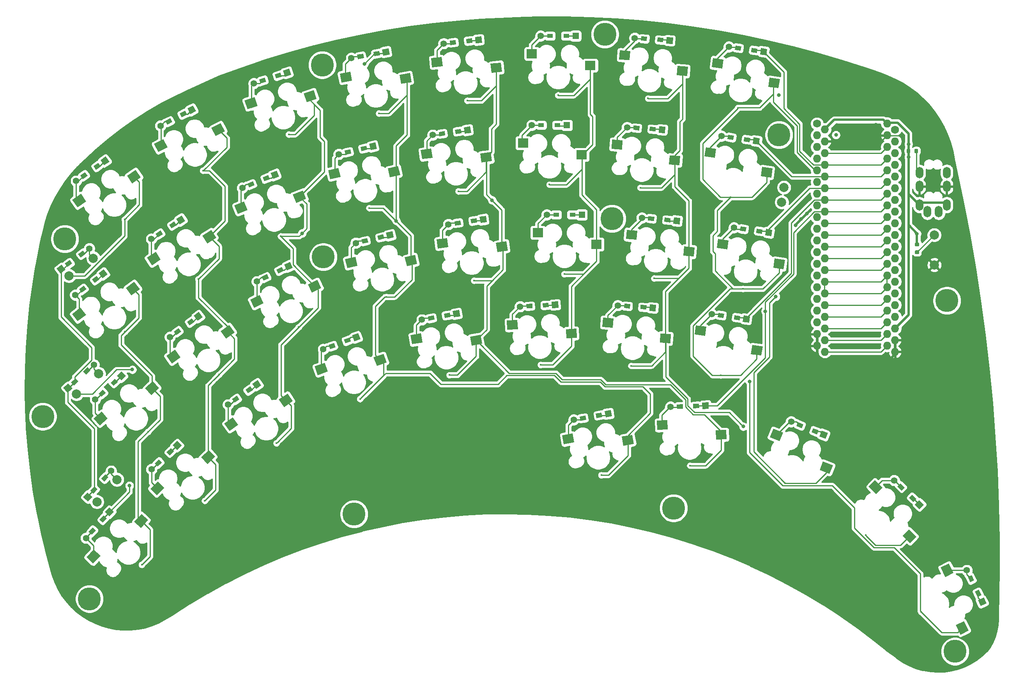
<source format=gtl>
G04 #@! TF.GenerationSoftware,KiCad,Pcbnew,(5.1.5)-3*
G04 #@! TF.CreationDate,2020-03-17T07:33:31+09:00*
G04 #@! TF.ProjectId,fan,66616e2e-6b69-4636-9164-5f7063625858,v1.0*
G04 #@! TF.SameCoordinates,Original*
G04 #@! TF.FileFunction,Copper,L1,Top*
G04 #@! TF.FilePolarity,Positive*
%FSLAX46Y46*%
G04 Gerber Fmt 4.6, Leading zero omitted, Abs format (unit mm)*
G04 Created by KiCad (PCBNEW (5.1.5)-3) date 2020-03-17 07:33:31*
%MOMM*%
%LPD*%
G04 APERTURE LIST*
%ADD10C,5.000000*%
%ADD11O,1.700000X2.500000*%
%ADD12C,0.100000*%
%ADD13C,1.397000*%
%ADD14C,0.400000*%
%ADD15R,1.397000X1.397000*%
%ADD16R,1.300000X0.950000*%
%ADD17R,2.300000X2.000000*%
%ADD18C,2.000000*%
%ADD19O,1.727200X1.727200*%
%ADD20C,1.727200*%
%ADD21C,0.800000*%
%ADD22C,0.250000*%
%ADD23C,0.500000*%
%ADD24C,0.254000*%
G04 APERTURE END LIST*
D10*
X164929000Y-27489000D03*
X142028329Y-108569541D03*
X5002000Y-88685000D03*
X65725692Y-12299696D03*
X127102649Y-5645937D03*
X9802000Y-50085000D03*
X72628327Y-109869542D03*
X15146651Y-128287934D03*
X128652649Y-45695934D03*
X65952649Y-53995933D03*
X203153649Y-139709608D03*
X201402000Y-63485000D03*
D11*
X197172000Y-44185000D03*
X195422000Y-35685000D03*
X199622000Y-44185000D03*
X201372000Y-42685000D03*
X201372000Y-38685000D03*
X199622000Y-44185000D03*
X195422000Y-42685000D03*
X201372000Y-42685000D03*
X201372000Y-35685000D03*
X195422000Y-35685000D03*
X201372000Y-35685000D03*
X197172000Y-44185000D03*
X195422000Y-38685000D03*
X201372000Y-38685000D03*
X195422000Y-42685000D03*
X195422000Y-38685000D03*
G04 #@! TA.AperFunction,ComponentPad*
D12*
G36*
X149643930Y-85606000D02*
G01*
X149692685Y-87002149D01*
X148296536Y-87050904D01*
X148247781Y-85654755D01*
X149643930Y-85606000D01*
G37*
G04 #@! TD.AperFunction*
D13*
X141354874Y-86594387D03*
G04 #@! TA.AperFunction,SMDPad,CuDef*
D12*
G36*
X147569499Y-85902078D02*
G01*
X147602653Y-86851499D01*
X146303445Y-86896868D01*
X146270291Y-85947447D01*
X147569499Y-85902078D01*
G37*
G04 #@! TD.AperFunction*
G04 #@! TA.AperFunction,SMDPad,CuDef*
G36*
X144021662Y-86025971D02*
G01*
X144054816Y-86975392D01*
X142755608Y-87020761D01*
X142722454Y-86071340D01*
X144021662Y-86025971D01*
G37*
G04 #@! TD.AperFunction*
G04 #@! TA.AperFunction,SMDPad,CuDef*
G36*
X153496744Y-91593687D02*
G01*
X153566543Y-93592468D01*
X151267944Y-93672737D01*
X151198145Y-91673956D01*
X153496744Y-91593687D01*
G37*
G04 #@! TD.AperFunction*
G04 #@! TA.AperFunction,SMDPad,CuDef*
G36*
X140715836Y-89498458D02*
G01*
X140785635Y-91497239D01*
X138487036Y-91577508D01*
X138417237Y-89578727D01*
X140715836Y-89498458D01*
G37*
G04 #@! TD.AperFunction*
D14*
X145612989Y-99331540D03*
G04 #@! TA.AperFunction,ComponentPad*
D12*
G36*
X210011995Y-129253605D02*
G01*
X208756380Y-129866010D01*
X208143975Y-128610395D01*
X209399590Y-127997990D01*
X210011995Y-129253605D01*
G37*
G04 #@! TD.AperFunction*
D13*
X205737597Y-122083189D03*
G04 #@! TA.AperFunction,SMDPad,CuDef*
D12*
G36*
X208897768Y-127478944D02*
G01*
X208043914Y-127895396D01*
X207474032Y-126726964D01*
X208327886Y-126310512D01*
X208897768Y-127478944D01*
G37*
G04 #@! TD.AperFunction*
G04 #@! TA.AperFunction,SMDPad,CuDef*
G36*
X207341551Y-124288225D02*
G01*
X206487697Y-124704677D01*
X205917815Y-123536245D01*
X206771669Y-123119793D01*
X207341551Y-124288225D01*
G37*
G04 #@! TD.AperFunction*
G04 #@! TA.AperFunction,SMDPad,CuDef*
G36*
X206109053Y-135208738D02*
G01*
X204311465Y-136085480D01*
X203303211Y-134018254D01*
X205100799Y-133141512D01*
X206109053Y-135208738D01*
G37*
G04 #@! TD.AperFunction*
G04 #@! TA.AperFunction,SMDPad,CuDef*
G36*
X202824676Y-122680591D02*
G01*
X201027088Y-123557333D01*
X200018834Y-121490107D01*
X201816422Y-120613365D01*
X202824676Y-122680591D01*
G37*
G04 #@! TD.AperFunction*
D14*
X195833560Y-131153837D03*
D15*
X120762648Y-5995937D03*
D13*
X113142648Y-5995937D03*
D16*
X118727648Y-5995937D03*
X115177648Y-5995937D03*
D17*
X123952648Y-12415937D03*
X111252648Y-9875937D03*
D14*
X116953648Y-18873937D03*
G04 #@! TA.AperFunction,ComponentPad*
D12*
G36*
X175537981Y-92259555D02*
G01*
X175014655Y-93554831D01*
X173719379Y-93031505D01*
X174242705Y-91736229D01*
X175537981Y-92259555D01*
G37*
G04 #@! TD.AperFunction*
D13*
X167563539Y-89791028D03*
G04 #@! TA.AperFunction,SMDPad,CuDef*
D12*
G36*
X173522469Y-91686288D02*
G01*
X173166592Y-92567113D01*
X171961253Y-92080124D01*
X172317130Y-91199299D01*
X173522469Y-91686288D01*
G37*
G04 #@! TD.AperFunction*
G04 #@! TA.AperFunction,SMDPad,CuDef*
G36*
X170230966Y-90356435D02*
G01*
X169875089Y-91237260D01*
X168669750Y-90750271D01*
X169025627Y-89869446D01*
X170230966Y-90356435D01*
G37*
G04 #@! TD.AperFunction*
G04 #@! TA.AperFunction,SMDPad,CuDef*
G36*
X176622290Y-99296660D02*
G01*
X175873077Y-101151027D01*
X173740554Y-100289432D01*
X174489767Y-98435065D01*
X176622290Y-99296660D01*
G37*
G04 #@! TD.AperFunction*
G04 #@! TA.AperFunction,SMDPad,CuDef*
G36*
X165798556Y-92184109D02*
G01*
X165049343Y-94038476D01*
X162916820Y-93176881D01*
X163666033Y-91322514D01*
X165798556Y-92184109D01*
G37*
G04 #@! TD.AperFunction*
D14*
X166272853Y-103158928D03*
D15*
X122097651Y-44847930D03*
D13*
X114477651Y-44847930D03*
D16*
X120062651Y-44847930D03*
X116512651Y-44847930D03*
D17*
X125287651Y-51267930D03*
X112587651Y-48727930D03*
D14*
X118288651Y-57725930D03*
D15*
X118862649Y-25395935D03*
D13*
X111242649Y-25395935D03*
D16*
X116827649Y-25395935D03*
X113277649Y-25395935D03*
D17*
X122052649Y-31815935D03*
X109352649Y-29275935D03*
D14*
X115053649Y-38273935D03*
G04 #@! TA.AperFunction,ComponentPad*
D12*
G36*
X143489272Y-45527280D02*
G01*
X143367516Y-46918964D01*
X141975832Y-46797208D01*
X142097588Y-45405524D01*
X143489272Y-45527280D01*
G37*
G04 #@! TD.AperFunction*
D13*
X135141549Y-45498117D03*
G04 #@! TA.AperFunction,SMDPad,CuDef*
D12*
G36*
X141394222Y-45568341D02*
G01*
X141311424Y-46514726D01*
X140016370Y-46401423D01*
X140099168Y-45455038D01*
X141394222Y-45568341D01*
G37*
G04 #@! TD.AperFunction*
G04 #@! TA.AperFunction,SMDPad,CuDef*
G36*
X137857731Y-45258938D02*
G01*
X137774933Y-46205323D01*
X136479879Y-46092020D01*
X136562677Y-45145635D01*
X137857731Y-45258938D01*
G37*
G04 #@! TD.AperFunction*
G04 #@! TA.AperFunction,SMDPad,CuDef*
G36*
X146583654Y-51939875D02*
G01*
X146409342Y-53932265D01*
X144118094Y-53731807D01*
X144292406Y-51739417D01*
X146583654Y-51939875D01*
G37*
G04 #@! TD.AperFunction*
G04 #@! TA.AperFunction,SMDPad,CuDef*
G36*
X134153357Y-48302662D02*
G01*
X133979045Y-50295052D01*
X131687797Y-50094594D01*
X131862109Y-48102204D01*
X134153357Y-48302662D01*
G37*
G04 #@! TD.AperFunction*
D14*
X137815655Y-58659263D03*
G04 #@! TA.AperFunction,ComponentPad*
D12*
G36*
X19447806Y-108438555D02*
G01*
X20485979Y-109373330D01*
X19551204Y-110411503D01*
X18513031Y-109476728D01*
X19447806Y-108438555D01*
G37*
G04 #@! TD.AperFunction*
D13*
X14400730Y-115087792D03*
G04 #@! TA.AperFunction,SMDPad,CuDef*
D12*
G36*
X18219765Y-110136447D02*
G01*
X18925753Y-110772121D01*
X18055883Y-111738209D01*
X17349895Y-111102535D01*
X18219765Y-110136447D01*
G37*
G04 #@! TD.AperFunction*
G04 #@! TA.AperFunction,SMDPad,CuDef*
G36*
X15844352Y-112774612D02*
G01*
X16550340Y-113410286D01*
X15680470Y-114376374D01*
X14974482Y-113740700D01*
X15844352Y-112774612D01*
G37*
G04 #@! TD.AperFunction*
G04 #@! TA.AperFunction,SMDPad,CuDef*
G36*
X26431377Y-109826468D02*
G01*
X27917667Y-111164729D01*
X26378667Y-112873962D01*
X24892377Y-111535701D01*
X26431377Y-109826468D01*
G37*
G04 #@! TD.AperFunction*
G04 #@! TA.AperFunction,SMDPad,CuDef*
G36*
X16045830Y-117564816D02*
G01*
X17532120Y-118903077D01*
X15993120Y-120612310D01*
X14506830Y-119274049D01*
X16045830Y-117564816D01*
G37*
G04 #@! TD.AperFunction*
D14*
X26521006Y-120872731D03*
G04 #@! TA.AperFunction,ComponentPad*
D12*
G36*
X196414939Y-107823287D02*
G01*
X195444501Y-108828205D01*
X194439583Y-107857767D01*
X195410021Y-106852849D01*
X196414939Y-107823287D01*
G37*
G04 #@! TD.AperFunction*
D13*
X189945892Y-102547230D03*
G04 #@! TA.AperFunction,SMDPad,CuDef*
D12*
G36*
X194760938Y-106536739D02*
G01*
X194101012Y-107220111D01*
X193165870Y-106317055D01*
X193825796Y-105633683D01*
X194760938Y-106536739D01*
G37*
G04 #@! TD.AperFunction*
G04 #@! TA.AperFunction,SMDPad,CuDef*
G36*
X192207282Y-104070702D02*
G01*
X191547356Y-104754074D01*
X190612214Y-103851018D01*
X191272140Y-103167646D01*
X192207282Y-104070702D01*
G37*
G04 #@! TD.AperFunction*
G04 #@! TA.AperFunction,SMDPad,CuDef*
G36*
X194784147Y-114754166D02*
G01*
X193394830Y-116192846D01*
X191740349Y-114595132D01*
X193129666Y-113156452D01*
X194784147Y-114754166D01*
G37*
G04 #@! TD.AperFunction*
G04 #@! TA.AperFunction,SMDPad,CuDef*
G36*
X187412964Y-104104882D02*
G01*
X186023647Y-105543562D01*
X184369166Y-103945848D01*
X185758483Y-102507168D01*
X187412964Y-104104882D01*
G37*
G04 #@! TD.AperFunction*
D14*
X183741485Y-114458231D03*
G04 #@! TA.AperFunction,ComponentPad*
D12*
G36*
X141926699Y-6335556D02*
G01*
X141829250Y-7729153D01*
X140435653Y-7631704D01*
X140533102Y-6238107D01*
X141926699Y-6335556D01*
G37*
G04 #@! TD.AperFunction*
D13*
X133579738Y-6452085D03*
G04 #@! TA.AperFunction,SMDPad,CuDef*
D12*
G36*
X139832684Y-6413174D02*
G01*
X139766415Y-7360860D01*
X138469582Y-7270176D01*
X138535851Y-6322490D01*
X139832684Y-6413174D01*
G37*
G04 #@! TD.AperFunction*
G04 #@! TA.AperFunction,SMDPad,CuDef*
G36*
X136291332Y-6165539D02*
G01*
X136225063Y-7113225D01*
X134928230Y-7022541D01*
X134994499Y-6074855D01*
X136291332Y-6165539D01*
G37*
G04 #@! TD.AperFunction*
G04 #@! TA.AperFunction,SMDPad,CuDef*
G36*
X145132524Y-12693170D02*
G01*
X144993011Y-14688298D01*
X142698614Y-14527858D01*
X142838127Y-12532730D01*
X145132524Y-12693170D01*
G37*
G04 #@! TD.AperFunction*
G04 #@! TA.AperFunction,SMDPad,CuDef*
G36*
X132640642Y-9273450D02*
G01*
X132501129Y-11268578D01*
X130206732Y-11108138D01*
X130346245Y-9113010D01*
X132640642Y-9273450D01*
G37*
G04 #@! TD.AperFunction*
D14*
X136483131Y-19564557D03*
G04 #@! TA.AperFunction,ComponentPad*
D12*
G36*
X163467043Y-48119282D02*
G01*
X163272618Y-49502687D01*
X161889213Y-49308262D01*
X162083638Y-47924857D01*
X163467043Y-48119282D01*
G37*
G04 #@! TD.AperFunction*
D13*
X155132286Y-47653273D03*
G04 #@! TA.AperFunction,SMDPad,CuDef*
D12*
G36*
X161372714Y-48050640D02*
G01*
X161240500Y-48991395D01*
X159953152Y-48810470D01*
X160085366Y-47869715D01*
X161372714Y-48050640D01*
G37*
G04 #@! TD.AperFunction*
G04 #@! TA.AperFunction,SMDPad,CuDef*
G36*
X157857262Y-47556575D02*
G01*
X157725048Y-48497330D01*
X156437700Y-48316405D01*
X156569914Y-47375650D01*
X157857262Y-47556575D01*
G37*
G04 #@! TD.AperFunction*
G04 #@! TA.AperFunction,SMDPad,CuDef*
G36*
X166221573Y-54685036D02*
G01*
X165943227Y-56665572D01*
X163665611Y-56345474D01*
X163943957Y-54364938D01*
X166221573Y-54685036D01*
G37*
G04 #@! TD.AperFunction*
G04 #@! TA.AperFunction,SMDPad,CuDef*
G36*
X153998668Y-50402257D02*
G01*
X153720322Y-52382793D01*
X151442706Y-52062695D01*
X151721052Y-50082159D01*
X153998668Y-50402257D01*
G37*
G04 #@! TD.AperFunction*
D14*
X157113926Y-60936334D03*
G04 #@! TA.AperFunction,ComponentPad*
D12*
G36*
X158627043Y-66900285D02*
G01*
X158432618Y-68283690D01*
X157049213Y-68089265D01*
X157243638Y-66705860D01*
X158627043Y-66900285D01*
G37*
G04 #@! TD.AperFunction*
D13*
X150292286Y-66434276D03*
G04 #@! TA.AperFunction,SMDPad,CuDef*
D12*
G36*
X156532714Y-66831643D02*
G01*
X156400500Y-67772398D01*
X155113152Y-67591473D01*
X155245366Y-66650718D01*
X156532714Y-66831643D01*
G37*
G04 #@! TD.AperFunction*
G04 #@! TA.AperFunction,SMDPad,CuDef*
G36*
X153017262Y-66337578D02*
G01*
X152885048Y-67278333D01*
X151597700Y-67097408D01*
X151729914Y-66156653D01*
X153017262Y-66337578D01*
G37*
G04 #@! TD.AperFunction*
G04 #@! TA.AperFunction,SMDPad,CuDef*
G36*
X161381573Y-73466039D02*
G01*
X161103227Y-75446575D01*
X158825611Y-75126477D01*
X159103957Y-73145941D01*
X161381573Y-73466039D01*
G37*
G04 #@! TD.AperFunction*
G04 #@! TA.AperFunction,SMDPad,CuDef*
G36*
X149158668Y-69183260D02*
G01*
X148880322Y-71163796D01*
X146602706Y-70843698D01*
X146881052Y-68863162D01*
X149158668Y-69183260D01*
G37*
G04 #@! TD.AperFunction*
D14*
X152273926Y-79717337D03*
G04 #@! TA.AperFunction,ComponentPad*
D12*
G36*
X160767042Y-28219281D02*
G01*
X160572617Y-29602686D01*
X159189212Y-29408261D01*
X159383637Y-28024856D01*
X160767042Y-28219281D01*
G37*
G04 #@! TD.AperFunction*
D13*
X152432285Y-27753272D03*
G04 #@! TA.AperFunction,SMDPad,CuDef*
D12*
G36*
X158672713Y-28150639D02*
G01*
X158540499Y-29091394D01*
X157253151Y-28910469D01*
X157385365Y-27969714D01*
X158672713Y-28150639D01*
G37*
G04 #@! TD.AperFunction*
G04 #@! TA.AperFunction,SMDPad,CuDef*
G36*
X155157261Y-27656574D02*
G01*
X155025047Y-28597329D01*
X153737699Y-28416404D01*
X153869913Y-27475649D01*
X155157261Y-27656574D01*
G37*
G04 #@! TD.AperFunction*
G04 #@! TA.AperFunction,SMDPad,CuDef*
G36*
X163521572Y-34785035D02*
G01*
X163243226Y-36765571D01*
X160965610Y-36445473D01*
X161243956Y-34464937D01*
X163521572Y-34785035D01*
G37*
G04 #@! TD.AperFunction*
G04 #@! TA.AperFunction,SMDPad,CuDef*
G36*
X151298667Y-30502256D02*
G01*
X151020321Y-32482792D01*
X148742705Y-32162694D01*
X149021051Y-30182158D01*
X151298667Y-30502256D01*
G37*
G04 #@! TD.AperFunction*
D14*
X154413925Y-41036333D03*
G04 #@! TA.AperFunction,ComponentPad*
D12*
G36*
X58543485Y-13078911D02*
G01*
X58975181Y-14407537D01*
X57646555Y-14839233D01*
X57214859Y-13510607D01*
X58543485Y-13078911D01*
G37*
G04 #@! TD.AperFunction*
D13*
X50847970Y-16313781D03*
G04 #@! TA.AperFunction,SMDPad,CuDef*
D12*
G36*
X56631024Y-13935308D02*
G01*
X56924590Y-14838812D01*
X55688216Y-15240534D01*
X55394650Y-14337030D01*
X56631024Y-13935308D01*
G37*
G04 #@! TD.AperFunction*
G04 #@! TA.AperFunction,SMDPad,CuDef*
G36*
X53254774Y-15032319D02*
G01*
X53548340Y-15935823D01*
X52311966Y-16337545D01*
X52018400Y-15434041D01*
X53254774Y-15032319D01*
G37*
G04 #@! TD.AperFunction*
G04 #@! TA.AperFunction,SMDPad,CuDef*
G36*
X63897478Y-17772664D02*
G01*
X64515512Y-19674777D01*
X62328082Y-20385516D01*
X61710048Y-18483403D01*
X63897478Y-17772664D01*
G37*
G04 #@! TD.AperFunction*
G04 #@! TA.AperFunction,SMDPad,CuDef*
G36*
X51034157Y-19281497D02*
G01*
X51652191Y-21183610D01*
X49464761Y-21894349D01*
X48846727Y-19992236D01*
X51034157Y-19281497D01*
G37*
G04 #@! TD.AperFunction*
D14*
X58451967Y-27383823D03*
G04 #@! TA.AperFunction,ComponentPad*
D12*
G36*
X34237532Y-93964809D02*
G01*
X35190283Y-94986510D01*
X34168582Y-95939261D01*
X33215831Y-94917560D01*
X34237532Y-93964809D01*
G37*
G04 #@! TD.AperFunction*
D13*
X28630142Y-100148862D03*
G04 #@! TA.AperFunction,SMDPad,CuDef*
D12*
G36*
X32866184Y-95549210D02*
G01*
X33514082Y-96243996D01*
X32563322Y-97130594D01*
X31915424Y-96435808D01*
X32866184Y-95549210D01*
G37*
G04 #@! TD.AperFunction*
G04 #@! TA.AperFunction,SMDPad,CuDef*
G36*
X30269878Y-97970304D02*
G01*
X30917776Y-98665090D01*
X29967016Y-99551688D01*
X29319118Y-98856902D01*
X30269878Y-97970304D01*
G37*
G04 #@! TD.AperFunction*
G04 #@! TA.AperFunction,SMDPad,CuDef*
G36*
X41073563Y-95956099D02*
G01*
X42437560Y-97418807D01*
X40755447Y-98987403D01*
X39391450Y-97524695D01*
X41073563Y-95956099D01*
G37*
G04 #@! TD.AperFunction*
G04 #@! TA.AperFunction,SMDPad,CuDef*
G36*
X30053095Y-102759840D02*
G01*
X31417092Y-104222548D01*
X29734979Y-105791144D01*
X28370982Y-104328436D01*
X30053095Y-102759840D01*
G37*
G04 #@! TD.AperFunction*
D14*
X40200106Y-106968140D03*
G04 #@! TA.AperFunction,ComponentPad*
D12*
G36*
X51676964Y-80753418D02*
G01*
X52478250Y-81897774D01*
X51333894Y-82699060D01*
X50532608Y-81554704D01*
X51676964Y-80753418D01*
G37*
G04 #@! TD.AperFunction*
D13*
X45263491Y-86096892D03*
G04 #@! TA.AperFunction,SMDPad,CuDef*
D12*
G36*
X50098455Y-82131545D02*
G01*
X50643353Y-82909740D01*
X49578455Y-83655389D01*
X49033557Y-82877194D01*
X50098455Y-82131545D01*
G37*
G04 #@! TD.AperFunction*
G04 #@! TA.AperFunction,SMDPad,CuDef*
G36*
X47190465Y-84167742D02*
G01*
X47735363Y-84945937D01*
X46670465Y-85691586D01*
X46125567Y-84913391D01*
X47190465Y-84167742D01*
G37*
G04 #@! TD.AperFunction*
G04 #@! TA.AperFunction,SMDPad,CuDef*
G36*
X58169333Y-83676722D02*
G01*
X59316486Y-85315026D01*
X57432437Y-86634252D01*
X56285284Y-84995948D01*
X58169333Y-83676722D01*
G37*
G04 #@! TD.AperFunction*
G04 #@! TA.AperFunction,SMDPad,CuDef*
G36*
X46309218Y-88880496D02*
G01*
X47456371Y-90518800D01*
X45572322Y-91838026D01*
X44425169Y-90199722D01*
X46309218Y-88880496D01*
G37*
G04 #@! TD.AperFunction*
D14*
X55771797Y-94460032D03*
G04 #@! TA.AperFunction,ComponentPad*
D12*
G36*
X101270502Y-45075361D02*
G01*
X101464927Y-46458766D01*
X100081522Y-46653191D01*
X99887097Y-45269786D01*
X101270502Y-45075361D01*
G37*
G04 #@! TD.AperFunction*
D13*
X93130170Y-46924775D03*
G04 #@! TA.AperFunction,SMDPad,CuDef*
D12*
G36*
X99238384Y-45586653D02*
G01*
X99370598Y-46527408D01*
X98083250Y-46708333D01*
X97951036Y-45767578D01*
X99238384Y-45586653D01*
G37*
G04 #@! TD.AperFunction*
G04 #@! TA.AperFunction,SMDPad,CuDef*
G36*
X95722932Y-46080718D02*
G01*
X95855146Y-47021473D01*
X94567798Y-47202398D01*
X94435584Y-46261643D01*
X95722932Y-46080718D01*
G37*
G04 #@! TD.AperFunction*
G04 #@! TA.AperFunction,SMDPad,CuDef*
G36*
X105728094Y-50627518D02*
G01*
X106006440Y-52608054D01*
X103728824Y-52928152D01*
X103450478Y-50947616D01*
X105728094Y-50627518D01*
G37*
G04 #@! TD.AperFunction*
G04 #@! TA.AperFunction,SMDPad,CuDef*
G36*
X92798190Y-49879735D02*
G01*
X93076536Y-51860271D01*
X90798920Y-52180369D01*
X90520574Y-50199833D01*
X92798190Y-49879735D01*
G37*
G04 #@! TD.AperFunction*
D14*
X98696353Y-59147058D03*
G04 #@! TA.AperFunction,ComponentPad*
D12*
G36*
X58689319Y-55077588D02*
G01*
X59301724Y-56333203D01*
X58046109Y-56945608D01*
X57433704Y-55689993D01*
X58689319Y-55077588D01*
G37*
G04 #@! TD.AperFunction*
D13*
X51518903Y-59351986D03*
G04 #@! TA.AperFunction,SMDPad,CuDef*
D12*
G36*
X56914658Y-56191815D02*
G01*
X57331110Y-57045669D01*
X56162678Y-57615551D01*
X55746226Y-56761697D01*
X56914658Y-56191815D01*
G37*
G04 #@! TD.AperFunction*
G04 #@! TA.AperFunction,SMDPad,CuDef*
G36*
X53723939Y-57748032D02*
G01*
X54140391Y-58601886D01*
X52971959Y-59171768D01*
X52555507Y-58317914D01*
X53723939Y-57748032D01*
G37*
G04 #@! TD.AperFunction*
G04 #@! TA.AperFunction,SMDPad,CuDef*
G36*
X64644452Y-58980530D02*
G01*
X65521194Y-60778118D01*
X63453968Y-61786372D01*
X62577226Y-59988784D01*
X64644452Y-58980530D01*
G37*
G04 #@! TD.AperFunction*
G04 #@! TA.AperFunction,SMDPad,CuDef*
G36*
X52116305Y-62264907D02*
G01*
X52993047Y-64062495D01*
X50925821Y-65070749D01*
X50049079Y-63273161D01*
X52116305Y-62264907D01*
G37*
G04 #@! TD.AperFunction*
D14*
X60589551Y-69256023D03*
G04 #@! TA.AperFunction,ComponentPad*
D12*
G36*
X37666725Y-21107695D02*
G01*
X38300949Y-22352431D01*
X37056213Y-22986655D01*
X36421989Y-21741919D01*
X37666725Y-21107695D01*
G37*
G04 #@! TD.AperFunction*
D13*
X30572000Y-25506583D03*
G04 #@! TA.AperFunction,SMDPad,CuDef*
D12*
G36*
X35911780Y-22252724D02*
G01*
X36343071Y-23099180D01*
X35184762Y-23689368D01*
X34753471Y-22842912D01*
X35911780Y-22252724D01*
G37*
G04 #@! TD.AperFunction*
G04 #@! TA.AperFunction,SMDPad,CuDef*
G36*
X32748707Y-23864390D02*
G01*
X33179998Y-24710846D01*
X32021689Y-25301034D01*
X31590398Y-24454578D01*
X32748707Y-23864390D01*
G37*
G04 #@! TD.AperFunction*
G04 #@! TA.AperFunction,SMDPad,CuDef*
G36*
X43689066Y-24906112D02*
G01*
X44597047Y-26688125D01*
X42547732Y-27732304D01*
X41639751Y-25950291D01*
X43689066Y-24906112D01*
G37*
G04 #@! TD.AperFunction*
G04 #@! TA.AperFunction,SMDPad,CuDef*
G36*
X31220147Y-28408634D02*
G01*
X32128128Y-30190647D01*
X30078813Y-31234826D01*
X29170832Y-29452813D01*
X31220147Y-28408634D01*
G37*
G04 #@! TD.AperFunction*
D14*
X39814115Y-35250807D03*
G04 #@! TA.AperFunction,ComponentPad*
D12*
G36*
X80947908Y-48430818D02*
G01*
X81262165Y-49792013D01*
X79900970Y-50106270D01*
X79586713Y-48745075D01*
X80947908Y-48430818D01*
G37*
G04 #@! TD.AperFunction*
D13*
X72999740Y-50982671D03*
G04 #@! TA.AperFunction,SMDPad,CuDef*
D12*
G36*
X78968085Y-49117275D02*
G01*
X79181788Y-50042927D01*
X77915107Y-50335363D01*
X77701404Y-49409711D01*
X78968085Y-49117275D01*
G37*
G04 #@! TD.AperFunction*
G04 #@! TA.AperFunction,SMDPad,CuDef*
G36*
X75509072Y-49915852D02*
G01*
X75722775Y-50841504D01*
X74456094Y-51133940D01*
X74242391Y-50208288D01*
X75509072Y-49915852D01*
G37*
G04 #@! TD.AperFunction*
G04 #@! TA.AperFunction,SMDPad,CuDef*
G36*
X85872441Y-53573342D02*
G01*
X86322343Y-55522082D01*
X84081291Y-56039470D01*
X83631389Y-54090730D01*
X85872441Y-53573342D01*
G37*
G04 #@! TD.AperFunction*
G04 #@! TA.AperFunction,SMDPad,CuDef*
G36*
X72926565Y-53955320D02*
G01*
X73376467Y-55904060D01*
X71135415Y-56421448D01*
X70685513Y-54472708D01*
X72926565Y-53955320D01*
G37*
G04 #@! TD.AperFunction*
D14*
X79609984Y-62673320D03*
G04 #@! TA.AperFunction,ComponentPad*
D12*
G36*
X35204614Y-44987582D02*
G01*
X35965475Y-46159205D01*
X34793852Y-46920066D01*
X34032991Y-45748443D01*
X35204614Y-44987582D01*
G37*
G04 #@! TD.AperFunction*
D13*
X28608563Y-50103974D03*
G04 #@! TA.AperFunction,SMDPad,CuDef*
D12*
G36*
X33578970Y-46309781D02*
G01*
X34096377Y-47106518D01*
X33006106Y-47814549D01*
X32488699Y-47017812D01*
X33578970Y-46309781D01*
G37*
G04 #@! TD.AperFunction*
G04 #@! TA.AperFunction,SMDPad,CuDef*
G36*
X30601689Y-48243249D02*
G01*
X31119096Y-49039986D01*
X30028825Y-49748017D01*
X29511418Y-48951280D01*
X30601689Y-48243249D01*
G37*
G04 #@! TD.AperFunction*
G04 #@! TA.AperFunction,SMDPad,CuDef*
G36*
X41591006Y-48135686D02*
G01*
X42680284Y-49813027D01*
X40751342Y-51065696D01*
X39662064Y-49388355D01*
X41591006Y-48135686D01*
G37*
G04 #@! TD.AperFunction*
G04 #@! TA.AperFunction,SMDPad,CuDef*
G36*
X29556507Y-52922378D02*
G01*
X30645785Y-54599719D01*
X28716843Y-55852388D01*
X27627565Y-54175047D01*
X29556507Y-52922378D01*
G37*
G04 #@! TD.AperFunction*
D14*
X38818598Y-58828754D03*
G04 #@! TA.AperFunction,ComponentPad*
D12*
G36*
X22126555Y-78888769D02*
G01*
X23061330Y-79926942D01*
X22023157Y-80861717D01*
X21088382Y-79823544D01*
X22126555Y-78888769D01*
G37*
G04 #@! TD.AperFunction*
D13*
X16412093Y-84974018D03*
G04 #@! TA.AperFunction,SMDPad,CuDef*
D12*
G36*
X20727764Y-80448995D02*
G01*
X21363438Y-81154983D01*
X20397350Y-82024853D01*
X19761676Y-81318865D01*
X20727764Y-80448995D01*
G37*
G04 #@! TD.AperFunction*
G04 #@! TA.AperFunction,SMDPad,CuDef*
G36*
X18089599Y-82824408D02*
G01*
X18725273Y-83530396D01*
X17759185Y-84400266D01*
X17123511Y-83694278D01*
X18089599Y-82824408D01*
G37*
G04 #@! TD.AperFunction*
G04 #@! TA.AperFunction,SMDPad,CuDef*
G36*
X28926793Y-80999061D02*
G01*
X30265054Y-82485351D01*
X28555821Y-84024351D01*
X27217560Y-82538061D01*
X28926793Y-80999061D01*
G37*
G04 #@! TD.AperFunction*
G04 #@! TA.AperFunction,SMDPad,CuDef*
G36*
X17789262Y-87609432D02*
G01*
X19127523Y-89095722D01*
X17418290Y-90634722D01*
X16080029Y-89148432D01*
X17789262Y-87609432D01*
G37*
G04 #@! TD.AperFunction*
D14*
X27861282Y-91994181D03*
G04 #@! TA.AperFunction,ComponentPad*
D12*
G36*
X97867502Y-25664357D02*
G01*
X98061927Y-27047762D01*
X96678522Y-27242187D01*
X96484097Y-25858782D01*
X97867502Y-25664357D01*
G37*
G04 #@! TD.AperFunction*
D13*
X89727170Y-27513771D03*
G04 #@! TA.AperFunction,SMDPad,CuDef*
D12*
G36*
X95835384Y-26175649D02*
G01*
X95967598Y-27116404D01*
X94680250Y-27297329D01*
X94548036Y-26356574D01*
X95835384Y-26175649D01*
G37*
G04 #@! TD.AperFunction*
G04 #@! TA.AperFunction,SMDPad,CuDef*
G36*
X92319932Y-26669714D02*
G01*
X92452146Y-27610469D01*
X91164798Y-27791394D01*
X91032584Y-26850639D01*
X92319932Y-26669714D01*
G37*
G04 #@! TD.AperFunction*
G04 #@! TA.AperFunction,SMDPad,CuDef*
G36*
X102325094Y-31216514D02*
G01*
X102603440Y-33197050D01*
X100325824Y-33517148D01*
X100047478Y-31536612D01*
X102325094Y-31216514D01*
G37*
G04 #@! TD.AperFunction*
G04 #@! TA.AperFunction,SMDPad,CuDef*
G36*
X89395190Y-30468731D02*
G01*
X89673536Y-32449267D01*
X87395920Y-32769365D01*
X87117574Y-30788829D01*
X89395190Y-30468731D01*
G37*
G04 #@! TD.AperFunction*
D14*
X95293353Y-39736054D03*
G04 #@! TA.AperFunction,ComponentPad*
D12*
G36*
X55808733Y-35245730D02*
G01*
X56332059Y-36541006D01*
X55036783Y-37064332D01*
X54513457Y-35769056D01*
X55808733Y-35245730D01*
G37*
G04 #@! TD.AperFunction*
D13*
X48357617Y-39009533D03*
G04 #@! TA.AperFunction,SMDPad,CuDef*
D12*
G36*
X53960670Y-36233449D02*
G01*
X54316547Y-37114274D01*
X53111208Y-37601263D01*
X52755331Y-36720438D01*
X53960670Y-36233449D01*
G37*
G04 #@! TD.AperFunction*
G04 #@! TA.AperFunction,SMDPad,CuDef*
G36*
X50669167Y-37563302D02*
G01*
X51025044Y-38444127D01*
X49819705Y-38931116D01*
X49463828Y-38050291D01*
X50669167Y-37563302D01*
G37*
G04 #@! TD.AperFunction*
G04 #@! TA.AperFunction,SMDPad,CuDef*
G36*
X61477104Y-39554576D02*
G01*
X62226317Y-41408943D01*
X60093794Y-42270538D01*
X59344581Y-40416171D01*
X61477104Y-39554576D01*
G37*
G04 #@! TD.AperFunction*
G04 #@! TA.AperFunction,SMDPad,CuDef*
G36*
X48750368Y-41957032D02*
G01*
X49499581Y-43811399D01*
X47367058Y-44672994D01*
X46617845Y-42818627D01*
X48750368Y-41957032D01*
G37*
G04 #@! TD.AperFunction*
D14*
X56715299Y-49522181D03*
G04 #@! TA.AperFunction,ComponentPad*
D12*
G36*
X18289593Y-56702084D02*
G01*
X19130329Y-57817778D01*
X18014635Y-58658514D01*
X17173899Y-57542820D01*
X18289593Y-56702084D01*
G37*
G04 #@! TD.AperFunction*
D13*
X12066511Y-62266130D03*
G04 #@! TA.AperFunction,SMDPad,CuDef*
D12*
G36*
X16760142Y-58134461D02*
G01*
X17331866Y-58893165D01*
X16293640Y-59675525D01*
X15721916Y-58916821D01*
X16760142Y-58134461D01*
G37*
G04 #@! TD.AperFunction*
G04 #@! TA.AperFunction,SMDPad,CuDef*
G36*
X13924986Y-60270904D02*
G01*
X14496710Y-61029608D01*
X13458484Y-61811968D01*
X12886760Y-61053264D01*
X13924986Y-60270904D01*
G37*
G04 #@! TD.AperFunction*
G04 #@! TA.AperFunction,SMDPad,CuDef*
G36*
X24880030Y-59397026D02*
G01*
X26083660Y-60994297D01*
X24246798Y-62378472D01*
X23043168Y-60781201D01*
X24880030Y-59397026D01*
G37*
G04 #@! TD.AperFunction*
G04 #@! TA.AperFunction,SMDPad,CuDef*
G36*
X13208749Y-65011543D02*
G01*
X14412379Y-66608814D01*
X12575517Y-67992989D01*
X11371887Y-66395718D01*
X13208749Y-65011543D01*
G37*
G04 #@! TD.AperFunction*
D14*
X22860285Y-70257441D03*
G04 #@! TA.AperFunction,ComponentPad*
D12*
G36*
X73523555Y-70561422D02*
G01*
X74001357Y-71874172D01*
X72688607Y-72351974D01*
X72210805Y-71039224D01*
X73523555Y-70561422D01*
G37*
G04 #@! TD.AperFunction*
D13*
X65945623Y-74062891D03*
G04 #@! TA.AperFunction,SMDPad,CuDef*
D12*
G36*
X71642147Y-71484042D02*
G01*
X71967066Y-72376750D01*
X70745465Y-72821376D01*
X70420546Y-71928668D01*
X71642147Y-71484042D01*
G37*
G04 #@! TD.AperFunction*
G04 #@! TA.AperFunction,SMDPad,CuDef*
G36*
X68306238Y-72698213D02*
G01*
X68631157Y-73590921D01*
X67409556Y-74035547D01*
X67084637Y-73142839D01*
X68306238Y-72698213D01*
G37*
G04 #@! TD.AperFunction*
G04 #@! TA.AperFunction,SMDPad,CuDef*
G36*
X79038095Y-75065464D02*
G01*
X79722136Y-76944849D01*
X77560843Y-77731496D01*
X76876802Y-75852111D01*
X79038095Y-75065464D01*
G37*
G04 #@! TD.AperFunction*
G04 #@! TA.AperFunction,SMDPad,CuDef*
G36*
X66235268Y-77022301D02*
G01*
X66919309Y-78901686D01*
X64758016Y-79688333D01*
X64073975Y-77808948D01*
X66235268Y-77022301D01*
G37*
G04 #@! TD.AperFunction*
D14*
X73931327Y-84860814D03*
G04 #@! TA.AperFunction,ComponentPad*
D12*
G36*
X80108527Y-8661886D02*
G01*
X80351113Y-10037662D01*
X78975337Y-10280248D01*
X78732751Y-8904472D01*
X80108527Y-8661886D01*
G37*
G04 #@! TD.AperFunction*
D13*
X72037697Y-10794266D03*
G04 #@! TA.AperFunction,SMDPad,CuDef*
D12*
G36*
X78095490Y-9243786D02*
G01*
X78260456Y-10179353D01*
X76980206Y-10405096D01*
X76815240Y-9469529D01*
X78095490Y-9243786D01*
G37*
G04 #@! TD.AperFunction*
G04 #@! TA.AperFunction,SMDPad,CuDef*
G36*
X74599423Y-9860237D02*
G01*
X74764389Y-10795804D01*
X73484139Y-11021547D01*
X73319173Y-10085980D01*
X74599423Y-9860237D01*
G37*
G04 #@! TD.AperFunction*
G04 #@! TA.AperFunction,SMDPad,CuDef*
G36*
X84757171Y-14055092D02*
G01*
X85104467Y-16024707D01*
X82839409Y-16424098D01*
X82492113Y-14454483D01*
X84757171Y-14055092D01*
G37*
G04 #@! TD.AperFunction*
G04 #@! TA.AperFunction,SMDPad,CuDef*
G36*
X71809046Y-13759012D02*
G01*
X72156342Y-15728627D01*
X69891284Y-16128018D01*
X69543988Y-14158403D01*
X71809046Y-13759012D01*
G37*
G04 #@! TD.AperFunction*
D14*
X78027040Y-22814847D03*
G04 #@! TA.AperFunction,ComponentPad*
D12*
G36*
X18682965Y-32165421D02*
G01*
X19484251Y-33309777D01*
X18339895Y-34111063D01*
X17538609Y-32966707D01*
X18682965Y-32165421D01*
G37*
G04 #@! TD.AperFunction*
D13*
X12269492Y-37508895D03*
G04 #@! TA.AperFunction,SMDPad,CuDef*
D12*
G36*
X17104456Y-33543548D02*
G01*
X17649354Y-34321743D01*
X16584456Y-35067392D01*
X16039558Y-34289197D01*
X17104456Y-33543548D01*
G37*
G04 #@! TD.AperFunction*
G04 #@! TA.AperFunction,SMDPad,CuDef*
G36*
X14196466Y-35579745D02*
G01*
X14741364Y-36357940D01*
X13676466Y-37103589D01*
X13131568Y-36325394D01*
X14196466Y-35579745D01*
G37*
G04 #@! TD.AperFunction*
G04 #@! TA.AperFunction,SMDPad,CuDef*
G36*
X25175334Y-35088725D02*
G01*
X26322487Y-36727029D01*
X24438438Y-38046255D01*
X23291285Y-36407951D01*
X25175334Y-35088725D01*
G37*
G04 #@! TD.AperFunction*
G04 #@! TA.AperFunction,SMDPad,CuDef*
G36*
X13315219Y-40292499D02*
G01*
X14462372Y-41930803D01*
X12578323Y-43250029D01*
X11431170Y-41611725D01*
X13315219Y-40292499D01*
G37*
G04 #@! TD.AperFunction*
D14*
X22777798Y-45872035D03*
G04 #@! TA.AperFunction,ComponentPad*
D12*
G36*
X77263907Y-29131814D02*
G01*
X77578164Y-30493009D01*
X76216969Y-30807266D01*
X75902712Y-29446071D01*
X77263907Y-29131814D01*
G37*
G04 #@! TD.AperFunction*
D13*
X69315739Y-31683667D03*
G04 #@! TA.AperFunction,SMDPad,CuDef*
D12*
G36*
X75284084Y-29818271D02*
G01*
X75497787Y-30743923D01*
X74231106Y-31036359D01*
X74017403Y-30110707D01*
X75284084Y-29818271D01*
G37*
G04 #@! TD.AperFunction*
G04 #@! TA.AperFunction,SMDPad,CuDef*
G36*
X71825071Y-30616848D02*
G01*
X72038774Y-31542500D01*
X70772093Y-31834936D01*
X70558390Y-30909284D01*
X71825071Y-30616848D01*
G37*
G04 #@! TD.AperFunction*
G04 #@! TA.AperFunction,SMDPad,CuDef*
G36*
X82188440Y-34274338D02*
G01*
X82638342Y-36223078D01*
X80397290Y-36740466D01*
X79947388Y-34791726D01*
X82188440Y-34274338D01*
G37*
G04 #@! TD.AperFunction*
G04 #@! TA.AperFunction,SMDPad,CuDef*
G36*
X69242564Y-34656316D02*
G01*
X69692466Y-36605056D01*
X67451414Y-37122444D01*
X67001512Y-35173704D01*
X69242564Y-34656316D01*
G37*
G04 #@! TD.AperFunction*
D14*
X75925983Y-43374316D03*
G04 #@! TA.AperFunction,ComponentPad*
D12*
G36*
X100291679Y-6079300D02*
G01*
X100437706Y-7468647D01*
X99048359Y-7614674D01*
X98902332Y-6225327D01*
X100291679Y-6079300D01*
G37*
G04 #@! TD.AperFunction*
D13*
X92091762Y-7643494D03*
G04 #@! TA.AperFunction,SMDPad,CuDef*
D12*
G36*
X98242955Y-6519362D02*
G01*
X98342257Y-7464157D01*
X97049379Y-7600044D01*
X96950077Y-6655249D01*
X98242955Y-6519362D01*
G37*
G04 #@! TD.AperFunction*
G04 #@! TA.AperFunction,SMDPad,CuDef*
G36*
X94712402Y-6890438D02*
G01*
X94811704Y-7835233D01*
X93518826Y-7971120D01*
X93419524Y-7026325D01*
X94712402Y-6890438D01*
G37*
G04 #@! TD.AperFunction*
G04 #@! TA.AperFunction,SMDPad,CuDef*
G36*
X104552789Y-11783642D02*
G01*
X104761846Y-13772686D01*
X102474445Y-14013102D01*
X102265388Y-12024058D01*
X104552789Y-11783642D01*
G37*
G04 #@! TD.AperFunction*
G04 #@! TA.AperFunction,SMDPad,CuDef*
G36*
X91656858Y-10585068D02*
G01*
X91865915Y-12574112D01*
X89578514Y-12814528D01*
X89369457Y-10825484D01*
X91656858Y-10585068D01*
G37*
G04 #@! TD.AperFunction*
D14*
X97228003Y-20052589D03*
G04 #@! TA.AperFunction,ComponentPad*
D12*
G36*
X95441527Y-65522887D02*
G01*
X95684113Y-66898663D01*
X94308337Y-67141249D01*
X94065751Y-65765473D01*
X95441527Y-65522887D01*
G37*
G04 #@! TD.AperFunction*
D13*
X87370697Y-67655267D03*
G04 #@! TA.AperFunction,SMDPad,CuDef*
D12*
G36*
X93428490Y-66104787D02*
G01*
X93593456Y-67040354D01*
X92313206Y-67266097D01*
X92148240Y-66330530D01*
X93428490Y-66104787D01*
G37*
G04 #@! TD.AperFunction*
G04 #@! TA.AperFunction,SMDPad,CuDef*
G36*
X89932423Y-66721238D02*
G01*
X90097389Y-67656805D01*
X88817139Y-67882548D01*
X88652173Y-66946981D01*
X89932423Y-66721238D01*
G37*
G04 #@! TD.AperFunction*
G04 #@! TA.AperFunction,SMDPad,CuDef*
G36*
X100090171Y-70916093D02*
G01*
X100437467Y-72885708D01*
X98172409Y-73285099D01*
X97825113Y-71315484D01*
X100090171Y-70916093D01*
G37*
G04 #@! TD.AperFunction*
G04 #@! TA.AperFunction,SMDPad,CuDef*
G36*
X87142046Y-70620013D02*
G01*
X87489342Y-72589628D01*
X85224284Y-72989019D01*
X84876988Y-71019404D01*
X87142046Y-70620013D01*
G37*
G04 #@! TD.AperFunction*
D14*
X93360040Y-79675848D03*
G04 #@! TA.AperFunction,ComponentPad*
D12*
G36*
X138261699Y-64428557D02*
G01*
X138164250Y-65822154D01*
X136770653Y-65724705D01*
X136868102Y-64331108D01*
X138261699Y-64428557D01*
G37*
G04 #@! TD.AperFunction*
D13*
X129914738Y-64545086D03*
G04 #@! TA.AperFunction,SMDPad,CuDef*
D12*
G36*
X136167684Y-64506175D02*
G01*
X136101415Y-65453861D01*
X134804582Y-65363177D01*
X134870851Y-64415491D01*
X136167684Y-64506175D01*
G37*
G04 #@! TD.AperFunction*
G04 #@! TA.AperFunction,SMDPad,CuDef*
G36*
X132626332Y-64258540D02*
G01*
X132560063Y-65206226D01*
X131263230Y-65115542D01*
X131329499Y-64167856D01*
X132626332Y-64258540D01*
G37*
G04 #@! TD.AperFunction*
G04 #@! TA.AperFunction,SMDPad,CuDef*
G36*
X141467524Y-70786171D02*
G01*
X141328011Y-72781299D01*
X139033614Y-72620859D01*
X139173127Y-70625731D01*
X141467524Y-70786171D01*
G37*
G04 #@! TD.AperFunction*
G04 #@! TA.AperFunction,SMDPad,CuDef*
G36*
X128975642Y-67366451D02*
G01*
X128836129Y-69361579D01*
X126541732Y-69201139D01*
X126681245Y-67206011D01*
X128975642Y-67366451D01*
G37*
G04 #@! TD.AperFunction*
D14*
X132818131Y-77657558D03*
G04 #@! TA.AperFunction,ComponentPad*
D12*
G36*
X38938467Y-65956649D02*
G01*
X39759603Y-67086845D01*
X38629407Y-67907981D01*
X37808271Y-66777785D01*
X38938467Y-65956649D01*
G37*
G04 #@! TD.AperFunction*
D13*
X32619228Y-71411239D03*
G04 #@! TA.AperFunction,SMDPad,CuDef*
D12*
G36*
X37384251Y-67362115D02*
G01*
X37942647Y-68130681D01*
X36890925Y-68894801D01*
X36332529Y-68126235D01*
X37384251Y-67362115D01*
G37*
G04 #@! TD.AperFunction*
G04 #@! TA.AperFunction,SMDPad,CuDef*
G36*
X34512241Y-69448753D02*
G01*
X35070637Y-70217319D01*
X34018915Y-70981439D01*
X33460519Y-70212873D01*
X34512241Y-69448753D01*
G37*
G04 #@! TD.AperFunction*
G04 #@! TA.AperFunction,SMDPad,CuDef*
G36*
X45480867Y-68766199D02*
G01*
X46656438Y-70384233D01*
X44795699Y-71736139D01*
X43620128Y-70118105D01*
X45480867Y-68766199D01*
G37*
G04 #@! TD.AperFunction*
G04 #@! TA.AperFunction,SMDPad,CuDef*
G36*
X33713377Y-74176169D02*
G01*
X34888948Y-75794203D01*
X33028209Y-77146109D01*
X31852638Y-75528075D01*
X33713377Y-74176169D01*
G37*
G04 #@! TD.AperFunction*
D14*
X43271890Y-79589710D03*
G04 #@! TA.AperFunction,ComponentPad*
D12*
G36*
X162367043Y-8819281D02*
G01*
X162172618Y-10202686D01*
X160789213Y-10008261D01*
X160983638Y-8624856D01*
X162367043Y-8819281D01*
G37*
G04 #@! TD.AperFunction*
D13*
X154032286Y-8353272D03*
G04 #@! TA.AperFunction,SMDPad,CuDef*
D12*
G36*
X160272714Y-8750639D02*
G01*
X160140500Y-9691394D01*
X158853152Y-9510469D01*
X158985366Y-8569714D01*
X160272714Y-8750639D01*
G37*
G04 #@! TD.AperFunction*
G04 #@! TA.AperFunction,SMDPad,CuDef*
G36*
X156757262Y-8256574D02*
G01*
X156625048Y-9197329D01*
X155337700Y-9016404D01*
X155469914Y-8075649D01*
X156757262Y-8256574D01*
G37*
G04 #@! TD.AperFunction*
G04 #@! TA.AperFunction,SMDPad,CuDef*
G36*
X165121573Y-15385035D02*
G01*
X164843227Y-17365571D01*
X162565611Y-17045473D01*
X162843957Y-15064937D01*
X165121573Y-15385035D01*
G37*
G04 #@! TD.AperFunction*
G04 #@! TA.AperFunction,SMDPad,CuDef*
G36*
X152898668Y-11102256D02*
G01*
X152620322Y-13082792D01*
X150342706Y-12762694D01*
X150621052Y-10782158D01*
X152898668Y-11102256D01*
G37*
G04 #@! TD.AperFunction*
D14*
X156013926Y-21636333D03*
G04 #@! TA.AperFunction,ComponentPad*
D12*
G36*
X140266699Y-25735556D02*
G01*
X140169250Y-27129153D01*
X138775653Y-27031704D01*
X138873102Y-25638107D01*
X140266699Y-25735556D01*
G37*
G04 #@! TD.AperFunction*
D13*
X131919738Y-25852085D03*
G04 #@! TA.AperFunction,SMDPad,CuDef*
D12*
G36*
X138172684Y-25813174D02*
G01*
X138106415Y-26760860D01*
X136809582Y-26670176D01*
X136875851Y-25722490D01*
X138172684Y-25813174D01*
G37*
G04 #@! TD.AperFunction*
G04 #@! TA.AperFunction,SMDPad,CuDef*
G36*
X134631332Y-25565539D02*
G01*
X134565063Y-26513225D01*
X133268230Y-26422541D01*
X133334499Y-25474855D01*
X134631332Y-25565539D01*
G37*
G04 #@! TD.AperFunction*
G04 #@! TA.AperFunction,SMDPad,CuDef*
G36*
X143472524Y-32093170D02*
G01*
X143333011Y-34088298D01*
X141038614Y-33927858D01*
X141178127Y-31932730D01*
X143472524Y-32093170D01*
G37*
G04 #@! TD.AperFunction*
G04 #@! TA.AperFunction,SMDPad,CuDef*
G36*
X130980642Y-28673450D02*
G01*
X130841129Y-30668578D01*
X128546732Y-30508138D01*
X128686245Y-28513010D01*
X130980642Y-28673450D01*
G37*
G04 #@! TD.AperFunction*
D14*
X134823131Y-38964557D03*
G04 #@! TA.AperFunction,ComponentPad*
D12*
G36*
X128408599Y-87253679D02*
G01*
X128651185Y-88629455D01*
X127275409Y-88872041D01*
X127032823Y-87496265D01*
X128408599Y-87253679D01*
G37*
G04 #@! TD.AperFunction*
D13*
X120337769Y-89386059D03*
G04 #@! TA.AperFunction,SMDPad,CuDef*
D12*
G36*
X126395562Y-87835579D02*
G01*
X126560528Y-88771146D01*
X125280278Y-88996889D01*
X125115312Y-88061322D01*
X126395562Y-87835579D01*
G37*
G04 #@! TD.AperFunction*
G04 #@! TA.AperFunction,SMDPad,CuDef*
G36*
X122899495Y-88452030D02*
G01*
X123064461Y-89387597D01*
X121784211Y-89613340D01*
X121619245Y-88677773D01*
X122899495Y-88452030D01*
G37*
G04 #@! TD.AperFunction*
G04 #@! TA.AperFunction,SMDPad,CuDef*
G36*
X133057243Y-92646885D02*
G01*
X133404539Y-94616500D01*
X131139481Y-95015891D01*
X130792185Y-93046276D01*
X133057243Y-92646885D01*
G37*
G04 #@! TD.AperFunction*
G04 #@! TA.AperFunction,SMDPad,CuDef*
G36*
X120109118Y-92350805D02*
G01*
X120456414Y-94320420D01*
X118191356Y-94719811D01*
X117844060Y-92750196D01*
X120109118Y-92350805D01*
G37*
G04 #@! TD.AperFunction*
D14*
X126327112Y-101406640D03*
G04 #@! TA.AperFunction,ComponentPad*
D12*
G36*
X116962387Y-63655769D02*
G01*
X117035500Y-65050854D01*
X115640415Y-65123967D01*
X115567302Y-63728882D01*
X116962387Y-63655769D01*
G37*
G04 #@! TD.AperFunction*
D13*
X108691844Y-64788668D03*
G04 #@! TA.AperFunction,SMDPad,CuDef*
D12*
G36*
X114893440Y-63988005D02*
G01*
X114943159Y-64936703D01*
X113644940Y-65004739D01*
X113595221Y-64056041D01*
X114893440Y-63988005D01*
G37*
G04 #@! TD.AperFunction*
G04 #@! TA.AperFunction,SMDPad,CuDef*
G36*
X111348305Y-64173798D02*
G01*
X111398024Y-65122496D01*
X110099805Y-65190532D01*
X110050086Y-64241834D01*
X111348305Y-64173798D01*
G37*
G04 #@! TD.AperFunction*
G04 #@! TA.AperFunction,SMDPad,CuDef*
G36*
X120919114Y-69575302D02*
G01*
X121023786Y-71572561D01*
X118726938Y-71692934D01*
X118622266Y-69695675D01*
X120919114Y-69575302D01*
G37*
G04 #@! TD.AperFunction*
G04 #@! TA.AperFunction,SMDPad,CuDef*
G36*
X108103586Y-67703450D02*
G01*
X108208258Y-69700709D01*
X105911410Y-69821082D01*
X105806738Y-67823823D01*
X108103586Y-67703450D01*
G37*
G04 #@! TD.AperFunction*
D14*
X113171603Y-77449567D03*
D18*
X198652000Y-49235000D03*
X198652000Y-55735000D03*
D13*
X15141877Y-52176634D03*
G04 #@! TA.AperFunction,SMDPad,CuDef*
D12*
G36*
X10376854Y-56225757D02*
G01*
X9818458Y-55457191D01*
X10870180Y-54693071D01*
X11428576Y-55461637D01*
X10376854Y-56225757D01*
G37*
G04 #@! TD.AperFunction*
G04 #@! TA.AperFunction,SMDPad,CuDef*
G36*
X13248865Y-54139120D02*
G01*
X12690469Y-53370554D01*
X13742191Y-52606434D01*
X14300587Y-53375000D01*
X13248865Y-54139120D01*
G37*
G04 #@! TD.AperFunction*
G04 #@! TA.AperFunction,ComponentPad*
G36*
X8822638Y-57631223D02*
G01*
X8001502Y-56501027D01*
X9131698Y-55679891D01*
X9952834Y-56810087D01*
X8822638Y-57631223D01*
G37*
G04 #@! TD.AperFunction*
D18*
X15981955Y-54285631D03*
X10723345Y-58106235D03*
D13*
X16111942Y-77411628D03*
G04 #@! TA.AperFunction,SMDPad,CuDef*
D12*
G36*
X11796272Y-81936651D02*
G01*
X11160598Y-81230663D01*
X12126686Y-80360793D01*
X12762360Y-81066781D01*
X11796272Y-81936651D01*
G37*
G04 #@! TD.AperFunction*
G04 #@! TA.AperFunction,SMDPad,CuDef*
G36*
X14434436Y-79561238D02*
G01*
X13798762Y-78855250D01*
X14764850Y-77985380D01*
X15400524Y-78691368D01*
X14434436Y-79561238D01*
G37*
G04 #@! TD.AperFunction*
G04 #@! TA.AperFunction,ComponentPad*
G36*
X10397480Y-83496877D02*
G01*
X9462705Y-82458704D01*
X10500878Y-81523929D01*
X11435653Y-82562102D01*
X10397480Y-83496877D01*
G37*
G04 #@! TD.AperFunction*
D18*
X17167869Y-79421260D03*
X12337427Y-83770608D03*
D13*
X19867118Y-100492465D03*
G04 #@! TA.AperFunction,SMDPad,CuDef*
D12*
G36*
X16048083Y-105443810D02*
G01*
X15342095Y-104808136D01*
X16211965Y-103842048D01*
X16917953Y-104477722D01*
X16048083Y-105443810D01*
G37*
G04 #@! TD.AperFunction*
G04 #@! TA.AperFunction,SMDPad,CuDef*
G36*
X18423496Y-102805646D02*
G01*
X17717508Y-102169972D01*
X18587378Y-101203884D01*
X19293366Y-101839558D01*
X18423496Y-102805646D01*
G37*
G04 #@! TD.AperFunction*
G04 #@! TA.AperFunction,ComponentPad*
G36*
X14820042Y-107141702D02*
G01*
X13781869Y-106206927D01*
X14716644Y-105168754D01*
X15754817Y-106103529D01*
X14820042Y-107141702D01*
G37*
G04 #@! TD.AperFunction*
D18*
X21127323Y-102380713D03*
X16777975Y-107211155D03*
G04 #@! TA.AperFunction,SMDPad,CuDef*
D12*
G36*
X194971603Y-30535963D02*
G01*
X194991018Y-30538843D01*
X195010057Y-30543612D01*
X195028537Y-30550224D01*
X195046279Y-30558616D01*
X195063114Y-30568706D01*
X195078879Y-30580398D01*
X195093421Y-30593579D01*
X195106602Y-30608121D01*
X195118294Y-30623886D01*
X195128384Y-30640721D01*
X195136776Y-30658463D01*
X195143388Y-30676943D01*
X195148157Y-30695982D01*
X195151037Y-30715397D01*
X195152000Y-30735000D01*
X195152000Y-31235000D01*
X195151037Y-31254603D01*
X195148157Y-31274018D01*
X195143388Y-31293057D01*
X195136776Y-31311537D01*
X195128384Y-31329279D01*
X195118294Y-31346114D01*
X195106602Y-31361879D01*
X195093421Y-31376421D01*
X195078879Y-31389602D01*
X195063114Y-31401294D01*
X195046279Y-31411384D01*
X195028537Y-31419776D01*
X195010057Y-31426388D01*
X194991018Y-31431157D01*
X194971603Y-31434037D01*
X194952000Y-31435000D01*
X194552000Y-31435000D01*
X194532397Y-31434037D01*
X194512982Y-31431157D01*
X194493943Y-31426388D01*
X194475463Y-31419776D01*
X194457721Y-31411384D01*
X194440886Y-31401294D01*
X194425121Y-31389602D01*
X194410579Y-31376421D01*
X194397398Y-31361879D01*
X194385706Y-31346114D01*
X194375616Y-31329279D01*
X194367224Y-31311537D01*
X194360612Y-31293057D01*
X194355843Y-31274018D01*
X194352963Y-31254603D01*
X194352000Y-31235000D01*
X194352000Y-30735000D01*
X194352963Y-30715397D01*
X194355843Y-30695982D01*
X194360612Y-30676943D01*
X194367224Y-30658463D01*
X194375616Y-30640721D01*
X194385706Y-30623886D01*
X194397398Y-30608121D01*
X194410579Y-30593579D01*
X194425121Y-30580398D01*
X194440886Y-30568706D01*
X194457721Y-30558616D01*
X194475463Y-30550224D01*
X194493943Y-30543612D01*
X194512982Y-30538843D01*
X194532397Y-30535963D01*
X194552000Y-30535000D01*
X194952000Y-30535000D01*
X194971603Y-30535963D01*
G37*
G04 #@! TD.AperFunction*
G04 #@! TA.AperFunction,SMDPad,CuDef*
G36*
X193271603Y-30535963D02*
G01*
X193291018Y-30538843D01*
X193310057Y-30543612D01*
X193328537Y-30550224D01*
X193346279Y-30558616D01*
X193363114Y-30568706D01*
X193378879Y-30580398D01*
X193393421Y-30593579D01*
X193406602Y-30608121D01*
X193418294Y-30623886D01*
X193428384Y-30640721D01*
X193436776Y-30658463D01*
X193443388Y-30676943D01*
X193448157Y-30695982D01*
X193451037Y-30715397D01*
X193452000Y-30735000D01*
X193452000Y-31235000D01*
X193451037Y-31254603D01*
X193448157Y-31274018D01*
X193443388Y-31293057D01*
X193436776Y-31311537D01*
X193428384Y-31329279D01*
X193418294Y-31346114D01*
X193406602Y-31361879D01*
X193393421Y-31376421D01*
X193378879Y-31389602D01*
X193363114Y-31401294D01*
X193346279Y-31411384D01*
X193328537Y-31419776D01*
X193310057Y-31426388D01*
X193291018Y-31431157D01*
X193271603Y-31434037D01*
X193252000Y-31435000D01*
X192852000Y-31435000D01*
X192832397Y-31434037D01*
X192812982Y-31431157D01*
X192793943Y-31426388D01*
X192775463Y-31419776D01*
X192757721Y-31411384D01*
X192740886Y-31401294D01*
X192725121Y-31389602D01*
X192710579Y-31376421D01*
X192697398Y-31361879D01*
X192685706Y-31346114D01*
X192675616Y-31329279D01*
X192667224Y-31311537D01*
X192660612Y-31293057D01*
X192655843Y-31274018D01*
X192652963Y-31254603D01*
X192652000Y-31235000D01*
X192652000Y-30735000D01*
X192652963Y-30715397D01*
X192655843Y-30695982D01*
X192660612Y-30676943D01*
X192667224Y-30658463D01*
X192675616Y-30640721D01*
X192685706Y-30623886D01*
X192697398Y-30608121D01*
X192710579Y-30593579D01*
X192725121Y-30580398D01*
X192740886Y-30568706D01*
X192757721Y-30558616D01*
X192775463Y-30550224D01*
X192793943Y-30543612D01*
X192812982Y-30538843D01*
X192832397Y-30535963D01*
X192852000Y-30535000D01*
X193252000Y-30535000D01*
X193271603Y-30535963D01*
G37*
G04 #@! TD.AperFunction*
G04 #@! TA.AperFunction,SMDPad,CuDef*
G36*
X195171603Y-50885963D02*
G01*
X195191018Y-50888843D01*
X195210057Y-50893612D01*
X195228537Y-50900224D01*
X195246279Y-50908616D01*
X195263114Y-50918706D01*
X195278879Y-50930398D01*
X195293421Y-50943579D01*
X195306602Y-50958121D01*
X195318294Y-50973886D01*
X195328384Y-50990721D01*
X195336776Y-51008463D01*
X195343388Y-51026943D01*
X195348157Y-51045982D01*
X195351037Y-51065397D01*
X195352000Y-51085000D01*
X195352000Y-51485000D01*
X195351037Y-51504603D01*
X195348157Y-51524018D01*
X195343388Y-51543057D01*
X195336776Y-51561537D01*
X195328384Y-51579279D01*
X195318294Y-51596114D01*
X195306602Y-51611879D01*
X195293421Y-51626421D01*
X195278879Y-51639602D01*
X195263114Y-51651294D01*
X195246279Y-51661384D01*
X195228537Y-51669776D01*
X195210057Y-51676388D01*
X195191018Y-51681157D01*
X195171603Y-51684037D01*
X195152000Y-51685000D01*
X194652000Y-51685000D01*
X194632397Y-51684037D01*
X194612982Y-51681157D01*
X194593943Y-51676388D01*
X194575463Y-51669776D01*
X194557721Y-51661384D01*
X194540886Y-51651294D01*
X194525121Y-51639602D01*
X194510579Y-51626421D01*
X194497398Y-51611879D01*
X194485706Y-51596114D01*
X194475616Y-51579279D01*
X194467224Y-51561537D01*
X194460612Y-51543057D01*
X194455843Y-51524018D01*
X194452963Y-51504603D01*
X194452000Y-51485000D01*
X194452000Y-51085000D01*
X194452963Y-51065397D01*
X194455843Y-51045982D01*
X194460612Y-51026943D01*
X194467224Y-51008463D01*
X194475616Y-50990721D01*
X194485706Y-50973886D01*
X194497398Y-50958121D01*
X194510579Y-50943579D01*
X194525121Y-50930398D01*
X194540886Y-50918706D01*
X194557721Y-50908616D01*
X194575463Y-50900224D01*
X194593943Y-50893612D01*
X194612982Y-50888843D01*
X194632397Y-50885963D01*
X194652000Y-50885000D01*
X195152000Y-50885000D01*
X195171603Y-50885963D01*
G37*
G04 #@! TD.AperFunction*
G04 #@! TA.AperFunction,SMDPad,CuDef*
G36*
X195171603Y-52585963D02*
G01*
X195191018Y-52588843D01*
X195210057Y-52593612D01*
X195228537Y-52600224D01*
X195246279Y-52608616D01*
X195263114Y-52618706D01*
X195278879Y-52630398D01*
X195293421Y-52643579D01*
X195306602Y-52658121D01*
X195318294Y-52673886D01*
X195328384Y-52690721D01*
X195336776Y-52708463D01*
X195343388Y-52726943D01*
X195348157Y-52745982D01*
X195351037Y-52765397D01*
X195352000Y-52785000D01*
X195352000Y-53185000D01*
X195351037Y-53204603D01*
X195348157Y-53224018D01*
X195343388Y-53243057D01*
X195336776Y-53261537D01*
X195328384Y-53279279D01*
X195318294Y-53296114D01*
X195306602Y-53311879D01*
X195293421Y-53326421D01*
X195278879Y-53339602D01*
X195263114Y-53351294D01*
X195246279Y-53361384D01*
X195228537Y-53369776D01*
X195210057Y-53376388D01*
X195191018Y-53381157D01*
X195171603Y-53384037D01*
X195152000Y-53385000D01*
X194652000Y-53385000D01*
X194632397Y-53384037D01*
X194612982Y-53381157D01*
X194593943Y-53376388D01*
X194575463Y-53369776D01*
X194557721Y-53361384D01*
X194540886Y-53351294D01*
X194525121Y-53339602D01*
X194510579Y-53326421D01*
X194497398Y-53311879D01*
X194485706Y-53296114D01*
X194475616Y-53279279D01*
X194467224Y-53261537D01*
X194460612Y-53243057D01*
X194455843Y-53224018D01*
X194452963Y-53204603D01*
X194452000Y-53185000D01*
X194452000Y-52785000D01*
X194452963Y-52765397D01*
X194455843Y-52745982D01*
X194460612Y-52726943D01*
X194467224Y-52708463D01*
X194475616Y-52690721D01*
X194485706Y-52673886D01*
X194497398Y-52658121D01*
X194510579Y-52643579D01*
X194525121Y-52630398D01*
X194540886Y-52618706D01*
X194557721Y-52608616D01*
X194575463Y-52600224D01*
X194593943Y-52593612D01*
X194612982Y-52588843D01*
X194632397Y-52585963D01*
X194652000Y-52585000D01*
X195152000Y-52585000D01*
X195171603Y-52585963D01*
G37*
G04 #@! TD.AperFunction*
D18*
X166000000Y-38900000D03*
X165500000Y-42100000D03*
D19*
X188425000Y-45369200D03*
X188425000Y-65689200D03*
X188425000Y-50449200D03*
X188425000Y-32669200D03*
X173175000Y-52989200D03*
X173175000Y-27589200D03*
X188425000Y-35209200D03*
X173175000Y-60609200D03*
X188425000Y-63149200D03*
X188425000Y-70769200D03*
X188425000Y-27589200D03*
D20*
X173175000Y-25049200D03*
D19*
X173175000Y-58069200D03*
X188425000Y-58069200D03*
X173175000Y-63149200D03*
X173175000Y-42829200D03*
X173175000Y-70769200D03*
X173175000Y-37749200D03*
X188425000Y-30129200D03*
X188425000Y-52989200D03*
X173175000Y-35209200D03*
X173175000Y-55529200D03*
X173175000Y-32669200D03*
X188425000Y-55529200D03*
X173175000Y-47909200D03*
X188425000Y-73309200D03*
X188425000Y-68229200D03*
X173175000Y-68229200D03*
X173175000Y-40289200D03*
X188425000Y-42829200D03*
X173175000Y-73309200D03*
X173175000Y-65689200D03*
X173175000Y-50449200D03*
X188425000Y-47909200D03*
X188425000Y-40289200D03*
X173175000Y-30129200D03*
X173175000Y-45369200D03*
X188425000Y-24998400D03*
X188425000Y-60609200D03*
X188425000Y-37749200D03*
X190125000Y-46669200D03*
X190125000Y-61909200D03*
X190125000Y-69529200D03*
X174875000Y-59369200D03*
X174875000Y-49209200D03*
X190125000Y-36509200D03*
X190125000Y-72069200D03*
X190125000Y-74609200D03*
X190125000Y-64449200D03*
X174875000Y-56829200D03*
X190125000Y-41589200D03*
X174875000Y-46669200D03*
X190125000Y-51749200D03*
X174875000Y-69529200D03*
X190125000Y-28889200D03*
X174875000Y-33969200D03*
X190125000Y-39049200D03*
X190125000Y-31429200D03*
X174875000Y-36509200D03*
X174875000Y-61909200D03*
X174875000Y-74609200D03*
X190125000Y-44129200D03*
X174875000Y-31429200D03*
X174875000Y-44129200D03*
X174875000Y-28889200D03*
X174875000Y-64449200D03*
X190125000Y-49209200D03*
X174875000Y-66989200D03*
X190125000Y-33969200D03*
D20*
X190125000Y-26349200D03*
D19*
X190125000Y-66989200D03*
X190125000Y-56829200D03*
X174875000Y-26298400D03*
X174875000Y-51749200D03*
X174875000Y-54289200D03*
X174875000Y-41589200D03*
X174875000Y-39049200D03*
X190125000Y-59369200D03*
X174875000Y-72069200D03*
X190125000Y-54289200D03*
D21*
X164852000Y-18835000D03*
X177300000Y-27500000D03*
X74852647Y-12095934D03*
X23852649Y-103695938D03*
X161952648Y-65800254D03*
X24468417Y-78480166D03*
X61345293Y-48878293D03*
X81784291Y-46167291D03*
X102599357Y-41667643D03*
X164223052Y-62629851D03*
X157177648Y-90845934D03*
X158552639Y-81045932D03*
X12732000Y-75285000D03*
X8062000Y-53775000D03*
X17872000Y-49895000D03*
X19632000Y-75475000D03*
X24812000Y-71815000D03*
X37812000Y-64735000D03*
X30132000Y-66545000D03*
X33462000Y-61505000D03*
X40772000Y-61175000D03*
X45482000Y-56925000D03*
X44102000Y-64785000D03*
X49052000Y-60065000D03*
X48772000Y-72045000D03*
X48862000Y-65245000D03*
X30452000Y-71585000D03*
X26662000Y-74865000D03*
X30642000Y-77085000D03*
X20882000Y-57245000D03*
X27582000Y-63675000D03*
X26472000Y-52375000D03*
X25592000Y-46485000D03*
X12492000Y-59755000D03*
X32642000Y-44885000D03*
X9822000Y-44855000D03*
X25812000Y-30135000D03*
X42602000Y-19605000D03*
X45592000Y-24265000D03*
X28212000Y-35125000D03*
X40002000Y-38655000D03*
X45932000Y-34725000D03*
X62842000Y-29995000D03*
X61182000Y-36525000D03*
X41132000Y-43915000D03*
X46532000Y-49915000D03*
X46262000Y-40655000D03*
X59312000Y-46985000D03*
X64042000Y-40855000D03*
X74482000Y-44635000D03*
X66892000Y-19455000D03*
X68172000Y-28245000D03*
X81362000Y-24095000D03*
X86072000Y-23775000D03*
X84722000Y-30085000D03*
X80242000Y-28965000D03*
X101102000Y-22095000D03*
X82962000Y-41275000D03*
X93192000Y-40875000D03*
X103422000Y-37365000D03*
X100542000Y-26335000D03*
X86252000Y-12265000D03*
X106482000Y-8715000D03*
X106102000Y-21665000D03*
X120682000Y-21185000D03*
X126822000Y-20995000D03*
X126722000Y-13515000D03*
X86532000Y-7955000D03*
X69362000Y-10825000D03*
X101592000Y-4695000D03*
X123172000Y-5165000D03*
X141012000Y-22815000D03*
X105332000Y-26845000D03*
X122502000Y-25985000D03*
X127112000Y-26275000D03*
X124522000Y-36055000D03*
X120392000Y-38645000D03*
X144812000Y-36845000D03*
X145962000Y-29365000D03*
X147572000Y-22685000D03*
X146542000Y-12215000D03*
X146882000Y-7375000D03*
X165992000Y-10025000D03*
X156200000Y-24400000D03*
X181412000Y-30135000D03*
X171242000Y-28865000D03*
X193092000Y-24655000D03*
X191382000Y-27625000D03*
X195902000Y-33235000D03*
X200902000Y-33485000D03*
X198402000Y-32485000D03*
X194652000Y-29485000D03*
X191652000Y-35235000D03*
X198402000Y-38485000D03*
X203152000Y-40735000D03*
X191652000Y-45485000D03*
X191652000Y-55485000D03*
X191652000Y-60485000D03*
X191652000Y-65735000D03*
X191750000Y-70850000D03*
X186300000Y-76300000D03*
X176550000Y-76325000D03*
X171750000Y-71975000D03*
X164902000Y-64735000D03*
X160902000Y-79735000D03*
X161152000Y-86485000D03*
X194652000Y-45985000D03*
X166400000Y-31400000D03*
X170400000Y-35000000D03*
X168252000Y-20685000D03*
X174902000Y-23035000D03*
X187752000Y-22635000D03*
X168300000Y-35100000D03*
X14100000Y-86050000D03*
X13850000Y-92300000D03*
X18000000Y-95200000D03*
X28500000Y-109600000D03*
X28200000Y-95650000D03*
X32150000Y-82350000D03*
X38850000Y-83800000D03*
X38350000Y-92700000D03*
X44050000Y-101700000D03*
X42650000Y-89550000D03*
X49500000Y-97700000D03*
X25100000Y-123600000D03*
X15700000Y-110200000D03*
X19800000Y-104700000D03*
X23600000Y-95850000D03*
X37350000Y-88900000D03*
X43100000Y-83700000D03*
X54900000Y-73350000D03*
X54750000Y-80950000D03*
X60300000Y-80800000D03*
X59450000Y-73800000D03*
X74150000Y-67750000D03*
X80150000Y-81850000D03*
X86950000Y-81500000D03*
X99850000Y-78550000D03*
X81150000Y-73400000D03*
X79750000Y-67850000D03*
X98800000Y-63550000D03*
X104500000Y-62700000D03*
X103150000Y-69050000D03*
X120500000Y-76650000D03*
X118000000Y-62000000D03*
X123950000Y-62800000D03*
X130550000Y-59350000D03*
X138500000Y-61300000D03*
X143400000Y-62550000D03*
X143600000Y-68000000D03*
X137450000Y-79850000D03*
X107300000Y-77100000D03*
X110950000Y-82250000D03*
X134150000Y-84950000D03*
X117350000Y-90900000D03*
X118250000Y-100900000D03*
X135650000Y-92500000D03*
X132100000Y-100550000D03*
X152600000Y-98150000D03*
X153500000Y-90200000D03*
X153400000Y-81800000D03*
X161800000Y-90650000D03*
X184550000Y-99450000D03*
X197900000Y-114050000D03*
X194500000Y-117750000D03*
X176600000Y-106650000D03*
X193150000Y-124150000D03*
X199600000Y-136925000D03*
X143250000Y-79350000D03*
X139250000Y-83350000D03*
X128250000Y-78800000D03*
X71100000Y-63000000D03*
X57000000Y-53850000D03*
X60750000Y-52050000D03*
X69850000Y-51750000D03*
X86650000Y-46850000D03*
X82300000Y-63700000D03*
X93100000Y-59650000D03*
X106950000Y-57350000D03*
X111400000Y-45700000D03*
X99150000Y-43850000D03*
X107150000Y-42650000D03*
X121630000Y-43170000D03*
X127350000Y-41600000D03*
X129050000Y-49850000D03*
X137650000Y-43900000D03*
X141350000Y-43550000D03*
X121700000Y-55800000D03*
X114300000Y-56300000D03*
X127400000Y-56350000D03*
X148350000Y-45600000D03*
X151950000Y-60450000D03*
X161800000Y-41350000D03*
X146000000Y-58450000D03*
X160600000Y-59750000D03*
X169800000Y-55300000D03*
X165050000Y-49900000D03*
X148550000Y-51550000D03*
X161050000Y-101850000D03*
X187300000Y-118550000D03*
X197600000Y-109150000D03*
X178000000Y-93600000D03*
X210350000Y-125900000D03*
X164400000Y-71900000D03*
X156621000Y-84022000D03*
X156621000Y-88294000D03*
X177872000Y-98233000D03*
X180069000Y-103899000D03*
X171328000Y-106027000D03*
X181569000Y-115604000D03*
X194560000Y-102992000D03*
X206508000Y-118734000D03*
X170255000Y-86798000D03*
X64151000Y-86893000D03*
X7415000Y-68398000D03*
X30998000Y-91612000D03*
X181577000Y-22643000D03*
X166900000Y-34000000D03*
X155453000Y-33837000D03*
X157052000Y-14497000D03*
X107348000Y-15652000D03*
X86630000Y-18721000D03*
X74544000Y-26682000D03*
X52828000Y-31171000D03*
X30844000Y-38192000D03*
X205200000Y-60200000D03*
X209000000Y-75000000D03*
X210000000Y-94000000D03*
X210000000Y-109000000D03*
X211000000Y-122000000D03*
X210000000Y-136000000D03*
X197000000Y-142000000D03*
X188000000Y-138000000D03*
X182000000Y-133000000D03*
X172000000Y-127000000D03*
X162000000Y-121000000D03*
X152000000Y-116000000D03*
X139000000Y-113000000D03*
X201000000Y-85000000D03*
X204000000Y-102000000D03*
X190000000Y-89000000D03*
X179000000Y-84000000D03*
X171000000Y-115000000D03*
X183000000Y-125000000D03*
X161000000Y-110000000D03*
X151000000Y-106000000D03*
X128000000Y-110000000D03*
X113000000Y-108000000D03*
X99000000Y-108000000D03*
X84000000Y-109000000D03*
X61000000Y-115000000D03*
X49000000Y-120000000D03*
X37000000Y-126000000D03*
X26000000Y-132000000D03*
X18000000Y-132000000D03*
X10000000Y-126000000D03*
X7000000Y-117000000D03*
X4000000Y-105000000D03*
X3000000Y-93000000D03*
X2000000Y-78000000D03*
X3000000Y-69000000D03*
X4000000Y-60000000D03*
X5500000Y-52500000D03*
X10000000Y-39500000D03*
X20000000Y-29500000D03*
X26500000Y-24500000D03*
X33500000Y-20500000D03*
X46000000Y-14500000D03*
X60500000Y-10000000D03*
X77000000Y-6500000D03*
X90500000Y-4500000D03*
X114500000Y-3000000D03*
X137500000Y-4000000D03*
X152660000Y-5630000D03*
X106500000Y-98000000D03*
X99000000Y-88500000D03*
X92000000Y-99000000D03*
X81000000Y-90000000D03*
X77500000Y-100000000D03*
X65500000Y-95000000D03*
X64000000Y-104000000D03*
X50500000Y-104000000D03*
X49500000Y-112500000D03*
X39000000Y-113000000D03*
X35000000Y-118500000D03*
X57000000Y-108500000D03*
X73000000Y-92500000D03*
X90500000Y-89500000D03*
X99000000Y-98500000D03*
X109500000Y-91000000D03*
X84500000Y-97500000D03*
X71500000Y-101000000D03*
X57000000Y-99500000D03*
X67500000Y-69000000D03*
X51500000Y-54000000D03*
X7000000Y-77000000D03*
X10000000Y-98500000D03*
X10500000Y-109500000D03*
X202250000Y-76250000D03*
X200500000Y-93500000D03*
X194000000Y-80500000D03*
X181125000Y-76375000D03*
X169000000Y-80000000D03*
X184000000Y-91000000D03*
X194000000Y-95000000D03*
X204000000Y-111000000D03*
X186000000Y-27600000D03*
X186200000Y-30200000D03*
X177135000Y-30135000D03*
X176800000Y-70800000D03*
X186200000Y-70800000D03*
X186000000Y-73400000D03*
X176800000Y-73400000D03*
X197800000Y-69000000D03*
X209500000Y-83750000D03*
X207600000Y-65600000D03*
X198200000Y-60200000D03*
X168800000Y-96400000D03*
X189000000Y-109200000D03*
X201800000Y-118000000D03*
X205200000Y-126200000D03*
X164000000Y-23000000D03*
X139800000Y-18000000D03*
X145600000Y-18200000D03*
X177500000Y-25400000D03*
X186000000Y-25300000D03*
X18550000Y-64350000D03*
X36550000Y-28750000D03*
X137000000Y-12050000D03*
X169000000Y-38800000D03*
X166150000Y-47200000D03*
X169750000Y-50900000D03*
X170450000Y-49100000D03*
X171200000Y-47500000D03*
X166950000Y-45600000D03*
X168500000Y-47100000D03*
X169750000Y-45750000D03*
X169400000Y-43000000D03*
X171100000Y-41250000D03*
X170950000Y-44600000D03*
X146900000Y-84000000D03*
X122450000Y-82900000D03*
X123350000Y-67200000D03*
X160450000Y-68200000D03*
X161150000Y-46850000D03*
X170500000Y-60000000D03*
X196800000Y-64150000D03*
X198200000Y-46600000D03*
X202450000Y-45900000D03*
X203950000Y-43600000D03*
X193062000Y-29485000D03*
X193062000Y-32325000D03*
X194902000Y-48985000D03*
D22*
X57466172Y-14587923D02*
X58095020Y-13959071D01*
X77124146Y-9824439D02*
X77537849Y-9824440D01*
X118727648Y-5995935D02*
X120762650Y-5995934D01*
X79217063Y-9795936D02*
X79541932Y-9471068D01*
X56159621Y-14587922D02*
X57466172Y-14587923D01*
X77552649Y-9795934D02*
X79217063Y-9795936D01*
X36412704Y-22995934D02*
X37361468Y-22047172D01*
X141039221Y-6841678D02*
X141181177Y-6983626D01*
X139151134Y-6841679D02*
X141039221Y-6841678D01*
X97646166Y-7059699D02*
X97709931Y-6995936D01*
X99447972Y-6995936D02*
X99670022Y-7217986D01*
X97709931Y-6995936D02*
X99447972Y-6995936D01*
X35552648Y-22995935D02*
X36412704Y-22995934D01*
X161260290Y-9095937D02*
X159552650Y-9095934D01*
X161578128Y-9413771D02*
X161260290Y-9095937D01*
X16844456Y-34305470D02*
X17344202Y-34305471D01*
X17344202Y-34305471D02*
X18511430Y-33138241D01*
X187082000Y-33995000D02*
X188382000Y-32695000D01*
X174832000Y-33995000D02*
X187082000Y-33995000D01*
X74852647Y-12095934D02*
X77124146Y-9824439D01*
X173610686Y-33995000D02*
X174832000Y-33995000D01*
X172412000Y-33995000D02*
X173610686Y-33995000D01*
X165987000Y-13822643D02*
X165987000Y-21770000D01*
X161578128Y-9413771D02*
X165987000Y-13822643D01*
X169420000Y-25203000D02*
X169420000Y-31003000D01*
X165987000Y-21770000D02*
X169420000Y-25203000D01*
X169420000Y-31003000D02*
X172412000Y-33995000D01*
X16526892Y-58904994D02*
X16927420Y-58904994D01*
X16927420Y-58904994D02*
X18152114Y-57680299D01*
X159953129Y-28838774D02*
X159978129Y-28813772D01*
X159953129Y-29109768D02*
X159953129Y-28838774D01*
X157962934Y-28530554D02*
X159694909Y-28530557D01*
X159694909Y-28530557D02*
X159978129Y-28813772D01*
X116827647Y-25395935D02*
X116943162Y-25511452D01*
X116943162Y-25511452D02*
X118496233Y-25511452D01*
X97273012Y-26453271D02*
X96989795Y-26736490D01*
X96989795Y-26736490D02*
X95257817Y-26736490D01*
X76740438Y-29969541D02*
X76282664Y-30427314D01*
X76282664Y-30427314D02*
X74757595Y-30427316D01*
X53535941Y-36917356D02*
X54660435Y-36917352D01*
X54660435Y-36917352D02*
X55422761Y-36155030D01*
X137491134Y-26241674D02*
X139379220Y-26241676D01*
X33292538Y-47062165D02*
X33890891Y-47062166D01*
X139379220Y-26241676D02*
X139521176Y-26383630D01*
X33890891Y-47062166D02*
X34999233Y-45953823D01*
X187082000Y-36535000D02*
X188382000Y-35235000D01*
X174832000Y-36535000D02*
X187082000Y-36535000D01*
X167699356Y-36535000D02*
X159978127Y-28813771D01*
X174832000Y-36535000D02*
X167699356Y-36535000D01*
X162394911Y-48430557D02*
X162678128Y-48713776D01*
X160662935Y-48430556D02*
X162394911Y-48430557D01*
X56538667Y-56903682D02*
X57475628Y-56903680D01*
X57475628Y-56903680D02*
X58367714Y-56011597D01*
X143103533Y-46264494D02*
X143001291Y-46162245D01*
X143001291Y-46162245D02*
X140882658Y-46162248D01*
X98660816Y-46147491D02*
X100392794Y-46147489D01*
X20713173Y-81236927D02*
X22074853Y-79875245D01*
X100392794Y-46147489D02*
X100676011Y-45864276D01*
X140882658Y-46162248D02*
X140705297Y-45984886D01*
X37137587Y-68128462D02*
X37587792Y-68128463D01*
X122097648Y-44847934D02*
X120062648Y-44847933D01*
X37587792Y-68128463D02*
X38783931Y-66932320D01*
X20562555Y-81236924D02*
X20713173Y-81236927D01*
X160662933Y-48430555D02*
X161022349Y-48430556D01*
X79966663Y-49726319D02*
X80424438Y-49268541D01*
X78441595Y-49726320D02*
X79966663Y-49726319D01*
X187082000Y-39075000D02*
X188382000Y-37775000D01*
X174832000Y-39075000D02*
X187082000Y-39075000D01*
X162678128Y-48008408D02*
X162678128Y-48713772D01*
X171611536Y-39075000D02*
X162678128Y-48008408D01*
X174832000Y-39075000D02*
X171611536Y-39075000D01*
X23852647Y-105071881D02*
X23852649Y-103695938D01*
X19499507Y-109425025D02*
X23852647Y-105071881D01*
X71889817Y-71456695D02*
X71193805Y-72152708D01*
X50338201Y-82893468D02*
X51505427Y-81726239D01*
X18137822Y-110937326D02*
X18137823Y-110786706D01*
X92870846Y-66685439D02*
X94521557Y-66685439D01*
X32714753Y-96339901D02*
X32815190Y-96339901D01*
X114269193Y-64496375D02*
X116194903Y-64496372D01*
X18137823Y-110786706D02*
X19499507Y-109425025D01*
X116194903Y-64496372D02*
X116301403Y-64389868D01*
X73106079Y-71456698D02*
X71889817Y-71456695D01*
X137374222Y-64934674D02*
X137516177Y-65076628D01*
X135486132Y-64934674D02*
X137374222Y-64934674D01*
X94521557Y-66685439D02*
X94874934Y-66332066D01*
X32815190Y-96339901D02*
X34203056Y-94952034D01*
X49838454Y-82893467D02*
X50338201Y-82893468D01*
X187082000Y-41615000D02*
X188382000Y-40315000D01*
X174832000Y-41615000D02*
X187082000Y-41615000D01*
X167623052Y-46604818D02*
X172612870Y-41615000D01*
X155822932Y-67211554D02*
X157554911Y-67211554D01*
X167623052Y-57529853D02*
X167623052Y-46604818D01*
X173610686Y-41615000D02*
X174832000Y-41615000D01*
X172612870Y-41615000D02*
X173610686Y-41615000D01*
X157554911Y-67211554D02*
X157838127Y-67494775D01*
X157838127Y-67494775D02*
X157838129Y-67314772D01*
X157838129Y-67314772D02*
X167623052Y-57529853D01*
X208185903Y-128039915D02*
X209077986Y-128931999D01*
X10449180Y-82510404D02*
X10599798Y-82510403D01*
X10421648Y-85576934D02*
X16174648Y-91329934D01*
X172741859Y-91883206D02*
X173866354Y-91883209D01*
X10421650Y-82537937D02*
X10421648Y-85576934D01*
X173866354Y-91883209D02*
X174628679Y-92645530D01*
X194013628Y-106426894D02*
X195427258Y-107840525D01*
X208185904Y-127102957D02*
X208185903Y-128039915D01*
X10449180Y-82510404D02*
X10421650Y-82537937D01*
X16174650Y-104598304D02*
X16130025Y-104642929D01*
X11961480Y-80047310D02*
X11961478Y-81148724D01*
X16174648Y-91329934D02*
X16174650Y-104598304D01*
X10599798Y-82510403D02*
X11961478Y-81148724D01*
X193963401Y-106426894D02*
X194013628Y-106426894D01*
X14768345Y-106004610D02*
X16130025Y-104642929D01*
X9427371Y-56655561D02*
X10623516Y-55459419D01*
X8977165Y-56655559D02*
X8977166Y-67039451D01*
X8977166Y-67039451D02*
X15620662Y-73682944D01*
X15620662Y-73682944D02*
X15620662Y-76388127D01*
X15620662Y-76388127D02*
X11961480Y-80047310D01*
X8977165Y-56655559D02*
X9427371Y-56655561D01*
X14768343Y-106155232D02*
X14768345Y-106004610D01*
X161952648Y-65800254D02*
X161952648Y-65795938D01*
X127488630Y-88416234D02*
X127842005Y-88062860D01*
X125837920Y-88416233D02*
X127488630Y-88416234D01*
X187082000Y-44155000D02*
X188382000Y-42855000D01*
X174832000Y-44155000D02*
X187082000Y-44155000D01*
X161952648Y-65800254D02*
X161952646Y-63836666D01*
X173610686Y-44155000D02*
X174832000Y-44155000D01*
X161952646Y-63836666D02*
X168073062Y-57716250D01*
X168073062Y-57716250D02*
X168073062Y-48694808D01*
X168073062Y-48694808D02*
X172612870Y-44155000D01*
X172612870Y-44155000D02*
X173610686Y-44155000D01*
X161952647Y-75877771D02*
X161952648Y-65800254D01*
X147007492Y-86328452D02*
X148970233Y-86328452D01*
X148970233Y-86328452D02*
X148970235Y-86328450D01*
X146936472Y-86399472D02*
X147007492Y-86328452D01*
X148970235Y-86328450D02*
X151501968Y-86328450D01*
X151501968Y-86328450D02*
X161952647Y-75877771D01*
X10723343Y-58106240D02*
X14122351Y-58106239D01*
X22777799Y-49450791D02*
X22777796Y-46154876D01*
X25988942Y-37749544D02*
X25524900Y-37285504D01*
X14122351Y-58106239D02*
X22777799Y-49450791D01*
X25524900Y-37285504D02*
X24806884Y-36567487D01*
X22777800Y-45872032D02*
X25988944Y-42660888D01*
X22777796Y-46154876D02*
X22777800Y-45872032D01*
X25988944Y-42660888D02*
X25988942Y-37749544D01*
X28312605Y-113257794D02*
X28312605Y-119081128D01*
X22023053Y-73116342D02*
X28741305Y-79834591D01*
X22023053Y-71094673D02*
X22023053Y-73116342D01*
X28741305Y-82511707D02*
X30502000Y-84272402D01*
X25696944Y-110642137D02*
X28312605Y-113257794D01*
X24563413Y-60887749D02*
X25857717Y-62182053D01*
X25857717Y-67260012D02*
X22023053Y-71094673D01*
X25857717Y-62182053D02*
X25857717Y-67260012D01*
X28741305Y-79834591D02*
X28741305Y-82511707D01*
X30502000Y-84272402D02*
X30502000Y-89353465D01*
X28312605Y-119081128D02*
X26521005Y-120872729D01*
X30502000Y-89353465D02*
X25696945Y-94158520D01*
X25696945Y-94158520D02*
X25696944Y-110642137D01*
X12337427Y-83770610D02*
X15777975Y-83770611D01*
X15777975Y-83770611D02*
X21052651Y-78495938D01*
X21052651Y-78495938D02*
X23886962Y-78495934D01*
X23886962Y-78495934D02*
X24452649Y-78495933D01*
X42147718Y-80713884D02*
X43071891Y-79789716D01*
X43071891Y-79789716D02*
X43271889Y-79589718D01*
X40914505Y-97471753D02*
X42544862Y-99102109D01*
X40914505Y-81947097D02*
X40914505Y-97471753D01*
X46652000Y-71764895D02*
X46652000Y-76209602D01*
X45138280Y-70251175D02*
X46652000Y-71764895D01*
X38818596Y-62861885D02*
X45138281Y-69181568D01*
X45138281Y-69181568D02*
X45138280Y-70251175D01*
X41227648Y-35295934D02*
X44557297Y-38625582D01*
X38818595Y-58828757D02*
X38818596Y-62861885D01*
X40400105Y-106768141D02*
X40200107Y-106968140D01*
X39852648Y-35295938D02*
X41227648Y-35295934D01*
X44977648Y-30170935D02*
X39852648Y-35295938D01*
X42544862Y-99102109D02*
X42544864Y-104623385D01*
X44977650Y-28178457D02*
X44977648Y-30170935D01*
X42544864Y-104623385D02*
X40400105Y-106768141D01*
X43118397Y-26319207D02*
X44977650Y-28178457D01*
X46652000Y-76209602D02*
X40914505Y-81947097D01*
X44557297Y-38625582D02*
X44557295Y-46214571D01*
X41171173Y-49600693D02*
X43277648Y-51707166D01*
X44557295Y-46214571D02*
X41171173Y-49600693D01*
X43277648Y-51707166D02*
X43277649Y-54369705D01*
X43277649Y-54369705D02*
X38818595Y-58828757D01*
X64797059Y-61131297D02*
X64797060Y-65048514D01*
X64049210Y-60383449D02*
X64797059Y-61131297D01*
X56752651Y-73092918D02*
X56752649Y-84107254D01*
X58982941Y-91248891D02*
X55971797Y-94260036D01*
X56752649Y-84107254D02*
X58982942Y-86337543D01*
X64797060Y-65048514D02*
X56752651Y-73092918D01*
X58982942Y-86337543D02*
X58982941Y-91248891D01*
X55971797Y-94260036D02*
X55771799Y-94460035D01*
X64008386Y-23214251D02*
X59838810Y-27383824D01*
X66152649Y-28895936D02*
X66152647Y-35545357D01*
X65252649Y-27995935D02*
X66152649Y-28895936D01*
X64008383Y-20874693D02*
X64008386Y-23214251D01*
X63112781Y-19979090D02*
X64008383Y-20874693D01*
X66152647Y-35545357D02*
X61668849Y-40029159D01*
X64008383Y-20874693D02*
X65252648Y-22118957D01*
X59838810Y-27383824D02*
X58451970Y-27383821D01*
X63112780Y-19079091D02*
X63112781Y-19979090D01*
X65252648Y-22118957D02*
X65252649Y-27995935D01*
X61668849Y-40029159D02*
X60785452Y-40912554D01*
X56715300Y-49522179D02*
X59377646Y-52184528D01*
X59377646Y-52184528D02*
X59377649Y-55711890D01*
X59377649Y-55711890D02*
X64049210Y-60383449D01*
X62377648Y-47845937D02*
X61345293Y-48878293D01*
X60785452Y-40912554D02*
X62377649Y-42504752D01*
X60701404Y-49522182D02*
X56715300Y-49522179D01*
X62377649Y-42504752D02*
X62377648Y-47845937D01*
X61345293Y-48878293D02*
X60701404Y-49522182D01*
X79310649Y-62673935D02*
X77249649Y-64734933D01*
X84976866Y-54806406D02*
X85177649Y-55007189D01*
X85177649Y-55007189D02*
X85177647Y-58945934D01*
X77249649Y-64734933D02*
X77249648Y-75348658D01*
X77249648Y-75348658D02*
X78299468Y-76398480D01*
X81449650Y-62673931D02*
X79310649Y-62673935D01*
X85177647Y-58945934D02*
X81449650Y-62673931D01*
X81752651Y-29895939D02*
X81752649Y-35495934D01*
X84152649Y-27495937D02*
X81752651Y-29895939D01*
X81752649Y-35495934D02*
X81652649Y-35595933D01*
X84152650Y-18818184D02*
X84152649Y-27495937D01*
X81652649Y-35595933D02*
X81652649Y-36020402D01*
X84152650Y-18818184D02*
X83717158Y-19253676D01*
X83717158Y-19253676D02*
X80174900Y-22795934D01*
X78299468Y-76398480D02*
X79079673Y-77178683D01*
X74131324Y-84660816D02*
X73931325Y-84860816D01*
X81292865Y-35507402D02*
X81652649Y-35867187D01*
X81652649Y-35867187D02*
X81652649Y-36020402D01*
X83798291Y-15239590D02*
X84152648Y-15593953D01*
X78045952Y-22795934D02*
X78027039Y-22814846D01*
X79079673Y-77178683D02*
X79079672Y-79712464D01*
X84152648Y-15593953D02*
X84152650Y-18818184D01*
X80174900Y-22795934D02*
X78045952Y-22795934D01*
X79079672Y-79712464D02*
X74131324Y-84660816D01*
X132098362Y-97149780D02*
X132098363Y-94846814D01*
X127860866Y-101387276D02*
X132098362Y-97149780D01*
X126327113Y-101406640D02*
X126346478Y-101387276D01*
X132098363Y-94846814D02*
X132098363Y-93831388D01*
X126346478Y-101387276D02*
X127860866Y-101387276D01*
X91520415Y-81660005D02*
X103888580Y-81660004D01*
X136952649Y-83781709D02*
X136952649Y-87961677D01*
X79079672Y-79712464D02*
X79521204Y-79270933D01*
X79521204Y-79270933D02*
X89131343Y-79270930D01*
X103888580Y-81660004D02*
X105788582Y-79760001D01*
X136952649Y-87961677D02*
X132098363Y-92815961D01*
X126080306Y-81160004D02*
X127116249Y-82195944D01*
X132098363Y-92815961D02*
X132098363Y-93831388D01*
X89131343Y-79270930D02*
X91520415Y-81660005D01*
X117520415Y-81160004D02*
X126080306Y-81160004D01*
X127116249Y-82195944D02*
X135366886Y-82195945D01*
X105788582Y-79760001D02*
X116120415Y-79760004D01*
X116120415Y-79760004D02*
X117520415Y-81160004D01*
X135366886Y-82195945D02*
X136952649Y-83781709D01*
X81754149Y-43437149D02*
X81754149Y-46197433D01*
X81652649Y-36020402D02*
X81754149Y-36121902D01*
X81754149Y-36121902D02*
X81754149Y-43437149D01*
X78931030Y-43374318D02*
X84976866Y-49420154D01*
X75931031Y-43374318D02*
X78931030Y-43374318D01*
X84976866Y-49420154D02*
X84976866Y-54806406D01*
X75925984Y-43374318D02*
X75931029Y-43374316D01*
X75931029Y-43374316D02*
X75931031Y-43374318D01*
X103513618Y-16834964D02*
X100295996Y-20052585D01*
X95073585Y-79675844D02*
X93642883Y-79675849D01*
X99131291Y-72100596D02*
X99131290Y-75618140D01*
X103513619Y-12898369D02*
X103513618Y-16834964D01*
X93642883Y-79675849D02*
X93360041Y-79675849D01*
X99131290Y-75618140D02*
X95073585Y-79675844D01*
X100295996Y-20052585D02*
X97228004Y-20052585D01*
X144652650Y-85028649D02*
X141369937Y-81745937D01*
X106290698Y-79260004D02*
X99994507Y-72963814D01*
X141369937Y-81745937D02*
X127302648Y-81745937D01*
X116420415Y-79260005D02*
X106290698Y-79260004D01*
X152332029Y-95991555D02*
X152332030Y-91875315D01*
X144652649Y-86620936D02*
X144652650Y-85028649D01*
X99994507Y-72963814D02*
X99131291Y-72100596D01*
X152332030Y-91875315D02*
X148702649Y-88245935D01*
X127302648Y-81745937D02*
X126216715Y-80660005D01*
X146277648Y-88245937D02*
X144652649Y-86620936D01*
X126216715Y-80660005D02*
X117820415Y-80660001D01*
X117820415Y-80660001D02*
X116420415Y-79260005D01*
X148702649Y-88245935D02*
X146277648Y-88245937D01*
X148995016Y-99328570D02*
X152332029Y-95991555D01*
X145963448Y-99328566D02*
X148995016Y-99328570D01*
X145680606Y-99328565D02*
X145963448Y-99328566D01*
X102633366Y-59147053D02*
X98696353Y-59147054D01*
X101452648Y-69779235D02*
X99131291Y-72100596D01*
X102633366Y-59147053D02*
X101452648Y-60327770D01*
X101452648Y-60327770D02*
X101452648Y-69779235D01*
X101325459Y-33376658D02*
X101325460Y-32366832D01*
X101325459Y-35533688D02*
X101325459Y-33376658D01*
X97123094Y-39736055D02*
X101325459Y-35533688D01*
X95293354Y-39736052D02*
X97123094Y-39736055D01*
X102452649Y-31239639D02*
X101325460Y-32366832D01*
X103513618Y-16834964D02*
X103513618Y-25134964D01*
X102452649Y-26195935D02*
X102452649Y-31239639D01*
X103513618Y-25134964D02*
X102452649Y-26195935D01*
X104728460Y-51777831D02*
X104977651Y-52027024D01*
X101377459Y-35945745D02*
X101377649Y-35945935D01*
X104977651Y-56802769D02*
X102633366Y-59147053D01*
X104977651Y-52027024D02*
X104977651Y-56802769D01*
X101377456Y-33033831D02*
X101377459Y-35945745D01*
X101377649Y-35945935D02*
X101377649Y-40445935D01*
X101377649Y-40445935D02*
X102599357Y-41667643D01*
X104728456Y-43796744D02*
X104728460Y-51777831D01*
X102599357Y-41667643D02*
X104728456Y-43796744D01*
X123952650Y-22995934D02*
X123952649Y-15495935D01*
X123952649Y-15495935D02*
X123887647Y-15348937D01*
X123952651Y-12415933D02*
X123952648Y-13665935D01*
X120340651Y-18895934D02*
X116975649Y-18895937D01*
X123952648Y-13665935D02*
X123952649Y-15495935D01*
X116975649Y-18895937D02*
X116953649Y-18873936D01*
X123887647Y-15348937D02*
X120340651Y-18895934D01*
X122497647Y-57725938D02*
X118288649Y-57725934D01*
X122052647Y-31815935D02*
X122232648Y-31815935D01*
X122232648Y-31815935D02*
X124452649Y-29595934D01*
X124452650Y-23495934D02*
X123952650Y-22995934D01*
X124452649Y-29595934D02*
X124452650Y-23495934D01*
X119823031Y-60400551D02*
X119823031Y-70634118D01*
X113454446Y-77449567D02*
X113171603Y-77449567D01*
X115789188Y-77449569D02*
X113454446Y-77449567D01*
X122497647Y-57725938D02*
X119823031Y-60400551D01*
X119823031Y-70634118D02*
X119823027Y-73415730D01*
X119823027Y-73415730D02*
X115789188Y-77449569D01*
X115075648Y-38295938D02*
X115053649Y-38273935D01*
X118784480Y-38295935D02*
X115075648Y-38295938D01*
X122120414Y-31815931D02*
X122120415Y-34960005D01*
X122120415Y-34960005D02*
X118784480Y-38295935D01*
X125287650Y-54935937D02*
X125287648Y-51267935D01*
X122120416Y-31884251D02*
X122052098Y-31815934D01*
X125287648Y-51267935D02*
X125287647Y-43730934D01*
X122052098Y-31815934D02*
X122120414Y-31815931D01*
X122497647Y-57725938D02*
X125287650Y-54935937D01*
X125287647Y-43730934D02*
X122120414Y-40563705D01*
X122120414Y-40563705D02*
X122120416Y-31884251D01*
X162862000Y-75718420D02*
X162862000Y-63990903D01*
X159432000Y-79148420D02*
X162862000Y-75718420D01*
X175181421Y-100871581D02*
X172894072Y-103158929D01*
X159432000Y-96318074D02*
X159432000Y-79148420D01*
X175181419Y-99793046D02*
X175181421Y-100871581D01*
X166272853Y-103158927D02*
X159432000Y-96318074D01*
X162862000Y-63990903D02*
X164223052Y-62629851D01*
X172894072Y-103158929D02*
X166272853Y-103158927D01*
X143952650Y-24070935D02*
X143952651Y-16407924D01*
X143952651Y-16395934D02*
X140764633Y-19595935D01*
X143952649Y-13647594D02*
X143952651Y-16395934D01*
X143915569Y-13610514D02*
X143952649Y-13647594D01*
X137266025Y-77657559D02*
X133100972Y-77657557D01*
X142255566Y-32008075D02*
X143377650Y-30885996D01*
X140764633Y-19595935D02*
X136514508Y-19595935D01*
X143377650Y-30885996D02*
X143377648Y-27445936D01*
X136514508Y-19595935D02*
X136483130Y-19564560D01*
X143408375Y-24615209D02*
X143952650Y-24070935D01*
X142255572Y-33010515D02*
X142255566Y-32008075D01*
X133100972Y-77657557D02*
X132818130Y-77657557D01*
X143377648Y-27445936D02*
X143408375Y-24615209D01*
X140250569Y-74673015D02*
X137266025Y-77657559D01*
X143952651Y-16407924D02*
X143952651Y-16395934D01*
X140250567Y-71703516D02*
X140250569Y-74673015D01*
X139384027Y-38964558D02*
X134823130Y-38964558D01*
X142255572Y-33010515D02*
X142255569Y-36093017D01*
X142255569Y-36093017D02*
X139384027Y-38964558D01*
X154127640Y-87795927D02*
X156777650Y-90445939D01*
X146606492Y-87795923D02*
X154127640Y-87795927D01*
X140250567Y-71703516D02*
X140320414Y-71773362D01*
X140320414Y-71773362D02*
X140320415Y-80060004D01*
X145102660Y-84842249D02*
X145102660Y-86292093D01*
X156777650Y-90445939D02*
X157177648Y-90845934D01*
X140320415Y-80060004D02*
X145102660Y-84842249D01*
X145102660Y-86292093D02*
X146606492Y-87795923D01*
X143164320Y-58659268D02*
X137815655Y-58659268D01*
X145352649Y-56470934D02*
X143164320Y-58659268D01*
X142255572Y-33010515D02*
X142255570Y-38723853D01*
X145352649Y-41820934D02*
X145352649Y-56470934D01*
X142255570Y-38723853D02*
X145352649Y-41820934D01*
X140277648Y-71676437D02*
X140250567Y-71703516D01*
X143164320Y-58659268D02*
X140277649Y-61545937D01*
X140277649Y-61545937D02*
X140277648Y-71676437D01*
X183941482Y-114658230D02*
X183741483Y-114458232D01*
X185923409Y-116640158D02*
X183941482Y-114658230D01*
X193262246Y-114674649D02*
X191296737Y-116640157D01*
X191296737Y-116640157D02*
X185923409Y-116640158D01*
X162243591Y-35615254D02*
X162243592Y-37800554D01*
X162243592Y-37800554D02*
X159048212Y-40995935D01*
X159048212Y-40995935D02*
X154454324Y-40995935D01*
X154454324Y-40995935D02*
X154413925Y-41036333D01*
X160103592Y-74296257D02*
X160103592Y-76210556D01*
X154413925Y-41036333D02*
X154388926Y-41061333D01*
X160103592Y-76210556D02*
X156596811Y-79717336D01*
X152556768Y-79717337D02*
X152273926Y-79717337D01*
X160727210Y-21595936D02*
X156054325Y-21595934D01*
X163727592Y-16681255D02*
X163727592Y-18595556D01*
X163727592Y-18595556D02*
X160727210Y-21595936D01*
X156054325Y-21595934D02*
X156013927Y-21636333D01*
X156596811Y-79717336D02*
X152556768Y-79717337D01*
X151991084Y-79717337D02*
X152273926Y-79717337D01*
X157107441Y-60929851D02*
X154281929Y-60929851D01*
X157113924Y-60936336D02*
X157107441Y-60929851D01*
X150442481Y-79717333D02*
X151991084Y-79717337D01*
X146277696Y-68934080D02*
X146277695Y-75552549D01*
X154281929Y-60929851D02*
X146277696Y-68934080D01*
X146277695Y-75552549D02*
X150442481Y-79717333D01*
X156013927Y-21734660D02*
X156013927Y-21636333D01*
X148392694Y-37167546D02*
X148392696Y-29355887D01*
X152221082Y-40995934D02*
X148392694Y-37167546D01*
X150552648Y-52795936D02*
X150552649Y-49395937D01*
X151052650Y-57050281D02*
X151052649Y-53295937D01*
X154388927Y-41011333D02*
X154373527Y-40995937D01*
X157107441Y-60929851D02*
X154932221Y-60929851D01*
X151535136Y-43913451D02*
X154388926Y-41059656D01*
X154373527Y-40995937D02*
X152221082Y-40995934D01*
X151052649Y-53295937D02*
X150552648Y-52795936D01*
X154932221Y-60929851D02*
X151052650Y-57050281D01*
X150552649Y-49395937D02*
X151535135Y-48413449D01*
X148392696Y-29355887D02*
X156013927Y-21734660D01*
X151535135Y-48413449D02*
X151535136Y-43913451D01*
X154388926Y-41059656D02*
X154388927Y-41011333D01*
X164943592Y-57429555D02*
X164943591Y-56525085D01*
X164943591Y-56525085D02*
X164943595Y-55515253D01*
X161436814Y-60936337D02*
X164943592Y-57429555D01*
X157113924Y-60936336D02*
X161436814Y-60936337D01*
X158552640Y-81611617D02*
X158552639Y-81045932D01*
X158552639Y-96520924D02*
X158552640Y-81611617D01*
X181327650Y-112945933D02*
X181327649Y-108495933D01*
X200279727Y-135600000D02*
X195627648Y-130947921D01*
X185527644Y-117145935D02*
X181327650Y-112945933D01*
X195627649Y-122845934D02*
X189927649Y-117145936D01*
X204706135Y-134613495D02*
X203719630Y-135600000D01*
X165727649Y-103695935D02*
X158552639Y-96520924D01*
X203719630Y-135600000D02*
X200279727Y-135600000D01*
X195627648Y-130947921D02*
X195627649Y-122845934D01*
X176527648Y-103695934D02*
X165727649Y-103695935D01*
X189927649Y-117145936D02*
X185527644Y-117145935D01*
X181327649Y-108495933D02*
X176527648Y-103695934D01*
X172835000Y-35235000D02*
X168880000Y-31280000D01*
X173132000Y-35235000D02*
X172835000Y-35235000D01*
X168880000Y-31280000D02*
X168880000Y-25506000D01*
X163722000Y-16336846D02*
X163843592Y-16215254D01*
X168880000Y-25506000D02*
X163722000Y-20348000D01*
X163722000Y-20348000D02*
X163722000Y-16336846D01*
X187082000Y-28915000D02*
X188382000Y-27615000D01*
X174832000Y-28915000D02*
X187082000Y-28915000D01*
X191372000Y-27615000D02*
X191382000Y-27625000D01*
X188382000Y-27615000D02*
X191372000Y-27615000D01*
D23*
X173275000Y-70869200D02*
X173275000Y-75275000D01*
X188975000Y-76325000D02*
X190125000Y-75175000D01*
X190125000Y-75175000D02*
X190125000Y-72069200D01*
X173175000Y-70769200D02*
X173275000Y-70869200D01*
X173275000Y-75275000D02*
X174325000Y-76325000D01*
X174325000Y-76325000D02*
X188975000Y-76325000D01*
D22*
X194902000Y-52985000D02*
X198652000Y-49235000D01*
D23*
X193062000Y-66575000D02*
X190082000Y-69555000D01*
X195422000Y-42685000D02*
X193062000Y-40325000D01*
X193062000Y-32325000D02*
X193062000Y-66575000D01*
X194902000Y-48915000D02*
X193062000Y-47075000D01*
X194902000Y-51285000D02*
X194902000Y-48985000D01*
X194902000Y-48985000D02*
X194902000Y-48915000D01*
X195882000Y-42225000D02*
X195422000Y-42685000D01*
X201372000Y-42685000D02*
X200912000Y-42225000D01*
X200912000Y-42225000D02*
X195882000Y-42225000D01*
X193062000Y-29825000D02*
X193062000Y-32325000D01*
X193062000Y-27194070D02*
X193062000Y-29825000D01*
X176941200Y-24215000D02*
X187572800Y-24215000D01*
X174832000Y-26324200D02*
X176941200Y-24215000D01*
X188182800Y-24825000D02*
X190692930Y-24825000D01*
X187572800Y-24215000D02*
X188182800Y-24825000D01*
X190692930Y-24825000D02*
X193062000Y-27194070D01*
D22*
X12269491Y-37508891D02*
X12769237Y-37508892D01*
X12769237Y-37508892D02*
X13936466Y-36341665D01*
X12269491Y-37508891D02*
X12269492Y-41093981D01*
X12269492Y-41093981D02*
X12946772Y-41771261D01*
X12892133Y-63091754D02*
X12066512Y-62266133D01*
X12066512Y-62266133D02*
X12467042Y-62266131D01*
X12467042Y-62266131D02*
X13691737Y-61041436D01*
X12892135Y-66502266D02*
X12892133Y-63091754D01*
X16412093Y-84974022D02*
X16412090Y-87930394D01*
X16412090Y-87930394D02*
X17603774Y-89122078D01*
X16412093Y-84974022D02*
X16562711Y-84974018D01*
X16562711Y-84974018D02*
X17924389Y-83612337D01*
X14400729Y-115087790D02*
X14400730Y-114937172D01*
X14400730Y-114937172D02*
X15762409Y-113575490D01*
X16019475Y-116706532D02*
X16019475Y-119088560D01*
X14400729Y-115087790D02*
X16019475Y-116706532D01*
X13495526Y-53372778D02*
X13945733Y-53372779D01*
X15141875Y-52176638D02*
X15141877Y-53445555D01*
X15141877Y-53445555D02*
X15981953Y-54285632D01*
X13945733Y-53372779D02*
X15141875Y-52176638D01*
X30652649Y-25425930D02*
X31482644Y-24595936D01*
X31482644Y-24595936D02*
X32352648Y-24595937D01*
X30649477Y-29821727D02*
X30652649Y-29818559D01*
X30652649Y-29818559D02*
X30652649Y-25425930D01*
X28608562Y-50103973D02*
X29206915Y-50103976D01*
X29206915Y-50103976D02*
X30315257Y-48995634D01*
X28608564Y-53859274D02*
X29136675Y-54387383D01*
X28608562Y-50103973D02*
X28608564Y-53859274D01*
X32619228Y-71411243D02*
X33069432Y-71411243D01*
X33069432Y-71411243D02*
X34265577Y-70215103D01*
X33370791Y-75661143D02*
X32619226Y-74909578D01*
X32619226Y-74909578D02*
X32619228Y-71411243D01*
X28730580Y-100148864D02*
X30118447Y-98760998D01*
X28630142Y-100148864D02*
X28630142Y-103011596D01*
X28630142Y-100148864D02*
X28730580Y-100148864D01*
X28630142Y-103011596D02*
X29894036Y-104275492D01*
X16111942Y-78365336D02*
X17167870Y-79421260D01*
X16111943Y-77411631D02*
X16111942Y-78365336D01*
X14599641Y-78773309D02*
X14750260Y-78773310D01*
X14750260Y-78773310D02*
X16111943Y-77411631D01*
X50847971Y-16313779D02*
X52134802Y-16313783D01*
X50351460Y-16810294D02*
X50847971Y-16313779D01*
X50351460Y-21589922D02*
X50351460Y-16810294D01*
X52134802Y-16313783D02*
X52752648Y-15695935D01*
X50244438Y-38247205D02*
X49119942Y-38247207D01*
X48058714Y-43315011D02*
X48058715Y-39308433D01*
X48058715Y-39308433D02*
X48357619Y-39009534D01*
X49119942Y-38247207D02*
X48357619Y-39009534D01*
X53347948Y-58459899D02*
X52410989Y-58459896D01*
X52410989Y-58459896D02*
X51518903Y-59351982D01*
X51521064Y-59354142D02*
X51518903Y-59351982D01*
X51521062Y-63667827D02*
X51521064Y-59354142D01*
X45763238Y-86096894D02*
X46930463Y-84929664D01*
X45263490Y-86096892D02*
X45763238Y-86096894D01*
X45263490Y-86096892D02*
X45263493Y-89681982D01*
X45263493Y-89681982D02*
X45940771Y-90359264D01*
X18505437Y-101854146D02*
X19867117Y-100492465D01*
X19867117Y-100492465D02*
X19867119Y-101120508D01*
X19867119Y-101120508D02*
X21127323Y-102380716D01*
X18505438Y-102004761D02*
X18505437Y-101854146D01*
X74052648Y-10495938D02*
X72336029Y-10495934D01*
X72336029Y-10495934D02*
X70769032Y-12062929D01*
X70769032Y-12062929D02*
X70769032Y-15639207D01*
X68420989Y-32578419D02*
X69315738Y-31683667D01*
X70840807Y-31683667D02*
X71298583Y-31225893D01*
X69315738Y-31683667D02*
X70840807Y-31683667D01*
X68420988Y-36402379D02*
X68420989Y-32578419D01*
X74982583Y-50524894D02*
X73457515Y-50524894D01*
X72030988Y-55188382D02*
X72030989Y-51951417D01*
X73457515Y-50524894D02*
X72999737Y-50982667D01*
X72030989Y-51951417D02*
X72999737Y-50982667D01*
X65496641Y-74511871D02*
X65945622Y-74062886D01*
X66641633Y-73366877D02*
X65945622Y-74062886D01*
X67857895Y-73366877D02*
X66641633Y-73366877D01*
X65496642Y-78355314D02*
X65496641Y-74511871D01*
X119150237Y-90573591D02*
X120337769Y-89386059D01*
X119150238Y-93535309D02*
X119150237Y-90573591D01*
X121988479Y-89386059D02*
X122341855Y-89032685D01*
X120337769Y-89386059D02*
X121988479Y-89386059D01*
X90617688Y-9117567D02*
X92091763Y-7643490D01*
X92091763Y-7643490D02*
X93902899Y-7643492D01*
X90617688Y-12070797D02*
X90617688Y-9117567D01*
X93902899Y-7643492D02*
X94115614Y-7430777D01*
X88395554Y-31619049D02*
X88395554Y-28845389D01*
X89727171Y-27513771D02*
X91459147Y-27513774D01*
X91459147Y-27513774D02*
X91742364Y-27230554D01*
X88395554Y-28845389D02*
X89727171Y-27513771D01*
X95145364Y-46641554D02*
X93413387Y-46641554D01*
X93413387Y-46641554D02*
X93130170Y-46924771D01*
X91798553Y-48256386D02*
X93130170Y-46924771D01*
X91798555Y-51030048D02*
X91798553Y-48256386D01*
X87724073Y-67301894D02*
X87370699Y-67655267D01*
X86183167Y-71804512D02*
X86183165Y-68842796D01*
X89374783Y-67301889D02*
X87724073Y-67301894D01*
X86183165Y-68842796D02*
X87370699Y-67655267D01*
X139516501Y-88352014D02*
X141200847Y-86667671D01*
X139516504Y-90641270D02*
X139516501Y-88352014D01*
X141200847Y-86667671D02*
X143126554Y-86667671D01*
X143126554Y-86667671D02*
X143233058Y-86561168D01*
X111187650Y-10261934D02*
X111187649Y-7950938D01*
X113142647Y-5995934D02*
X115152650Y-5995935D01*
X111187649Y-7950938D02*
X113142647Y-5995934D01*
X111262325Y-25395935D02*
X113277650Y-25395935D01*
X109127435Y-27530823D02*
X111262325Y-25395935D01*
X109127434Y-29720982D02*
X109127435Y-27530823D01*
X112587649Y-48727934D02*
X112587648Y-46737937D01*
X114477648Y-44847934D02*
X116512649Y-44847936D01*
X112587648Y-46737937D02*
X114477648Y-44847934D01*
X108870813Y-64682165D02*
X110724060Y-64682165D01*
X108834581Y-64645934D02*
X108870813Y-64682165D01*
X107007500Y-68762268D02*
X107007501Y-66473018D01*
X107007501Y-66473018D02*
X108834581Y-64645934D01*
X168688030Y-89791028D02*
X169450359Y-90553350D01*
X167563539Y-89791027D02*
X167563538Y-89660046D01*
X164357687Y-92680494D02*
X167247155Y-89791024D01*
X167247155Y-89791024D02*
X167563539Y-89791027D01*
X167563539Y-89791027D02*
X168688030Y-89791028D01*
X133579738Y-7055086D02*
X131513686Y-9121138D01*
X133579738Y-6452085D02*
X133579738Y-7055086D01*
X133723586Y-6595935D02*
X133579738Y-6452085D01*
X131513686Y-9121138D02*
X131513687Y-10703795D01*
X135552649Y-6595935D02*
X133723586Y-6595935D01*
X135652649Y-6495937D02*
X135552649Y-6595935D01*
X129763688Y-28008137D02*
X131919736Y-25852085D01*
X133807828Y-25852085D02*
X133949781Y-25994043D01*
X131919736Y-25852085D02*
X133807828Y-25852085D01*
X129763686Y-29590797D02*
X129763688Y-28008137D01*
X132920576Y-49198629D02*
X132920578Y-48072686D01*
X137336413Y-45467982D02*
X137549127Y-45680701D01*
X132920578Y-48072686D02*
X135525275Y-45467984D01*
X135525275Y-45467984D02*
X137336413Y-45467982D01*
X127758687Y-68283794D02*
X127758686Y-66701139D01*
X131802824Y-64545085D02*
X131944778Y-64687040D01*
X129914737Y-64545089D02*
X131802824Y-64545085D01*
X127758686Y-66701139D02*
X129914737Y-64545089D01*
X189996113Y-102547227D02*
X191409745Y-103960858D01*
X185891062Y-104025365D02*
X187369196Y-102547229D01*
X187369196Y-102547229D02*
X189945888Y-102547229D01*
X189945888Y-102547229D02*
X189996113Y-102547227D01*
X151504687Y-12398475D02*
X151504687Y-10880870D01*
X153989623Y-8395936D02*
X155852650Y-8395934D01*
X155852650Y-8395934D02*
X156152649Y-8695934D01*
X151504687Y-10880870D02*
X153989623Y-8395936D01*
X149995687Y-30189872D02*
X152432284Y-27753273D01*
X152432284Y-27753273D02*
X154209987Y-27753274D01*
X154209987Y-27753274D02*
X154452649Y-27995932D01*
X149995687Y-31628479D02*
X149995687Y-30189872D01*
X152720686Y-50064872D02*
X152720687Y-51232477D01*
X155727790Y-47936488D02*
X155288429Y-47497132D01*
X155288429Y-47497132D02*
X152720686Y-50064872D01*
X157147481Y-47936490D02*
X155727790Y-47936488D01*
X150292286Y-66434272D02*
X152024263Y-66434275D01*
X152024263Y-66434275D02*
X152307481Y-66717492D01*
X147880689Y-70013471D02*
X147880684Y-68845871D01*
X147880684Y-68845871D02*
X150292286Y-66434272D01*
X201421757Y-122085348D02*
X205735439Y-122085352D01*
X205735439Y-122085352D02*
X205737601Y-122083189D01*
X205737601Y-122083189D02*
X205737599Y-123020149D01*
X205737599Y-123020149D02*
X206629687Y-123912234D01*
X187082000Y-61935000D02*
X188382000Y-60635000D01*
X174832000Y-61935000D02*
X187082000Y-61935000D01*
X187082000Y-59395000D02*
X188382000Y-58095000D01*
X174832000Y-59395000D02*
X187082000Y-59395000D01*
X188382000Y-59316314D02*
X188382000Y-60635000D01*
X188382000Y-58095000D02*
X188382000Y-59316314D01*
X174832000Y-60616314D02*
X174832000Y-61935000D01*
X174832000Y-59395000D02*
X174832000Y-60616314D01*
X194752000Y-35015000D02*
X195422000Y-35685000D01*
X194752000Y-30985000D02*
X194752000Y-35015000D01*
X187082000Y-74635000D02*
X188382000Y-73335000D01*
X174832000Y-74635000D02*
X187082000Y-74635000D01*
X187082000Y-72095000D02*
X188382000Y-70795000D01*
X174832000Y-72095000D02*
X187082000Y-72095000D01*
X187082000Y-69555000D02*
X188382000Y-68255000D01*
X174832000Y-69555000D02*
X187082000Y-69555000D01*
X187082000Y-67015000D02*
X188382000Y-65715000D01*
X174832000Y-67015000D02*
X187082000Y-67015000D01*
X187082000Y-64475000D02*
X188382000Y-63175000D01*
X174832000Y-64475000D02*
X187082000Y-64475000D01*
X187082000Y-56855000D02*
X188382000Y-55555000D01*
X174832000Y-56855000D02*
X187082000Y-56855000D01*
X187082000Y-54315000D02*
X188382000Y-53015000D01*
X174832000Y-54315000D02*
X187082000Y-54315000D01*
X187082000Y-51775000D02*
X188382000Y-50475000D01*
X174832000Y-51775000D02*
X187082000Y-51775000D01*
X187082000Y-49235000D02*
X188382000Y-47935000D01*
X174832000Y-49235000D02*
X187082000Y-49235000D01*
X187082000Y-46695000D02*
X188382000Y-45395000D01*
X174832000Y-46695000D02*
X187082000Y-46695000D01*
X187082000Y-31455000D02*
X188382000Y-30155000D01*
X174832000Y-31455000D02*
X187082000Y-31455000D01*
D24*
G36*
X123944337Y-1987791D02*
G01*
X129529286Y-2274080D01*
X135104854Y-2706470D01*
X140667116Y-3284656D01*
X146212430Y-4008258D01*
X151736807Y-4876757D01*
X157236630Y-5889583D01*
X162708026Y-7046024D01*
X168147256Y-8345289D01*
X173550684Y-9786511D01*
X178914458Y-11368661D01*
X184237128Y-13091373D01*
X186749578Y-13958552D01*
X188431147Y-14591437D01*
X190154127Y-15344009D01*
X191804683Y-16228845D01*
X193378954Y-17243198D01*
X194866799Y-18380536D01*
X196258652Y-19633546D01*
X197545519Y-20994133D01*
X198719129Y-22453548D01*
X199771916Y-24002387D01*
X200697096Y-25630667D01*
X201488709Y-27327899D01*
X202141653Y-29083145D01*
X202651729Y-30885111D01*
X203018038Y-32734262D01*
X203023630Y-32770268D01*
X203025266Y-32785807D01*
X204838418Y-41590618D01*
X206259863Y-48886168D01*
X207542012Y-56213507D01*
X208683253Y-63564067D01*
X209683172Y-70935197D01*
X210541405Y-78324189D01*
X211257621Y-85728218D01*
X211831575Y-93144721D01*
X212263042Y-100570854D01*
X212551869Y-108003945D01*
X212697962Y-115441943D01*
X212714676Y-120805048D01*
X212614919Y-128245843D01*
X212546467Y-130839168D01*
X212545901Y-130844185D01*
X212519860Y-132684006D01*
X212455990Y-133992427D01*
X212246342Y-135259536D01*
X211892444Y-136494156D01*
X211398990Y-137679914D01*
X210769340Y-138806785D01*
X210313459Y-139466981D01*
X210104198Y-139700606D01*
X210100436Y-139704170D01*
X210098904Y-139705938D01*
X209006390Y-140723350D01*
X207815247Y-141626213D01*
X206538956Y-142404086D01*
X205190590Y-143049000D01*
X203783955Y-143554350D01*
X202333466Y-143914960D01*
X200853936Y-144127148D01*
X199360560Y-144188731D01*
X197868593Y-144099085D01*
X196381195Y-143857151D01*
X196058913Y-143783770D01*
X194613396Y-143357898D01*
X193229705Y-142792778D01*
X191910186Y-142090711D01*
X190659155Y-141252719D01*
X190309926Y-140983624D01*
X190303084Y-140977550D01*
X188344679Y-139556267D01*
X188151771Y-139400837D01*
X200018649Y-139400837D01*
X200018649Y-140018379D01*
X200139125Y-140624054D01*
X200375448Y-141194587D01*
X200718535Y-141708054D01*
X201155203Y-142144722D01*
X201668670Y-142487809D01*
X202239203Y-142724132D01*
X202844878Y-142844608D01*
X203462420Y-142844608D01*
X204068095Y-142724132D01*
X204638628Y-142487809D01*
X205152095Y-142144722D01*
X205588763Y-141708054D01*
X205931850Y-141194587D01*
X206168173Y-140624054D01*
X206288649Y-140018379D01*
X206288649Y-139400837D01*
X206168173Y-138795162D01*
X205931850Y-138224629D01*
X205588763Y-137711162D01*
X205152095Y-137274494D01*
X204638628Y-136931407D01*
X204068095Y-136695084D01*
X203462420Y-136574608D01*
X202844878Y-136574608D01*
X202239203Y-136695084D01*
X201668670Y-136931407D01*
X201155203Y-137274494D01*
X200718535Y-137711162D01*
X200375448Y-138224629D01*
X200139125Y-138795162D01*
X200018649Y-139400837D01*
X188151771Y-139400837D01*
X185722134Y-137443236D01*
X185714406Y-137437229D01*
X185706835Y-137431291D01*
X182108782Y-134709217D01*
X182108755Y-134709196D01*
X182090833Y-134696123D01*
X178399946Y-132101256D01*
X178381579Y-132088817D01*
X174602406Y-129624360D01*
X174602380Y-129624342D01*
X174590589Y-129616943D01*
X174583590Y-129612551D01*
X174583573Y-129612541D01*
X170720709Y-127281486D01*
X170720684Y-127281470D01*
X170701494Y-127270342D01*
X166759587Y-125075494D01*
X166750473Y-125070626D01*
X166740022Y-125065043D01*
X162723918Y-123009102D01*
X162703999Y-122999340D01*
X162703952Y-122999319D01*
X158618589Y-121084812D01*
X158598342Y-121075751D01*
X154448627Y-119304978D01*
X154448606Y-119304969D01*
X154428054Y-119296620D01*
X150219046Y-117671739D01*
X150198216Y-117664112D01*
X150198165Y-117664095D01*
X145935083Y-116187120D01*
X145935065Y-116187114D01*
X145913981Y-116180219D01*
X141601897Y-114852907D01*
X141601881Y-114852902D01*
X141580569Y-114846747D01*
X137224771Y-113670729D01*
X137203258Y-113665322D01*
X132809086Y-112642038D01*
X132809073Y-112642035D01*
X132787384Y-112637382D01*
X128360162Y-111768073D01*
X128338324Y-111764179D01*
X123883461Y-111049908D01*
X123880815Y-111049531D01*
X123861501Y-111046779D01*
X119384424Y-110488416D01*
X119375349Y-110487445D01*
X119362368Y-110486056D01*
X114868538Y-110084281D01*
X114868533Y-110084280D01*
X114846407Y-110082690D01*
X110341286Y-109837992D01*
X110337836Y-109837865D01*
X110319119Y-109837176D01*
X105808205Y-109749853D01*
X105808204Y-109749853D01*
X105786021Y-109749811D01*
X105786019Y-109749811D01*
X101274805Y-109819970D01*
X101252635Y-109820702D01*
X96746616Y-110048257D01*
X96724485Y-110049762D01*
X92229153Y-110434437D01*
X92207088Y-110436714D01*
X87727970Y-110978033D01*
X87727920Y-110978038D01*
X87708993Y-110980662D01*
X87705947Y-110981084D01*
X87705938Y-110981086D01*
X83248398Y-111678400D01*
X83226546Y-111682210D01*
X78796049Y-112534668D01*
X78774342Y-112539239D01*
X78774330Y-112539242D01*
X74376295Y-113545799D01*
X74354761Y-113551124D01*
X74354747Y-113551128D01*
X69994522Y-114710561D01*
X69973187Y-114716635D01*
X65656066Y-116027536D01*
X65634957Y-116034350D01*
X61366216Y-117495117D01*
X61345357Y-117502664D01*
X61345307Y-117502684D01*
X57130197Y-119111519D01*
X57109614Y-119119790D01*
X57109594Y-119119799D01*
X52953171Y-120874771D01*
X52932889Y-120883755D01*
X48840251Y-122782714D01*
X48840226Y-122782725D01*
X48820270Y-122792411D01*
X44796371Y-124833056D01*
X44776765Y-124843433D01*
X44776741Y-124843447D01*
X40826536Y-127023267D01*
X40819517Y-127027302D01*
X40807305Y-127034321D01*
X36935575Y-129350679D01*
X36935558Y-129350689D01*
X36928442Y-129355117D01*
X36916723Y-129362408D01*
X36916697Y-129362425D01*
X33138689Y-131805686D01*
X30220763Y-133522231D01*
X28762165Y-134111274D01*
X27238441Y-134565253D01*
X25678748Y-134873822D01*
X24096943Y-135034242D01*
X22507069Y-135045090D01*
X20923215Y-134906267D01*
X19359473Y-134619009D01*
X17829691Y-134185863D01*
X16347467Y-133610675D01*
X14925948Y-132898549D01*
X13577756Y-132055809D01*
X12314848Y-131089924D01*
X11148452Y-130009484D01*
X10088913Y-128824075D01*
X9466198Y-127979163D01*
X12011651Y-127979163D01*
X12011651Y-128596705D01*
X12132127Y-129202380D01*
X12368450Y-129772913D01*
X12711537Y-130286380D01*
X13148205Y-130723048D01*
X13661672Y-131066135D01*
X14232205Y-131302458D01*
X14837880Y-131422934D01*
X15455422Y-131422934D01*
X16061097Y-131302458D01*
X16631630Y-131066135D01*
X17145097Y-130723048D01*
X17581765Y-130286380D01*
X17924852Y-129772913D01*
X18161175Y-129202380D01*
X18281651Y-128596705D01*
X18281651Y-127979163D01*
X18161175Y-127373488D01*
X17924852Y-126802955D01*
X17581765Y-126289488D01*
X17145097Y-125852820D01*
X16631630Y-125509733D01*
X16061097Y-125273410D01*
X15455422Y-125152934D01*
X14837880Y-125152934D01*
X14232205Y-125273410D01*
X13661672Y-125509733D01*
X13148205Y-125852820D01*
X12711537Y-126289488D01*
X12368450Y-126802955D01*
X12132127Y-127373488D01*
X12011651Y-127979163D01*
X9466198Y-127979163D01*
X9145630Y-127544212D01*
X8326976Y-126181254D01*
X7640223Y-124747307D01*
X7089205Y-123248946D01*
X6840439Y-122379707D01*
X5777679Y-118582828D01*
X4698651Y-114096631D01*
X4084226Y-111135929D01*
X16712697Y-111135929D01*
X16731456Y-111259599D01*
X16773981Y-111377232D01*
X16838638Y-111484309D01*
X16922942Y-111576715D01*
X17628930Y-112212389D01*
X17729641Y-112286572D01*
X17842890Y-112339682D01*
X17964324Y-112369678D01*
X18089277Y-112375407D01*
X18212946Y-112356648D01*
X18330580Y-112314123D01*
X18437657Y-112249467D01*
X18530063Y-112165163D01*
X19399933Y-111199075D01*
X19474116Y-111098363D01*
X19499241Y-111044787D01*
X19584598Y-111048701D01*
X19708268Y-111029942D01*
X19825901Y-110987417D01*
X19932978Y-110922761D01*
X20025384Y-110838456D01*
X20960159Y-109800283D01*
X21034342Y-109699572D01*
X21087452Y-109586323D01*
X21117448Y-109464889D01*
X21123177Y-109339936D01*
X21104418Y-109216266D01*
X21061893Y-109098633D01*
X21001205Y-108998127D01*
X24363655Y-105635675D01*
X24392647Y-105611882D01*
X24416441Y-105582889D01*
X24416446Y-105582884D01*
X24487620Y-105496158D01*
X24558193Y-105364128D01*
X24591111Y-105255609D01*
X24601649Y-105220868D01*
X24612646Y-105109215D01*
X24612646Y-105109212D01*
X24616323Y-105071881D01*
X24612646Y-105034550D01*
X24612647Y-104399651D01*
X24656586Y-104355712D01*
X24769854Y-104186194D01*
X24847875Y-103997836D01*
X24887649Y-103797877D01*
X24887649Y-103593999D01*
X24847875Y-103394040D01*
X24769854Y-103205682D01*
X24656586Y-103036164D01*
X24512423Y-102892001D01*
X24342905Y-102778733D01*
X24154547Y-102700712D01*
X23954588Y-102660938D01*
X23750710Y-102660938D01*
X23550751Y-102700712D01*
X23362393Y-102778733D01*
X23192875Y-102892001D01*
X23048712Y-103036164D01*
X22935444Y-103205682D01*
X22857423Y-103394040D01*
X22817649Y-103593999D01*
X22817649Y-103797877D01*
X22857423Y-103997836D01*
X22935444Y-104186194D01*
X23048712Y-104355712D01*
X23092648Y-104399648D01*
X23092648Y-104757078D01*
X19880335Y-107969395D01*
X19874759Y-107964375D01*
X19774048Y-107890192D01*
X19660799Y-107837082D01*
X19539365Y-107807086D01*
X19414412Y-107801357D01*
X19290742Y-107820116D01*
X19173109Y-107862641D01*
X19066032Y-107927297D01*
X18973626Y-108011602D01*
X18038851Y-109049775D01*
X17964668Y-109150486D01*
X17911558Y-109263735D01*
X17881562Y-109385169D01*
X17875833Y-109510122D01*
X17888647Y-109594601D01*
X17837991Y-109625189D01*
X17745585Y-109709493D01*
X16875715Y-110675581D01*
X16801532Y-110776293D01*
X16748422Y-110889542D01*
X16718426Y-111010977D01*
X16712697Y-111135929D01*
X4084226Y-111135929D01*
X3760720Y-109577066D01*
X2965218Y-105030298D01*
X2312923Y-100460758D01*
X1804480Y-95872962D01*
X1440324Y-91270567D01*
X1294010Y-88376229D01*
X1867000Y-88376229D01*
X1867000Y-88993771D01*
X1987476Y-89599446D01*
X2223799Y-90169979D01*
X2566886Y-90683446D01*
X3003554Y-91120114D01*
X3517021Y-91463201D01*
X4087554Y-91699524D01*
X4693229Y-91820000D01*
X5310771Y-91820000D01*
X5916446Y-91699524D01*
X6486979Y-91463201D01*
X7000446Y-91120114D01*
X7437114Y-90683446D01*
X7780201Y-90169979D01*
X8016524Y-89599446D01*
X8137000Y-88993771D01*
X8137000Y-88376229D01*
X8016524Y-87770554D01*
X7780201Y-87200021D01*
X7437114Y-86686554D01*
X7000446Y-86249886D01*
X6486979Y-85906799D01*
X5916446Y-85670476D01*
X5310771Y-85550000D01*
X4693229Y-85550000D01*
X4087554Y-85670476D01*
X3517021Y-85906799D01*
X3003554Y-86249886D01*
X2566886Y-86686554D01*
X2223799Y-87200021D01*
X1987476Y-87770554D01*
X1867000Y-88376229D01*
X1294010Y-88376229D01*
X1251377Y-87532892D01*
X1149542Y-82917218D01*
X1192731Y-78301534D01*
X1380881Y-73689467D01*
X1713808Y-69085583D01*
X2191178Y-64494468D01*
X2812527Y-59920573D01*
X3382769Y-56526078D01*
X7363922Y-56526078D01*
X7381060Y-56649982D01*
X7422041Y-56768162D01*
X7485291Y-56876076D01*
X8217165Y-57883414D01*
X8217167Y-67002119D01*
X8213490Y-67039451D01*
X8228164Y-67188437D01*
X8271620Y-67331697D01*
X8342192Y-67463727D01*
X8391599Y-67523929D01*
X8437166Y-67579452D01*
X8466164Y-67603250D01*
X14860662Y-73997746D01*
X14860663Y-76073324D01*
X11450477Y-79483512D01*
X11421480Y-79507309D01*
X11387390Y-79548847D01*
X11326506Y-79623034D01*
X11255934Y-79755064D01*
X11251098Y-79771008D01*
X11212478Y-79898323D01*
X11205606Y-79968096D01*
X11197804Y-80047310D01*
X11201481Y-80084641D01*
X11201480Y-80335241D01*
X10733644Y-80756483D01*
X10649341Y-80848889D01*
X10618753Y-80899546D01*
X10534272Y-80886731D01*
X10409319Y-80892460D01*
X10287885Y-80922456D01*
X10174636Y-80975566D01*
X10073925Y-81049749D01*
X9035752Y-81984524D01*
X8951447Y-82076930D01*
X8886791Y-82184007D01*
X8844266Y-82301640D01*
X8825507Y-82425310D01*
X8831236Y-82550263D01*
X8861232Y-82671697D01*
X8914342Y-82784946D01*
X8988525Y-82885657D01*
X9661650Y-83633238D01*
X9661648Y-85539611D01*
X9657972Y-85576934D01*
X9661648Y-85614256D01*
X9661648Y-85614266D01*
X9672645Y-85725919D01*
X9711470Y-85853911D01*
X9716102Y-85869180D01*
X9786674Y-86001210D01*
X9850063Y-86078449D01*
X9881647Y-86116934D01*
X9910645Y-86140732D01*
X15414648Y-91644736D01*
X15414651Y-103773971D01*
X14867915Y-104381182D01*
X14793732Y-104481894D01*
X14768607Y-104535470D01*
X14683250Y-104531556D01*
X14559580Y-104550315D01*
X14441947Y-104592840D01*
X14334870Y-104657496D01*
X14242464Y-104741801D01*
X13307689Y-105779974D01*
X13233506Y-105880685D01*
X13180396Y-105993934D01*
X13150400Y-106115368D01*
X13144671Y-106240321D01*
X13163430Y-106363991D01*
X13205955Y-106481624D01*
X13270611Y-106588701D01*
X13354916Y-106681107D01*
X14393089Y-107615882D01*
X14493800Y-107690065D01*
X14607049Y-107743175D01*
X14728483Y-107773171D01*
X14853436Y-107778900D01*
X14977106Y-107760141D01*
X15094739Y-107717616D01*
X15199145Y-107654573D01*
X15205807Y-107688067D01*
X15329057Y-107985618D01*
X15507988Y-108253407D01*
X15735723Y-108481142D01*
X16003512Y-108660073D01*
X16301063Y-108783323D01*
X16616942Y-108846155D01*
X16939008Y-108846155D01*
X17254887Y-108783323D01*
X17552438Y-108660073D01*
X17820227Y-108481142D01*
X18047962Y-108253407D01*
X18226893Y-107985618D01*
X18350143Y-107688067D01*
X18412975Y-107372188D01*
X18412975Y-107050122D01*
X18350143Y-106734243D01*
X18226893Y-106436692D01*
X18047962Y-106168903D01*
X17820227Y-105941168D01*
X17552438Y-105762237D01*
X17254887Y-105638987D01*
X16939008Y-105576155D01*
X16787530Y-105576155D01*
X17392133Y-104904676D01*
X17466316Y-104803964D01*
X17519426Y-104690715D01*
X17549422Y-104569280D01*
X17555151Y-104444328D01*
X17536392Y-104320658D01*
X17493867Y-104203025D01*
X17429210Y-104095948D01*
X17344906Y-104003542D01*
X16934650Y-103634146D01*
X16934650Y-102203366D01*
X17080310Y-102203366D01*
X17099069Y-102327036D01*
X17141594Y-102444669D01*
X17206251Y-102551746D01*
X17290555Y-102644152D01*
X17996543Y-103279826D01*
X18097254Y-103354009D01*
X18210503Y-103407119D01*
X18331937Y-103437115D01*
X18456890Y-103442844D01*
X18580559Y-103424085D01*
X18698193Y-103381560D01*
X18805270Y-103316904D01*
X18897676Y-103232600D01*
X19497281Y-102566672D01*
X19555155Y-102857625D01*
X19678405Y-103155176D01*
X19857336Y-103422965D01*
X20085071Y-103650700D01*
X20352860Y-103829631D01*
X20650411Y-103952881D01*
X20966290Y-104015713D01*
X21288356Y-104015713D01*
X21604235Y-103952881D01*
X21901786Y-103829631D01*
X22169575Y-103650700D01*
X22397310Y-103422965D01*
X22576241Y-103155176D01*
X22699491Y-102857625D01*
X22762323Y-102541746D01*
X22762323Y-102219680D01*
X22699491Y-101903801D01*
X22576241Y-101606250D01*
X22397310Y-101338461D01*
X22169575Y-101110726D01*
X21901786Y-100931795D01*
X21604235Y-100808545D01*
X21288356Y-100745713D01*
X21176368Y-100745713D01*
X21200618Y-100623803D01*
X21200618Y-100361127D01*
X21149372Y-100103497D01*
X21048850Y-99860816D01*
X20902915Y-99642408D01*
X20717175Y-99456668D01*
X20498767Y-99310733D01*
X20256086Y-99210211D01*
X19998456Y-99158965D01*
X19735780Y-99158965D01*
X19478150Y-99210211D01*
X19235469Y-99310733D01*
X19017061Y-99456668D01*
X18831321Y-99642408D01*
X18685386Y-99860816D01*
X18584864Y-100103497D01*
X18533618Y-100361127D01*
X18533618Y-100569775D01*
X18430315Y-100585445D01*
X18312681Y-100627970D01*
X18205604Y-100692626D01*
X18113198Y-100776930D01*
X17243328Y-101743018D01*
X17169145Y-101843730D01*
X17116035Y-101956979D01*
X17086039Y-102078414D01*
X17080310Y-102203366D01*
X16934650Y-102203366D01*
X16934647Y-91367277D01*
X16938325Y-91329934D01*
X16923651Y-91180948D01*
X16880194Y-91037687D01*
X16818373Y-90922030D01*
X16944110Y-91061675D01*
X17036516Y-91145980D01*
X17143593Y-91210636D01*
X17261226Y-91253161D01*
X17384896Y-91271920D01*
X17509849Y-91266191D01*
X17631283Y-91236195D01*
X17744532Y-91183085D01*
X17845243Y-91108902D01*
X18674679Y-90362075D01*
X18681723Y-90397490D01*
X18842664Y-90786036D01*
X19076313Y-91135717D01*
X19373693Y-91433097D01*
X19723374Y-91666746D01*
X20066223Y-91808759D01*
X19966385Y-92049790D01*
X19905474Y-92356008D01*
X19905474Y-92668226D01*
X19966385Y-92974444D01*
X20085865Y-93262896D01*
X20259324Y-93522496D01*
X20480095Y-93743267D01*
X20739695Y-93916726D01*
X21028147Y-94036206D01*
X21334365Y-94097117D01*
X21646583Y-94097117D01*
X21952801Y-94036206D01*
X22241253Y-93916726D01*
X22500853Y-93743267D01*
X22721624Y-93522496D01*
X22895083Y-93262896D01*
X22903817Y-93241810D01*
X23074973Y-93070654D01*
X23237488Y-92827433D01*
X23349430Y-92557180D01*
X23406498Y-92270282D01*
X23406498Y-91977762D01*
X23349430Y-91690864D01*
X23237488Y-91420611D01*
X23074973Y-91177390D01*
X22868130Y-90970547D01*
X22624909Y-90808032D01*
X22614791Y-90803841D01*
X22626688Y-90786036D01*
X22787629Y-90397490D01*
X22821329Y-90228067D01*
X22886233Y-90384759D01*
X23180074Y-90824522D01*
X23554062Y-91198510D01*
X23993825Y-91492351D01*
X24482464Y-91694751D01*
X25001201Y-91797934D01*
X25530099Y-91797934D01*
X26048836Y-91694751D01*
X26537475Y-91492351D01*
X26977238Y-91198510D01*
X27351226Y-90824522D01*
X27645067Y-90384759D01*
X27847467Y-89896120D01*
X27950650Y-89377383D01*
X27950650Y-88848485D01*
X27847467Y-88329748D01*
X27645067Y-87841109D01*
X27351226Y-87401346D01*
X26977238Y-87027358D01*
X26642900Y-86803960D01*
X27020195Y-86728911D01*
X27226750Y-86643353D01*
X27293812Y-86805257D01*
X27456327Y-87048478D01*
X27663170Y-87255321D01*
X27906391Y-87417836D01*
X28176644Y-87529778D01*
X28463542Y-87586846D01*
X28756062Y-87586846D01*
X29042960Y-87529778D01*
X29313213Y-87417836D01*
X29556434Y-87255321D01*
X29623951Y-87187804D01*
X29742001Y-87138907D01*
X29742001Y-89038662D01*
X27569362Y-91211301D01*
X27465761Y-91254214D01*
X27329001Y-91345594D01*
X27212695Y-91461900D01*
X27121315Y-91598660D01*
X27078402Y-91702262D01*
X25185943Y-93594721D01*
X25156945Y-93618519D01*
X25133147Y-93647517D01*
X25133146Y-93647518D01*
X25061971Y-93734244D01*
X24991399Y-93866274D01*
X24972751Y-93927751D01*
X24947943Y-94009534D01*
X24936946Y-94121187D01*
X24933269Y-94158520D01*
X24936946Y-94195852D01*
X24936944Y-110532621D01*
X24418197Y-111108748D01*
X24344014Y-111209459D01*
X24290904Y-111322708D01*
X24260908Y-111444142D01*
X24255179Y-111569095D01*
X24261780Y-111612612D01*
X24089941Y-111612612D01*
X23677464Y-111694659D01*
X23353508Y-111828846D01*
X23221200Y-111630832D01*
X22923820Y-111333452D01*
X22574139Y-111099803D01*
X22185593Y-110938862D01*
X21773116Y-110856815D01*
X21352558Y-110856815D01*
X20940081Y-110938862D01*
X20551535Y-111099803D01*
X20201854Y-111333452D01*
X19904474Y-111630832D01*
X19670825Y-111980513D01*
X19509884Y-112369059D01*
X19427837Y-112781536D01*
X19427837Y-113202094D01*
X19509884Y-113614571D01*
X19670825Y-114003117D01*
X19904474Y-114352798D01*
X20201854Y-114650178D01*
X20551535Y-114883827D01*
X20940081Y-115044768D01*
X21352558Y-115126815D01*
X21773116Y-115126815D01*
X22185593Y-115044768D01*
X22509549Y-114910581D01*
X22641857Y-115108595D01*
X22939237Y-115405975D01*
X23255335Y-115617184D01*
X22855235Y-115696769D01*
X22366596Y-115899169D01*
X21926833Y-116193010D01*
X21552845Y-116566998D01*
X21259004Y-117006761D01*
X21056604Y-117495400D01*
X20953421Y-118014137D01*
X20953421Y-118189493D01*
X20859809Y-118049393D01*
X20562429Y-117752013D01*
X20212748Y-117518364D01*
X20170569Y-117500893D01*
X20216607Y-117389746D01*
X20298654Y-116977269D01*
X20298654Y-116556711D01*
X20216607Y-116144234D01*
X20055666Y-115755688D01*
X19822017Y-115406007D01*
X19524637Y-115108627D01*
X19174956Y-114874978D01*
X18786410Y-114714037D01*
X18373933Y-114631990D01*
X17953375Y-114631990D01*
X17540898Y-114714037D01*
X17152352Y-114874978D01*
X16802671Y-115108627D01*
X16505291Y-115406007D01*
X16271642Y-115755688D01*
X16234090Y-115846345D01*
X15713100Y-115325357D01*
X15734230Y-115219130D01*
X15734230Y-115010483D01*
X15837533Y-114994813D01*
X15955167Y-114952288D01*
X16062244Y-114887632D01*
X16154650Y-114803328D01*
X17024520Y-113837240D01*
X17098703Y-113736528D01*
X17151813Y-113623279D01*
X17181809Y-113501844D01*
X17187538Y-113376892D01*
X17168779Y-113253222D01*
X17126254Y-113135589D01*
X17061597Y-113028512D01*
X16977293Y-112936106D01*
X16271305Y-112300432D01*
X16170594Y-112226249D01*
X16057345Y-112173139D01*
X15935911Y-112143143D01*
X15810958Y-112137414D01*
X15687289Y-112156173D01*
X15569655Y-112198698D01*
X15462578Y-112263354D01*
X15370172Y-112347658D01*
X14500302Y-113313746D01*
X14426119Y-113414458D01*
X14373009Y-113527707D01*
X14343013Y-113649142D01*
X14338192Y-113754292D01*
X14269392Y-113754292D01*
X14011762Y-113805538D01*
X13769081Y-113906060D01*
X13550673Y-114051995D01*
X13364933Y-114237735D01*
X13218998Y-114456143D01*
X13118476Y-114698824D01*
X13067230Y-114956454D01*
X13067230Y-115219130D01*
X13118476Y-115476760D01*
X13218998Y-115719441D01*
X13364933Y-115937849D01*
X13550673Y-116123589D01*
X13769081Y-116269524D01*
X14011762Y-116370046D01*
X14269392Y-116421292D01*
X14532068Y-116421292D01*
X14638300Y-116400161D01*
X15259475Y-117021335D01*
X15259475Y-117484568D01*
X14032650Y-118847096D01*
X13958467Y-118947807D01*
X13905357Y-119061056D01*
X13875361Y-119182490D01*
X13869632Y-119307443D01*
X13888391Y-119431113D01*
X13930916Y-119548746D01*
X13995572Y-119655823D01*
X14079877Y-119748229D01*
X15566167Y-121086490D01*
X15666878Y-121160673D01*
X15780127Y-121213783D01*
X15901561Y-121243779D01*
X16026514Y-121249508D01*
X16150184Y-121230749D01*
X16267817Y-121188224D01*
X16374894Y-121123568D01*
X16467300Y-121039263D01*
X17219302Y-120204080D01*
X17309434Y-120421678D01*
X17543083Y-120771359D01*
X17840463Y-121068739D01*
X18190144Y-121302388D01*
X18578690Y-121463329D01*
X18753785Y-121498158D01*
X18715149Y-121591435D01*
X18654238Y-121897653D01*
X18654238Y-122209871D01*
X18715149Y-122516089D01*
X18834629Y-122804541D01*
X19008088Y-123064141D01*
X19228859Y-123284912D01*
X19488459Y-123458371D01*
X19776911Y-123577851D01*
X20083129Y-123638762D01*
X20395347Y-123638762D01*
X20701565Y-123577851D01*
X20990017Y-123458371D01*
X21249617Y-123284912D01*
X21470388Y-123064141D01*
X21643847Y-122804541D01*
X21713291Y-122636887D01*
X21780808Y-122569370D01*
X21943323Y-122326149D01*
X22055265Y-122055896D01*
X22112333Y-121768998D01*
X22112333Y-121476478D01*
X22055265Y-121189580D01*
X21943323Y-120919327D01*
X21780808Y-120676106D01*
X21573965Y-120469263D01*
X21330744Y-120306748D01*
X21168842Y-120239686D01*
X21254399Y-120033132D01*
X21329448Y-119655837D01*
X21552845Y-119990174D01*
X21926833Y-120364162D01*
X22366596Y-120658003D01*
X22855235Y-120860403D01*
X23373972Y-120963586D01*
X23902870Y-120963586D01*
X24421607Y-120860403D01*
X24910246Y-120658003D01*
X25350009Y-120364162D01*
X25723997Y-119990174D01*
X26017838Y-119550411D01*
X26220238Y-119061772D01*
X26323421Y-118543035D01*
X26323421Y-118014137D01*
X26220238Y-117495400D01*
X26017838Y-117006761D01*
X25723997Y-116566998D01*
X25350009Y-116193010D01*
X24910246Y-115899169D01*
X24753554Y-115834265D01*
X24922976Y-115800565D01*
X25311522Y-115639624D01*
X25329328Y-115627727D01*
X25333519Y-115637845D01*
X25496034Y-115881066D01*
X25702877Y-116087909D01*
X25946098Y-116250424D01*
X26216351Y-116362366D01*
X26503249Y-116419434D01*
X26795769Y-116419434D01*
X27082667Y-116362366D01*
X27352920Y-116250424D01*
X27552605Y-116116998D01*
X27552606Y-118766325D01*
X26229078Y-120089854D01*
X26125485Y-120132764D01*
X25988725Y-120224144D01*
X25872419Y-120340450D01*
X25781039Y-120477210D01*
X25718095Y-120629171D01*
X25686006Y-120790491D01*
X25686006Y-120954971D01*
X25718095Y-121116291D01*
X25781039Y-121268252D01*
X25872419Y-121405012D01*
X25988725Y-121521318D01*
X26125485Y-121612698D01*
X26277446Y-121675642D01*
X26438766Y-121707731D01*
X26603246Y-121707731D01*
X26764566Y-121675642D01*
X26916527Y-121612698D01*
X27053287Y-121521318D01*
X27169593Y-121405012D01*
X27260973Y-121268252D01*
X27303887Y-121164648D01*
X28823608Y-119644927D01*
X28852606Y-119621129D01*
X28947579Y-119505404D01*
X29018151Y-119373375D01*
X29061608Y-119230114D01*
X29072605Y-119118461D01*
X29072605Y-119118453D01*
X29076281Y-119081128D01*
X29072605Y-119043803D01*
X29072605Y-113295116D01*
X29076281Y-113257793D01*
X29072605Y-113220470D01*
X29072605Y-113220461D01*
X29061608Y-113108808D01*
X29018151Y-112965547D01*
X28947579Y-112833518D01*
X28852606Y-112717793D01*
X28823608Y-112693996D01*
X28074141Y-111944530D01*
X28391847Y-111591682D01*
X28466030Y-111490971D01*
X28519140Y-111377722D01*
X28549136Y-111256288D01*
X28554865Y-111131335D01*
X28536106Y-111007665D01*
X28493581Y-110890032D01*
X28428925Y-110782955D01*
X28344620Y-110690549D01*
X27089874Y-109560771D01*
X69493327Y-109560771D01*
X69493327Y-110178313D01*
X69613803Y-110783988D01*
X69850126Y-111354521D01*
X70193213Y-111867988D01*
X70629881Y-112304656D01*
X71143348Y-112647743D01*
X71713881Y-112884066D01*
X72319556Y-113004542D01*
X72937098Y-113004542D01*
X73542773Y-112884066D01*
X74113306Y-112647743D01*
X74626773Y-112304656D01*
X75063441Y-111867988D01*
X75406528Y-111354521D01*
X75642851Y-110783988D01*
X75763327Y-110178313D01*
X75763327Y-109560771D01*
X75642851Y-108955096D01*
X75406528Y-108384563D01*
X75323813Y-108260770D01*
X138893329Y-108260770D01*
X138893329Y-108878312D01*
X139013805Y-109483987D01*
X139250128Y-110054520D01*
X139593215Y-110567987D01*
X140029883Y-111004655D01*
X140543350Y-111347742D01*
X141113883Y-111584065D01*
X141719558Y-111704541D01*
X142337100Y-111704541D01*
X142942775Y-111584065D01*
X143513308Y-111347742D01*
X144026775Y-111004655D01*
X144463443Y-110567987D01*
X144806530Y-110054520D01*
X145042853Y-109483987D01*
X145163329Y-108878312D01*
X145163329Y-108260770D01*
X145042853Y-107655095D01*
X144806530Y-107084562D01*
X144463443Y-106571095D01*
X144026775Y-106134427D01*
X143513308Y-105791340D01*
X142942775Y-105555017D01*
X142337100Y-105434541D01*
X141719558Y-105434541D01*
X141113883Y-105555017D01*
X140543350Y-105791340D01*
X140029883Y-106134427D01*
X139593215Y-106571095D01*
X139250128Y-107084562D01*
X139013805Y-107655095D01*
X138893329Y-108260770D01*
X75323813Y-108260770D01*
X75063441Y-107871096D01*
X74626773Y-107434428D01*
X74113306Y-107091341D01*
X73542773Y-106855018D01*
X72937098Y-106734542D01*
X72319556Y-106734542D01*
X71713881Y-106855018D01*
X71143348Y-107091341D01*
X70629881Y-107434428D01*
X70193213Y-107871096D01*
X69850126Y-108384563D01*
X69613803Y-108955096D01*
X69493327Y-109560771D01*
X27089874Y-109560771D01*
X26858330Y-109352288D01*
X26757619Y-109278105D01*
X26644370Y-109224995D01*
X26522936Y-109194999D01*
X26456943Y-109191973D01*
X26456944Y-96413539D01*
X31277741Y-96413539D01*
X31285649Y-96538373D01*
X31317760Y-96659265D01*
X31372838Y-96771570D01*
X31448768Y-96870972D01*
X32096666Y-97565758D01*
X32190529Y-97648437D01*
X32298718Y-97711215D01*
X32417076Y-97751680D01*
X32541054Y-97768277D01*
X32665887Y-97760369D01*
X32786780Y-97728258D01*
X32899084Y-97673180D01*
X32998486Y-97597250D01*
X33949246Y-96710652D01*
X34031925Y-96616790D01*
X34061624Y-96565607D01*
X34146313Y-96576944D01*
X34271147Y-96569036D01*
X34392039Y-96536925D01*
X34504344Y-96481847D01*
X34603746Y-96405917D01*
X35625447Y-95453166D01*
X35708126Y-95359304D01*
X35770904Y-95251114D01*
X35811369Y-95132757D01*
X35827966Y-95008779D01*
X35820058Y-94883945D01*
X35787947Y-94763053D01*
X35732869Y-94650748D01*
X35656939Y-94551346D01*
X34704188Y-93529645D01*
X34610326Y-93446966D01*
X34502136Y-93384188D01*
X34383779Y-93343723D01*
X34259801Y-93327126D01*
X34134967Y-93335034D01*
X34014075Y-93367145D01*
X33901770Y-93422223D01*
X33802368Y-93498153D01*
X32780667Y-94450904D01*
X32697988Y-94544766D01*
X32635210Y-94652956D01*
X32594745Y-94771313D01*
X32578148Y-94895291D01*
X32583550Y-94980568D01*
X32530422Y-95006624D01*
X32431020Y-95082554D01*
X31480260Y-95969152D01*
X31397581Y-96063014D01*
X31334803Y-96171204D01*
X31294338Y-96289561D01*
X31277741Y-96413539D01*
X26456944Y-96413539D01*
X26456945Y-94473321D01*
X28153208Y-92777058D01*
X28256803Y-92734148D01*
X28393563Y-92642768D01*
X28509869Y-92526462D01*
X28601249Y-92389702D01*
X28644159Y-92286107D01*
X31013003Y-89917264D01*
X31042001Y-89893466D01*
X31093293Y-89830967D01*
X31136974Y-89777742D01*
X31207546Y-89645712D01*
X31221013Y-89601316D01*
X31251003Y-89502451D01*
X31262000Y-89390798D01*
X31262000Y-89390788D01*
X31265676Y-89353465D01*
X31262000Y-89316142D01*
X31262000Y-84309727D01*
X31265676Y-84272402D01*
X31262000Y-84235077D01*
X31262000Y-84235069D01*
X31251003Y-84123416D01*
X31207546Y-83980155D01*
X31136974Y-83848126D01*
X31042001Y-83732401D01*
X31013004Y-83708604D01*
X30466752Y-83162352D01*
X30692007Y-82959531D01*
X30776312Y-82867125D01*
X30840968Y-82760048D01*
X30883493Y-82642415D01*
X30902252Y-82518745D01*
X30896523Y-82393792D01*
X30866527Y-82272358D01*
X30813417Y-82159109D01*
X30739234Y-82058398D01*
X29501305Y-80683538D01*
X29501305Y-79871913D01*
X29504981Y-79834590D01*
X29501305Y-79797267D01*
X29501305Y-79797258D01*
X29490308Y-79685605D01*
X29446851Y-79542344D01*
X29438576Y-79526863D01*
X29376279Y-79410314D01*
X29305104Y-79323588D01*
X29281306Y-79294590D01*
X29252309Y-79270793D01*
X22783053Y-72801541D01*
X22783053Y-71409474D01*
X23152208Y-71040319D01*
X23255806Y-70997408D01*
X23392566Y-70906028D01*
X23508872Y-70789722D01*
X23600252Y-70652962D01*
X23643163Y-70549365D01*
X26041244Y-68151286D01*
X35694949Y-68151286D01*
X35712087Y-68275190D01*
X35753068Y-68393370D01*
X35816318Y-68501284D01*
X36374714Y-69269850D01*
X36457801Y-69363351D01*
X36557533Y-69438847D01*
X36670077Y-69493435D01*
X36791108Y-69525017D01*
X36915975Y-69532381D01*
X37039880Y-69515243D01*
X37158060Y-69474262D01*
X37265974Y-69411012D01*
X38317696Y-68646892D01*
X38411198Y-68563805D01*
X38446914Y-68516623D01*
X38529591Y-68538197D01*
X38654458Y-68545561D01*
X38778362Y-68528423D01*
X38896542Y-68487442D01*
X39004456Y-68424192D01*
X40134652Y-67603056D01*
X40228154Y-67519969D01*
X40303649Y-67420237D01*
X40358237Y-67307692D01*
X40389819Y-67186661D01*
X40397183Y-67061794D01*
X40380045Y-66937890D01*
X40339064Y-66819710D01*
X40275814Y-66711796D01*
X39454678Y-65581600D01*
X39371591Y-65488098D01*
X39271859Y-65412603D01*
X39159314Y-65358015D01*
X39038283Y-65326433D01*
X38913416Y-65319069D01*
X38789512Y-65336207D01*
X38671332Y-65377188D01*
X38563418Y-65440438D01*
X37433222Y-66261574D01*
X37339720Y-66344661D01*
X37264225Y-66444393D01*
X37209637Y-66556938D01*
X37178055Y-66677969D01*
X37173025Y-66763267D01*
X37117116Y-66782654D01*
X37009202Y-66845904D01*
X35957480Y-67610024D01*
X35863978Y-67693111D01*
X35788483Y-67792843D01*
X35733895Y-67905387D01*
X35702313Y-68026419D01*
X35694949Y-68151286D01*
X26041244Y-68151286D01*
X26368720Y-67823811D01*
X26397718Y-67800013D01*
X26434141Y-67755632D01*
X26492691Y-67684289D01*
X26563263Y-67552259D01*
X26606720Y-67408999D01*
X26612945Y-67345795D01*
X26617717Y-67297345D01*
X26617717Y-67297335D01*
X26621393Y-67260013D01*
X26617717Y-67222688D01*
X26617717Y-62219375D01*
X26621393Y-62182052D01*
X26617717Y-62144729D01*
X26617717Y-62144720D01*
X26606720Y-62033067D01*
X26563263Y-61889806D01*
X26492691Y-61757777D01*
X26397718Y-61642052D01*
X26368721Y-61618255D01*
X26346016Y-61595550D01*
X26467661Y-61503884D01*
X26559698Y-61419177D01*
X26633441Y-61318143D01*
X26686057Y-61204663D01*
X26715522Y-61083099D01*
X26720706Y-60958123D01*
X26701408Y-60834537D01*
X26658370Y-60717090D01*
X26593247Y-60610296D01*
X25389617Y-59013025D01*
X25304910Y-58920988D01*
X25203876Y-58847245D01*
X25090396Y-58794629D01*
X24968832Y-58765164D01*
X24843856Y-58759980D01*
X24720269Y-58779278D01*
X24602823Y-58822316D01*
X24496029Y-58887439D01*
X22659167Y-60271614D01*
X22567130Y-60356321D01*
X22493387Y-60457355D01*
X22440771Y-60570835D01*
X22411306Y-60692399D01*
X22409490Y-60736185D01*
X22250118Y-60704484D01*
X21829560Y-60704484D01*
X21476291Y-60774754D01*
X21388974Y-60563953D01*
X21155325Y-60214272D01*
X20857945Y-59916892D01*
X20508264Y-59683243D01*
X20119718Y-59522302D01*
X19707241Y-59440255D01*
X19286683Y-59440255D01*
X18874206Y-59522302D01*
X18485660Y-59683243D01*
X18135979Y-59916892D01*
X17838599Y-60214272D01*
X17604950Y-60563953D01*
X17444009Y-60952499D01*
X17361962Y-61364976D01*
X17361962Y-61785534D01*
X17444009Y-62198011D01*
X17604950Y-62586557D01*
X17838599Y-62936238D01*
X18135979Y-63233618D01*
X18485660Y-63467267D01*
X18874206Y-63628208D01*
X19286683Y-63710255D01*
X19707241Y-63710255D01*
X20060510Y-63639985D01*
X20147827Y-63850786D01*
X20381476Y-64200467D01*
X20656943Y-64475934D01*
X20261199Y-64475934D01*
X19742462Y-64579117D01*
X19253823Y-64781517D01*
X18814060Y-65075358D01*
X18440072Y-65449346D01*
X18146231Y-65889109D01*
X17943831Y-66377748D01*
X17907300Y-66561403D01*
X17846249Y-66414013D01*
X17612600Y-66064332D01*
X17315220Y-65766952D01*
X17269856Y-65736641D01*
X17331905Y-65643778D01*
X17492846Y-65255232D01*
X17574893Y-64842755D01*
X17574893Y-64422197D01*
X17492846Y-64009720D01*
X17331905Y-63621174D01*
X17098256Y-63271493D01*
X16800876Y-62974113D01*
X16451195Y-62740464D01*
X16062649Y-62579523D01*
X15650172Y-62497476D01*
X15229614Y-62497476D01*
X14817137Y-62579523D01*
X14428591Y-62740464D01*
X14078910Y-62974113D01*
X13781530Y-63271493D01*
X13652132Y-63465151D01*
X13652132Y-63129085D01*
X13655809Y-63091753D01*
X13641135Y-62942767D01*
X13597678Y-62799507D01*
X13527106Y-62667477D01*
X13455932Y-62580750D01*
X13455922Y-62580740D01*
X13432133Y-62551753D01*
X13403145Y-62527963D01*
X13378880Y-62503699D01*
X13390616Y-62444698D01*
X13494658Y-62449014D01*
X13618245Y-62429716D01*
X13735692Y-62386678D01*
X13842486Y-62321555D01*
X14880712Y-61539195D01*
X14972748Y-61454489D01*
X15046491Y-61353454D01*
X15099107Y-61239975D01*
X15128572Y-61118411D01*
X15133756Y-60993434D01*
X15114458Y-60869848D01*
X15071420Y-60752401D01*
X15006297Y-60645607D01*
X14434573Y-59886903D01*
X14349866Y-59794866D01*
X14248832Y-59721122D01*
X14135352Y-59668507D01*
X14013788Y-59639042D01*
X13888812Y-59633858D01*
X13765225Y-59653156D01*
X13647778Y-59696194D01*
X13540984Y-59761317D01*
X12502758Y-60543677D01*
X12410722Y-60628383D01*
X12336979Y-60729418D01*
X12284363Y-60842897D01*
X12259634Y-60944920D01*
X12197849Y-60932630D01*
X11935173Y-60932630D01*
X11677543Y-60983876D01*
X11434862Y-61084398D01*
X11216454Y-61230333D01*
X11030714Y-61416073D01*
X10884779Y-61634481D01*
X10784257Y-61877162D01*
X10733011Y-62134792D01*
X10733011Y-62397468D01*
X10784257Y-62655098D01*
X10884779Y-62897779D01*
X11030714Y-63116187D01*
X11216454Y-63301927D01*
X11434862Y-63447862D01*
X11677543Y-63548384D01*
X11935173Y-63599630D01*
X12132133Y-63599630D01*
X12132135Y-65023878D01*
X10987886Y-65886131D01*
X10895849Y-65970838D01*
X10822106Y-66071872D01*
X10769490Y-66185352D01*
X10740025Y-66306916D01*
X10734841Y-66431892D01*
X10754139Y-66555478D01*
X10797177Y-66672925D01*
X10862300Y-66779719D01*
X12065930Y-68376990D01*
X12150637Y-68469027D01*
X12251671Y-68542770D01*
X12365151Y-68595386D01*
X12486715Y-68624851D01*
X12611691Y-68630035D01*
X12735278Y-68610737D01*
X12852724Y-68567699D01*
X12959518Y-68502576D01*
X13857144Y-67826166D01*
X13901284Y-68048071D01*
X14062225Y-68436617D01*
X14295874Y-68786298D01*
X14593254Y-69083678D01*
X14942935Y-69317327D01*
X15116259Y-69389120D01*
X15063971Y-69467375D01*
X14944491Y-69755827D01*
X14883580Y-70062045D01*
X14883580Y-70374263D01*
X14944491Y-70680481D01*
X15063971Y-70968933D01*
X15237430Y-71228533D01*
X15458201Y-71449304D01*
X15717801Y-71622763D01*
X16006253Y-71742243D01*
X16312471Y-71803154D01*
X16624689Y-71803154D01*
X16930907Y-71742243D01*
X17219359Y-71622763D01*
X17478959Y-71449304D01*
X17699730Y-71228533D01*
X17804216Y-71072159D01*
X17878420Y-71022577D01*
X18085263Y-70815734D01*
X18247778Y-70572513D01*
X18359720Y-70302260D01*
X18416788Y-70015362D01*
X18416788Y-69722842D01*
X18359720Y-69435944D01*
X18247778Y-69165691D01*
X18085263Y-68922470D01*
X17878420Y-68715627D01*
X17727293Y-68614647D01*
X17846249Y-68436617D01*
X17997039Y-68072577D01*
X18146231Y-68432759D01*
X18440072Y-68872522D01*
X18814060Y-69246510D01*
X19253823Y-69540351D01*
X19742462Y-69742751D01*
X20261199Y-69845934D01*
X20790097Y-69845934D01*
X21308834Y-69742751D01*
X21797473Y-69540351D01*
X22237236Y-69246510D01*
X22611224Y-68872522D01*
X22905065Y-68432759D01*
X23107465Y-67944120D01*
X23210648Y-67425383D01*
X23210648Y-66896485D01*
X23107465Y-66377748D01*
X22905065Y-65889109D01*
X22611224Y-65449346D01*
X22237236Y-65075358D01*
X22086268Y-64974484D01*
X22250118Y-64974484D01*
X22662595Y-64892437D01*
X22690567Y-64880851D01*
X22691576Y-64885924D01*
X22803518Y-65156177D01*
X22966033Y-65399398D01*
X23172876Y-65606241D01*
X23416097Y-65768756D01*
X23686350Y-65880698D01*
X23973248Y-65937766D01*
X24265768Y-65937766D01*
X24552666Y-65880698D01*
X24822919Y-65768756D01*
X25029134Y-65630967D01*
X25045043Y-65627803D01*
X25097718Y-65605985D01*
X25097718Y-66945209D01*
X22568364Y-69474562D01*
X22464764Y-69517474D01*
X22328004Y-69608854D01*
X22211698Y-69725160D01*
X22120318Y-69861920D01*
X22077406Y-69965519D01*
X21512056Y-70530869D01*
X21483052Y-70554672D01*
X21388079Y-70670398D01*
X21317507Y-70802427D01*
X21274050Y-70945688D01*
X21263053Y-71057341D01*
X21263053Y-71057350D01*
X21259377Y-71094673D01*
X21263053Y-71131996D01*
X21263054Y-73079010D01*
X21259377Y-73116342D01*
X21263054Y-73153675D01*
X21265258Y-73176054D01*
X21274051Y-73265328D01*
X21317507Y-73408588D01*
X21388079Y-73540618D01*
X21459254Y-73627344D01*
X21483053Y-73656343D01*
X21512051Y-73680141D01*
X27981305Y-80149393D01*
X27981305Y-80991772D01*
X26790607Y-82063881D01*
X26706302Y-82156287D01*
X26641646Y-82263364D01*
X26599121Y-82380997D01*
X26580362Y-82504667D01*
X26582026Y-82540958D01*
X26187160Y-82540958D01*
X25774683Y-82623005D01*
X25663537Y-82669043D01*
X25646066Y-82626865D01*
X25412417Y-82277184D01*
X25115037Y-81979804D01*
X24765356Y-81746155D01*
X24376810Y-81585214D01*
X23964333Y-81503167D01*
X23543775Y-81503167D01*
X23131298Y-81585214D01*
X22742752Y-81746155D01*
X22393071Y-81979804D01*
X22095691Y-82277184D01*
X21862042Y-82626865D01*
X21701101Y-83015411D01*
X21619054Y-83427888D01*
X21619054Y-83848446D01*
X21701101Y-84260923D01*
X21862042Y-84649469D01*
X22095691Y-84999150D01*
X22393071Y-85296530D01*
X22742752Y-85530179D01*
X23131298Y-85691120D01*
X23543775Y-85773167D01*
X23964333Y-85773167D01*
X24376810Y-85691120D01*
X24487956Y-85645082D01*
X24505427Y-85687260D01*
X24739076Y-86036941D01*
X25036456Y-86334321D01*
X25176558Y-86427934D01*
X25001201Y-86427934D01*
X24482464Y-86531117D01*
X23993825Y-86733517D01*
X23554062Y-87027358D01*
X23180074Y-87401346D01*
X22886233Y-87841109D01*
X22683833Y-88329748D01*
X22604248Y-88729848D01*
X22393039Y-88413751D01*
X22095659Y-88116371D01*
X21897645Y-87984062D01*
X22031832Y-87660106D01*
X22113879Y-87247629D01*
X22113879Y-86827071D01*
X22031832Y-86414594D01*
X21870891Y-86026048D01*
X21637242Y-85676367D01*
X21339862Y-85378987D01*
X20990181Y-85145338D01*
X20601635Y-84984397D01*
X20189158Y-84902350D01*
X19768600Y-84902350D01*
X19356123Y-84984397D01*
X18967577Y-85145338D01*
X18617896Y-85378987D01*
X18320516Y-85676367D01*
X18086867Y-86026048D01*
X17925926Y-86414594D01*
X17843879Y-86827071D01*
X17843879Y-86975453D01*
X17822656Y-86972234D01*
X17697703Y-86977963D01*
X17576269Y-87007959D01*
X17463020Y-87061069D01*
X17362309Y-87135252D01*
X17172090Y-87306526D01*
X17172092Y-86069990D01*
X17262150Y-86009815D01*
X17447890Y-85824075D01*
X17593825Y-85605667D01*
X17694347Y-85362986D01*
X17745593Y-85105356D01*
X17745593Y-85036556D01*
X17850744Y-85031735D01*
X17972178Y-85001739D01*
X18085427Y-84948629D01*
X18186139Y-84874446D01*
X19152227Y-84004576D01*
X19236530Y-83912170D01*
X19301187Y-83805093D01*
X19343712Y-83687460D01*
X19362471Y-83563790D01*
X19356742Y-83438838D01*
X19326746Y-83317403D01*
X19273636Y-83204154D01*
X19199453Y-83103443D01*
X18563779Y-82397455D01*
X18471373Y-82313150D01*
X18370905Y-82252484D01*
X19146600Y-81476789D01*
X19160203Y-81531858D01*
X19213313Y-81645107D01*
X19287496Y-81745818D01*
X19923170Y-82451806D01*
X20015576Y-82536111D01*
X20122653Y-82600767D01*
X20240287Y-82643292D01*
X20363956Y-82662051D01*
X20488909Y-82656322D01*
X20610343Y-82626326D01*
X20723592Y-82573216D01*
X20824304Y-82499033D01*
X21790392Y-81629163D01*
X21874695Y-81536757D01*
X21905283Y-81486101D01*
X21989763Y-81498915D01*
X22114716Y-81493186D01*
X22236150Y-81463190D01*
X22349399Y-81410080D01*
X22450110Y-81335897D01*
X23488283Y-80401122D01*
X23572588Y-80308716D01*
X23637244Y-80201639D01*
X23679769Y-80084006D01*
X23698528Y-79960336D01*
X23692799Y-79835383D01*
X23662803Y-79713949D01*
X23609693Y-79600700D01*
X23535510Y-79499989D01*
X23315762Y-79255934D01*
X23780473Y-79255933D01*
X23808643Y-79284103D01*
X23978161Y-79397371D01*
X24166519Y-79475392D01*
X24366478Y-79515166D01*
X24570356Y-79515166D01*
X24770315Y-79475392D01*
X24958673Y-79397371D01*
X25128191Y-79284103D01*
X25272354Y-79139940D01*
X25385622Y-78970422D01*
X25463643Y-78782064D01*
X25503417Y-78582105D01*
X25503417Y-78378227D01*
X25463643Y-78178268D01*
X25385622Y-77989910D01*
X25272354Y-77820392D01*
X25128191Y-77676229D01*
X24958673Y-77562961D01*
X24770315Y-77484940D01*
X24570356Y-77445166D01*
X24366478Y-77445166D01*
X24166519Y-77484940D01*
X23978161Y-77562961D01*
X23808643Y-77676229D01*
X23748938Y-77735934D01*
X21089982Y-77735939D01*
X21052651Y-77732262D01*
X21015318Y-77735939D01*
X21015317Y-77735939D01*
X20903664Y-77746936D01*
X20886199Y-77752234D01*
X20760404Y-77790392D01*
X20628374Y-77860964D01*
X20541648Y-77932139D01*
X20541643Y-77932144D01*
X20512650Y-77955938D01*
X20488856Y-77984930D01*
X18780863Y-79692923D01*
X18802869Y-79582293D01*
X18802869Y-79260227D01*
X18740037Y-78944348D01*
X18616787Y-78646797D01*
X18437856Y-78379008D01*
X18210121Y-78151273D01*
X17942332Y-77972342D01*
X17644781Y-77849092D01*
X17394454Y-77799299D01*
X17445442Y-77542966D01*
X17445442Y-77280290D01*
X17394196Y-77022660D01*
X17293674Y-76779979D01*
X17147739Y-76561571D01*
X16961999Y-76375831D01*
X16743591Y-76229896D01*
X16500910Y-76129374D01*
X16380662Y-76105455D01*
X16380662Y-73720266D01*
X16384338Y-73682943D01*
X16380662Y-73645620D01*
X16380662Y-73645611D01*
X16369665Y-73533958D01*
X16326208Y-73390697D01*
X16255636Y-73258668D01*
X16160663Y-73142943D01*
X16131666Y-73119146D01*
X9737166Y-66724650D01*
X9737165Y-59413688D01*
X9948882Y-59555153D01*
X10246433Y-59678403D01*
X10562312Y-59741235D01*
X10884378Y-59741235D01*
X11200257Y-59678403D01*
X11497808Y-59555153D01*
X11765597Y-59376222D01*
X11993332Y-59148487D01*
X12123955Y-58952995D01*
X15084870Y-58952995D01*
X15104168Y-59076581D01*
X15147206Y-59194028D01*
X15212329Y-59300822D01*
X15784053Y-60059526D01*
X15868760Y-60151563D01*
X15969794Y-60225307D01*
X16083274Y-60277922D01*
X16204838Y-60307387D01*
X16329814Y-60312571D01*
X16453401Y-60293273D01*
X16570848Y-60250235D01*
X16677642Y-60185112D01*
X17715868Y-59402752D01*
X17807904Y-59318046D01*
X17842791Y-59270248D01*
X17925833Y-59290376D01*
X18050809Y-59295560D01*
X18174396Y-59276262D01*
X18291842Y-59233224D01*
X18398636Y-59168101D01*
X19514330Y-58327365D01*
X19606367Y-58242658D01*
X19680110Y-58141624D01*
X19732726Y-58028144D01*
X19762191Y-57906580D01*
X19767375Y-57781604D01*
X19748077Y-57658017D01*
X19705039Y-57540571D01*
X19639916Y-57433777D01*
X18799180Y-56318083D01*
X18714473Y-56226046D01*
X18613439Y-56152303D01*
X18499959Y-56099687D01*
X18378395Y-56070222D01*
X18253419Y-56065038D01*
X18129832Y-56084336D01*
X18012386Y-56127374D01*
X17905592Y-56192497D01*
X16789898Y-57033233D01*
X16697861Y-57117940D01*
X16624118Y-57218974D01*
X16571502Y-57332454D01*
X16542037Y-57454018D01*
X16538496Y-57539391D01*
X16482934Y-57559751D01*
X16376140Y-57624874D01*
X15337914Y-58407234D01*
X15245878Y-58491940D01*
X15172135Y-58592975D01*
X15119519Y-58706454D01*
X15090054Y-58828018D01*
X15084870Y-58952995D01*
X12123955Y-58952995D01*
X12172263Y-58880698D01*
X12178252Y-58866239D01*
X14085019Y-58866238D01*
X14122351Y-58869915D01*
X14159684Y-58866238D01*
X14271337Y-58855241D01*
X14318350Y-58840980D01*
X14414597Y-58811785D01*
X14546627Y-58741213D01*
X14633353Y-58670038D01*
X14633354Y-58670037D01*
X14662352Y-58646239D01*
X14686150Y-58617241D01*
X19136696Y-54166695D01*
X26989548Y-54166695D01*
X27000178Y-54291326D01*
X27034918Y-54411489D01*
X27092433Y-54522566D01*
X28181711Y-56199907D01*
X28259791Y-56297628D01*
X28355435Y-56378240D01*
X28464968Y-56438643D01*
X28584180Y-56476517D01*
X28708491Y-56490405D01*
X28833122Y-56479775D01*
X28953285Y-56445035D01*
X29064362Y-56387520D01*
X30001282Y-55779077D01*
X30073978Y-56144541D01*
X30234919Y-56533087D01*
X30468568Y-56882768D01*
X30765948Y-57180148D01*
X31115629Y-57413797D01*
X31150601Y-57428283D01*
X31040594Y-57592921D01*
X30921114Y-57881373D01*
X30860203Y-58187591D01*
X30860203Y-58499809D01*
X30921114Y-58806027D01*
X31040594Y-59094479D01*
X31214053Y-59354079D01*
X31434824Y-59574850D01*
X31694424Y-59748309D01*
X31982876Y-59867789D01*
X32289094Y-59928700D01*
X32601312Y-59928700D01*
X32907530Y-59867789D01*
X33195982Y-59748309D01*
X33455582Y-59574850D01*
X33676353Y-59354079D01*
X33722081Y-59285643D01*
X33878263Y-59181285D01*
X34085106Y-58974442D01*
X34247621Y-58731221D01*
X34359563Y-58460968D01*
X34416631Y-58174070D01*
X34416631Y-57881550D01*
X34359563Y-57594652D01*
X34247621Y-57324399D01*
X34085106Y-57081178D01*
X33878263Y-56874335D01*
X33817885Y-56833992D01*
X34018943Y-56533087D01*
X34113047Y-56305900D01*
X34123832Y-56360120D01*
X34326232Y-56848759D01*
X34620073Y-57288522D01*
X34994061Y-57662510D01*
X35433824Y-57956351D01*
X35922463Y-58158751D01*
X36441200Y-58261934D01*
X36970098Y-58261934D01*
X37488835Y-58158751D01*
X37977474Y-57956351D01*
X38417237Y-57662510D01*
X38791225Y-57288522D01*
X39085066Y-56848759D01*
X39287466Y-56360120D01*
X39390649Y-55841383D01*
X39390649Y-55312485D01*
X39287466Y-54793748D01*
X39085066Y-54305109D01*
X38791225Y-53865346D01*
X38432514Y-53506635D01*
X38727879Y-53506635D01*
X39029348Y-53446669D01*
X39051735Y-53559216D01*
X39163677Y-53829469D01*
X39326192Y-54072690D01*
X39533035Y-54279533D01*
X39776256Y-54442048D01*
X40046509Y-54553990D01*
X40333407Y-54611058D01*
X40625927Y-54611058D01*
X40912825Y-54553990D01*
X41183078Y-54442048D01*
X41308783Y-54358055D01*
X41428422Y-54334257D01*
X41716874Y-54214777D01*
X41976474Y-54041318D01*
X42197245Y-53820547D01*
X42370704Y-53560947D01*
X42490184Y-53272495D01*
X42517649Y-53134420D01*
X42517650Y-54054902D01*
X38526676Y-58045875D01*
X38423077Y-58088787D01*
X38286317Y-58180167D01*
X38170011Y-58296473D01*
X38078631Y-58433233D01*
X38015687Y-58585194D01*
X37983598Y-58746514D01*
X37983598Y-58910994D01*
X38015687Y-59072314D01*
X38058595Y-59175904D01*
X38058597Y-62824553D01*
X38054920Y-62861885D01*
X38069594Y-63010871D01*
X38113050Y-63154131D01*
X38183622Y-63286161D01*
X38248415Y-63365110D01*
X38278596Y-63401886D01*
X38307594Y-63425684D01*
X43962539Y-69080629D01*
X43245079Y-69601894D01*
X43151577Y-69684981D01*
X43076082Y-69784713D01*
X43021494Y-69897258D01*
X42989912Y-70018289D01*
X42987302Y-70062549D01*
X42791309Y-70023564D01*
X42370751Y-70023564D01*
X42055133Y-70086345D01*
X41952616Y-69838847D01*
X41718967Y-69489166D01*
X41421587Y-69191786D01*
X41071906Y-68958137D01*
X40683360Y-68797196D01*
X40270883Y-68715149D01*
X39850325Y-68715149D01*
X39437848Y-68797196D01*
X39049302Y-68958137D01*
X38699621Y-69191786D01*
X38402241Y-69489166D01*
X38168592Y-69838847D01*
X38007651Y-70227393D01*
X37925604Y-70639870D01*
X37925604Y-71060428D01*
X38007651Y-71472905D01*
X38168592Y-71861451D01*
X38402241Y-72211132D01*
X38699621Y-72508512D01*
X39049302Y-72742161D01*
X39437848Y-72903102D01*
X39850325Y-72985149D01*
X40270883Y-72985149D01*
X40586501Y-72922368D01*
X40689018Y-73169866D01*
X40922667Y-73519547D01*
X41171050Y-73767930D01*
X40727201Y-73767930D01*
X40208464Y-73871113D01*
X39719825Y-74073513D01*
X39280062Y-74367354D01*
X38906074Y-74741342D01*
X38612233Y-75181105D01*
X38409833Y-75669744D01*
X38382757Y-75805863D01*
X38308333Y-75626187D01*
X38074684Y-75276506D01*
X37777304Y-74979126D01*
X37761742Y-74968728D01*
X37842810Y-74847400D01*
X38003751Y-74458854D01*
X38085798Y-74046377D01*
X38085798Y-73625819D01*
X38003751Y-73213342D01*
X37842810Y-72824796D01*
X37609161Y-72475115D01*
X37311781Y-72177735D01*
X36962100Y-71944086D01*
X36573554Y-71783145D01*
X36161077Y-71701098D01*
X35740519Y-71701098D01*
X35328042Y-71783145D01*
X34939496Y-71944086D01*
X34589815Y-72177735D01*
X34292435Y-72475115D01*
X34058786Y-72824796D01*
X33897845Y-73213342D01*
X33830772Y-73550540D01*
X33813193Y-73545953D01*
X33688326Y-73538589D01*
X33564422Y-73555727D01*
X33446242Y-73596708D01*
X33379226Y-73635987D01*
X33379227Y-72507211D01*
X33469285Y-72447036D01*
X33655025Y-72261296D01*
X33800960Y-72042888D01*
X33901482Y-71800207D01*
X33937787Y-71617691D01*
X33942446Y-71613032D01*
X34043965Y-71619019D01*
X34167870Y-71601881D01*
X34286050Y-71560900D01*
X34393964Y-71497650D01*
X35445686Y-70733530D01*
X35539188Y-70650443D01*
X35614683Y-70550711D01*
X35669271Y-70438167D01*
X35700853Y-70317135D01*
X35708217Y-70192268D01*
X35691079Y-70068364D01*
X35650098Y-69950184D01*
X35586848Y-69842270D01*
X35028452Y-69073704D01*
X34945365Y-68980203D01*
X34845633Y-68904707D01*
X34733089Y-68850119D01*
X34612058Y-68818537D01*
X34487191Y-68811173D01*
X34363286Y-68828311D01*
X34245106Y-68869292D01*
X34137192Y-68932542D01*
X33085470Y-69696662D01*
X32991968Y-69779749D01*
X32916473Y-69879481D01*
X32861885Y-69992025D01*
X32835130Y-70094560D01*
X32750566Y-70077739D01*
X32487890Y-70077739D01*
X32230260Y-70128985D01*
X31987579Y-70229507D01*
X31769171Y-70375442D01*
X31583431Y-70561182D01*
X31437496Y-70779590D01*
X31336974Y-71022271D01*
X31285728Y-71279901D01*
X31285728Y-71542577D01*
X31336974Y-71800207D01*
X31437496Y-72042888D01*
X31583431Y-72261296D01*
X31769171Y-72447036D01*
X31859228Y-72507210D01*
X31859226Y-74734588D01*
X31477589Y-75011864D01*
X31384087Y-75094951D01*
X31308592Y-75194683D01*
X31254004Y-75307228D01*
X31222422Y-75428259D01*
X31215058Y-75553126D01*
X31232196Y-75677030D01*
X31273177Y-75795210D01*
X31336427Y-75903124D01*
X32511998Y-77521158D01*
X32595085Y-77614660D01*
X32694817Y-77690155D01*
X32807361Y-77744743D01*
X32928393Y-77776325D01*
X33053260Y-77783689D01*
X33177164Y-77766551D01*
X33295344Y-77725570D01*
X33403258Y-77662320D01*
X34312014Y-77002070D01*
X34363368Y-77260245D01*
X34524309Y-77648791D01*
X34757958Y-77998472D01*
X35055338Y-78295852D01*
X35405019Y-78529501D01*
X35544581Y-78587309D01*
X35477235Y-78688100D01*
X35357755Y-78976552D01*
X35296844Y-79282770D01*
X35296844Y-79594988D01*
X35357755Y-79901206D01*
X35477235Y-80189658D01*
X35650694Y-80449258D01*
X35871465Y-80670029D01*
X36131065Y-80843488D01*
X36419517Y-80962968D01*
X36725735Y-81023879D01*
X37037953Y-81023879D01*
X37344171Y-80962968D01*
X37632623Y-80843488D01*
X37892223Y-80670029D01*
X38112994Y-80449258D01*
X38202801Y-80314853D01*
X38297706Y-80251439D01*
X38504549Y-80044596D01*
X38667064Y-79801375D01*
X38779006Y-79531122D01*
X38836074Y-79244224D01*
X38836074Y-78951704D01*
X38779006Y-78664806D01*
X38667064Y-78394553D01*
X38504549Y-78151332D01*
X38297706Y-77944489D01*
X38168458Y-77858129D01*
X38308333Y-77648791D01*
X38444551Y-77319932D01*
X38612233Y-77724755D01*
X38906074Y-78164518D01*
X39280062Y-78538506D01*
X39719825Y-78832347D01*
X40208464Y-79034747D01*
X40727201Y-79137930D01*
X41256099Y-79137930D01*
X41774836Y-79034747D01*
X42263475Y-78832347D01*
X42703238Y-78538506D01*
X43077226Y-78164518D01*
X43371067Y-77724755D01*
X43573467Y-77236116D01*
X43676650Y-76717379D01*
X43676650Y-76188481D01*
X43573467Y-75669744D01*
X43371067Y-75181105D01*
X43077226Y-74741342D01*
X42703238Y-74367354D01*
X42592804Y-74293564D01*
X42791309Y-74293564D01*
X43198623Y-74212544D01*
X43204294Y-74241054D01*
X43316236Y-74511307D01*
X43478751Y-74754528D01*
X43685594Y-74961371D01*
X43928815Y-75123886D01*
X44199068Y-75235828D01*
X44485966Y-75292896D01*
X44778486Y-75292896D01*
X45065384Y-75235828D01*
X45335637Y-75123886D01*
X45521960Y-74999389D01*
X45563783Y-74991070D01*
X45852235Y-74871590D01*
X45892001Y-74845019D01*
X45892001Y-75894799D01*
X42979970Y-78806830D01*
X42876369Y-78849743D01*
X42739609Y-78941123D01*
X42623303Y-79057429D01*
X42531923Y-79194189D01*
X42489010Y-79297791D01*
X41875803Y-79910998D01*
X41583920Y-80202880D01*
X41583916Y-80202884D01*
X40403508Y-81383293D01*
X40374504Y-81407096D01*
X40336266Y-81453690D01*
X40279531Y-81522821D01*
X40233538Y-81608867D01*
X40208959Y-81654851D01*
X40165502Y-81798112D01*
X40154505Y-81909765D01*
X40154505Y-81909775D01*
X40150829Y-81947097D01*
X40154505Y-81984419D01*
X40154506Y-95940681D01*
X38956286Y-97058039D01*
X38873607Y-97151902D01*
X38810829Y-97260091D01*
X38770364Y-97378449D01*
X38753767Y-97502427D01*
X38756247Y-97541579D01*
X38398487Y-97541579D01*
X37986010Y-97623626D01*
X37843382Y-97682704D01*
X37839684Y-97673777D01*
X37606035Y-97324096D01*
X37308655Y-97026716D01*
X36958974Y-96793067D01*
X36570428Y-96632126D01*
X36157951Y-96550079D01*
X35737393Y-96550079D01*
X35324916Y-96632126D01*
X34936370Y-96793067D01*
X34586689Y-97026716D01*
X34289309Y-97324096D01*
X34055660Y-97673777D01*
X33894719Y-98062323D01*
X33812672Y-98474800D01*
X33812672Y-98895358D01*
X33894719Y-99307835D01*
X34055660Y-99696381D01*
X34289309Y-100046062D01*
X34586689Y-100343442D01*
X34936370Y-100577091D01*
X35324916Y-100738032D01*
X35737393Y-100820079D01*
X36157951Y-100820079D01*
X36570428Y-100738032D01*
X36713056Y-100678954D01*
X36716754Y-100687881D01*
X36950403Y-101037562D01*
X37247783Y-101334942D01*
X37416436Y-101447632D01*
X37290136Y-101447632D01*
X36771399Y-101550815D01*
X36282760Y-101753215D01*
X35842997Y-102047056D01*
X35469009Y-102421044D01*
X35175168Y-102860807D01*
X34972768Y-103349446D01*
X34883886Y-103796287D01*
X34694215Y-103512424D01*
X34396835Y-103215044D01*
X34165907Y-103060743D01*
X34285348Y-102772387D01*
X34367395Y-102359910D01*
X34367395Y-101939352D01*
X34285348Y-101526875D01*
X34124407Y-101138329D01*
X33890758Y-100788648D01*
X33593378Y-100491268D01*
X33243697Y-100257619D01*
X32855151Y-100096678D01*
X32442674Y-100014631D01*
X32022116Y-100014631D01*
X31609639Y-100096678D01*
X31221093Y-100257619D01*
X30871412Y-100491268D01*
X30574032Y-100788648D01*
X30340383Y-101138329D01*
X30179442Y-101526875D01*
X30097395Y-101939352D01*
X30097395Y-102125106D01*
X30075363Y-102122157D01*
X29950530Y-102130065D01*
X29829637Y-102162176D01*
X29717333Y-102217254D01*
X29617931Y-102293184D01*
X29390142Y-102505601D01*
X29390142Y-101244833D01*
X29480199Y-101184659D01*
X29665939Y-100998919D01*
X29811874Y-100780511D01*
X29912396Y-100537830D01*
X29963642Y-100280200D01*
X29963642Y-100188174D01*
X30069581Y-100181463D01*
X30190474Y-100149352D01*
X30302778Y-100094274D01*
X30402180Y-100018344D01*
X31352940Y-99131746D01*
X31435619Y-99037884D01*
X31498397Y-98929694D01*
X31538862Y-98811337D01*
X31555459Y-98687359D01*
X31547551Y-98562525D01*
X31515440Y-98441633D01*
X31460362Y-98329328D01*
X31384432Y-98229926D01*
X30736534Y-97535140D01*
X30642671Y-97452461D01*
X30534482Y-97389683D01*
X30416124Y-97349218D01*
X30292146Y-97332621D01*
X30167313Y-97340529D01*
X30046420Y-97372640D01*
X29934116Y-97427718D01*
X29834714Y-97503648D01*
X28883954Y-98390246D01*
X28801275Y-98484108D01*
X28738497Y-98592298D01*
X28698032Y-98710655D01*
X28684015Y-98815362D01*
X28498804Y-98815362D01*
X28241174Y-98866608D01*
X27998493Y-98967130D01*
X27780085Y-99113065D01*
X27594345Y-99298805D01*
X27448410Y-99517213D01*
X27347888Y-99759894D01*
X27296642Y-100017524D01*
X27296642Y-100280200D01*
X27347888Y-100537830D01*
X27448410Y-100780511D01*
X27594345Y-100998919D01*
X27780085Y-101184659D01*
X27870142Y-101244833D01*
X27870143Y-102974263D01*
X27866466Y-103011596D01*
X27870143Y-103048929D01*
X27881140Y-103160582D01*
X27894568Y-103204850D01*
X27924596Y-103303841D01*
X27995168Y-103435871D01*
X28059585Y-103514363D01*
X28090142Y-103551597D01*
X28119139Y-103575395D01*
X28178873Y-103635128D01*
X27935818Y-103861780D01*
X27853139Y-103955643D01*
X27790361Y-104063832D01*
X27749896Y-104182190D01*
X27733299Y-104306168D01*
X27741207Y-104431001D01*
X27773318Y-104551893D01*
X27828396Y-104664198D01*
X27904326Y-104763600D01*
X29268323Y-106226308D01*
X29362186Y-106308987D01*
X29470375Y-106371765D01*
X29588733Y-106412230D01*
X29712711Y-106428827D01*
X29837544Y-106420919D01*
X29958437Y-106388808D01*
X30070741Y-106333730D01*
X30170143Y-106257800D01*
X30984013Y-105498853D01*
X31143840Y-105884709D01*
X31377489Y-106234390D01*
X31674869Y-106531770D01*
X32024550Y-106765419D01*
X32403267Y-106922289D01*
X32315219Y-107134857D01*
X32254308Y-107441075D01*
X32254308Y-107753293D01*
X32315219Y-108059511D01*
X32434699Y-108347963D01*
X32608158Y-108607563D01*
X32828929Y-108828334D01*
X33088529Y-109001793D01*
X33376981Y-109121273D01*
X33683199Y-109182184D01*
X33995417Y-109182184D01*
X34301635Y-109121273D01*
X34590087Y-109001793D01*
X34849687Y-108828334D01*
X35070458Y-108607563D01*
X35243917Y-108347963D01*
X35262765Y-108302460D01*
X35416968Y-108148257D01*
X35579483Y-107905036D01*
X35691425Y-107634783D01*
X35748493Y-107347885D01*
X35748493Y-107055365D01*
X35691425Y-106768467D01*
X35579483Y-106498214D01*
X35416968Y-106254993D01*
X35210125Y-106048150D01*
X34966904Y-105885635D01*
X34933254Y-105871697D01*
X35088805Y-105496163D01*
X35129147Y-105293352D01*
X35175168Y-105404457D01*
X35469009Y-105844220D01*
X35842997Y-106218208D01*
X36282760Y-106512049D01*
X36771399Y-106714449D01*
X37290136Y-106817632D01*
X37819034Y-106817632D01*
X38337771Y-106714449D01*
X38826410Y-106512049D01*
X39266173Y-106218208D01*
X39640161Y-105844220D01*
X39934002Y-105404457D01*
X40136402Y-104915818D01*
X40239585Y-104397081D01*
X40239585Y-103868183D01*
X40136402Y-103349446D01*
X39934002Y-102860807D01*
X39640161Y-102421044D01*
X39266173Y-102047056D01*
X38892030Y-101797061D01*
X39231522Y-101729532D01*
X39472757Y-101629609D01*
X39529687Y-101767050D01*
X39692202Y-102010271D01*
X39899045Y-102217114D01*
X40142266Y-102379629D01*
X40412519Y-102491571D01*
X40699417Y-102548639D01*
X40991937Y-102548639D01*
X41278835Y-102491571D01*
X41549088Y-102379629D01*
X41784864Y-102222089D01*
X41784865Y-104308582D01*
X39908182Y-106185262D01*
X39804585Y-106228173D01*
X39667825Y-106319553D01*
X39551519Y-106435859D01*
X39460139Y-106572619D01*
X39397195Y-106724580D01*
X39365106Y-106885900D01*
X39365106Y-107050380D01*
X39397195Y-107211700D01*
X39460139Y-107363661D01*
X39551519Y-107500421D01*
X39667825Y-107616727D01*
X39804585Y-107708107D01*
X39956546Y-107771051D01*
X40117866Y-107803140D01*
X40282346Y-107803140D01*
X40443666Y-107771051D01*
X40595627Y-107708107D01*
X40732387Y-107616727D01*
X40848693Y-107500421D01*
X40940073Y-107363661D01*
X40982985Y-107260062D01*
X43055877Y-105187175D01*
X43084865Y-105163385D01*
X43108654Y-105134398D01*
X43108663Y-105134389D01*
X43179837Y-105047662D01*
X43250409Y-104915633D01*
X43250410Y-104915631D01*
X43293867Y-104772370D01*
X43304864Y-104660717D01*
X43304864Y-104660709D01*
X43308540Y-104623386D01*
X43304864Y-104586063D01*
X43304861Y-99139440D01*
X43308538Y-99102108D01*
X43293864Y-98953122D01*
X43250407Y-98809862D01*
X43179835Y-98677832D01*
X43108661Y-98591105D01*
X43108651Y-98591095D01*
X43084862Y-98562108D01*
X43055874Y-98538319D01*
X42629670Y-98112115D01*
X42872724Y-97885463D01*
X42955403Y-97791600D01*
X43018181Y-97683411D01*
X43058646Y-97565053D01*
X43075243Y-97441075D01*
X43067335Y-97316242D01*
X43035224Y-97195350D01*
X42980146Y-97083045D01*
X42904216Y-96983643D01*
X41674505Y-95664939D01*
X41674505Y-90213642D01*
X43787249Y-90213642D01*
X43802222Y-90337826D01*
X43841134Y-90456703D01*
X43902491Y-90565705D01*
X45049644Y-92204009D01*
X45131087Y-92298946D01*
X45229486Y-92376171D01*
X45341061Y-92432714D01*
X45461522Y-92466404D01*
X45586242Y-92475946D01*
X45710426Y-92460973D01*
X45829304Y-92422061D01*
X45938305Y-92360704D01*
X46857327Y-91717197D01*
X46915842Y-92011370D01*
X47076783Y-92399916D01*
X47310432Y-92749597D01*
X47607812Y-93046977D01*
X47957493Y-93280626D01*
X48062735Y-93324219D01*
X47980747Y-93446923D01*
X47861267Y-93735375D01*
X47800356Y-94041593D01*
X47800356Y-94353811D01*
X47861267Y-94660029D01*
X47980747Y-94948481D01*
X48154206Y-95208081D01*
X48374977Y-95428852D01*
X48634577Y-95602311D01*
X48923029Y-95721791D01*
X49229247Y-95782702D01*
X49541465Y-95782702D01*
X49847683Y-95721791D01*
X50136135Y-95602311D01*
X50395735Y-95428852D01*
X50616506Y-95208081D01*
X50691624Y-95095659D01*
X50807096Y-95018503D01*
X51013939Y-94811660D01*
X51176454Y-94568439D01*
X51288396Y-94298186D01*
X51345464Y-94011288D01*
X51345464Y-93718768D01*
X51288396Y-93431870D01*
X51176454Y-93161617D01*
X51013939Y-92918396D01*
X50807096Y-92711553D01*
X50700271Y-92640175D01*
X50860807Y-92399916D01*
X50981743Y-92107950D01*
X51167231Y-92555759D01*
X51461072Y-92995522D01*
X51835060Y-93369510D01*
X52274823Y-93663351D01*
X52763462Y-93865751D01*
X53282199Y-93968934D01*
X53811097Y-93968934D01*
X54329834Y-93865751D01*
X54818473Y-93663351D01*
X55258236Y-93369510D01*
X55632224Y-92995522D01*
X55926065Y-92555759D01*
X56128465Y-92067120D01*
X56231648Y-91548383D01*
X56231648Y-91019485D01*
X56128465Y-90500748D01*
X55926065Y-90012109D01*
X55632224Y-89572346D01*
X55258236Y-89198358D01*
X55190295Y-89152961D01*
X55421012Y-89152961D01*
X55793535Y-89078861D01*
X55804900Y-89135998D01*
X55916842Y-89406251D01*
X56079357Y-89649472D01*
X56286200Y-89856315D01*
X56529421Y-90018830D01*
X56799674Y-90130772D01*
X57086572Y-90187840D01*
X57379092Y-90187840D01*
X57665990Y-90130772D01*
X57936243Y-90018830D01*
X58102513Y-89907732D01*
X58170267Y-89894255D01*
X58222942Y-89872437D01*
X58222941Y-90934088D01*
X55479882Y-93677150D01*
X55376276Y-93720065D01*
X55239516Y-93811445D01*
X55123210Y-93927751D01*
X55031830Y-94064511D01*
X54968886Y-94216472D01*
X54936797Y-94377792D01*
X54936797Y-94542272D01*
X54968886Y-94703592D01*
X55031830Y-94855553D01*
X55123210Y-94992313D01*
X55239516Y-95108619D01*
X55376276Y-95199999D01*
X55528237Y-95262943D01*
X55689557Y-95295032D01*
X55854037Y-95295032D01*
X56015357Y-95262943D01*
X56167318Y-95199999D01*
X56304078Y-95108619D01*
X56420384Y-94992313D01*
X56511764Y-94855553D01*
X56554673Y-94751961D01*
X59493948Y-91812686D01*
X59522941Y-91788892D01*
X59546735Y-91759899D01*
X59546740Y-91759894D01*
X59617914Y-91673168D01*
X59688486Y-91541138D01*
X59731943Y-91397878D01*
X59746617Y-91248892D01*
X59742940Y-91211560D01*
X59742942Y-86374867D01*
X59746618Y-86337542D01*
X59742942Y-86300219D01*
X59742942Y-86300211D01*
X59731945Y-86188558D01*
X59710219Y-86116935D01*
X59688488Y-86045295D01*
X59617915Y-85913266D01*
X59602092Y-85893985D01*
X59682469Y-85837704D01*
X59777406Y-85756261D01*
X59854630Y-85657862D01*
X59911174Y-85546288D01*
X59944864Y-85425826D01*
X59954406Y-85301106D01*
X59939433Y-85176922D01*
X59900521Y-85058045D01*
X59839164Y-84949043D01*
X58692011Y-83310739D01*
X58610568Y-83215802D01*
X58512169Y-83138577D01*
X58400594Y-83082034D01*
X58280133Y-83048344D01*
X58155413Y-83038802D01*
X58031229Y-83053775D01*
X57912351Y-83092687D01*
X57803350Y-83154044D01*
X57512648Y-83357596D01*
X57512651Y-73407719D01*
X59019534Y-71900836D01*
X69783081Y-71900836D01*
X69789900Y-72025734D01*
X69820954Y-72146901D01*
X70145873Y-73039609D01*
X70199970Y-73152391D01*
X70275029Y-73252451D01*
X70368167Y-73335946D01*
X70475804Y-73399666D01*
X70593804Y-73441162D01*
X70717633Y-73458841D01*
X70842530Y-73452022D01*
X70963698Y-73420968D01*
X72185299Y-72976342D01*
X72298081Y-72922245D01*
X72345418Y-72886736D01*
X72418946Y-72930264D01*
X72536946Y-72971760D01*
X72660775Y-72989439D01*
X72785673Y-72982620D01*
X72906841Y-72951566D01*
X74219591Y-72473764D01*
X74332372Y-72419667D01*
X74432432Y-72344608D01*
X74515927Y-72251470D01*
X74579647Y-72143833D01*
X74621143Y-72025833D01*
X74638822Y-71902004D01*
X74632003Y-71777106D01*
X74600949Y-71655938D01*
X74123147Y-70343188D01*
X74069050Y-70230407D01*
X73993991Y-70130347D01*
X73900853Y-70046852D01*
X73793216Y-69983132D01*
X73675216Y-69941636D01*
X73551387Y-69923957D01*
X73426489Y-69930776D01*
X73305321Y-69961830D01*
X71992571Y-70439632D01*
X71879790Y-70493729D01*
X71779730Y-70568788D01*
X71696235Y-70661926D01*
X71653450Y-70734199D01*
X71613607Y-70746285D01*
X71597569Y-70751150D01*
X71537788Y-70783104D01*
X71465543Y-70821720D01*
X71465542Y-70821721D01*
X71465540Y-70821722D01*
X71378813Y-70892897D01*
X71378811Y-70892899D01*
X71361366Y-70907215D01*
X70202313Y-71329076D01*
X70089531Y-71383173D01*
X69989471Y-71458232D01*
X69905976Y-71551370D01*
X69842256Y-71659007D01*
X69800760Y-71777007D01*
X69783081Y-71900836D01*
X59019534Y-71900836D01*
X60881469Y-70038903D01*
X60985072Y-69995990D01*
X61121832Y-69904610D01*
X61238138Y-69788304D01*
X61329518Y-69651544D01*
X61372431Y-69547942D01*
X65308068Y-65612308D01*
X65337061Y-65588514D01*
X65360855Y-65559521D01*
X65360859Y-65559517D01*
X65432034Y-65472791D01*
X65502606Y-65340761D01*
X65525937Y-65263847D01*
X65546063Y-65197499D01*
X65557060Y-65085846D01*
X65557060Y-65085838D01*
X65560736Y-65048515D01*
X65557060Y-65011189D01*
X65557058Y-61470546D01*
X65800906Y-61351613D01*
X65907415Y-61286025D01*
X65999082Y-61200917D01*
X66072383Y-61099562D01*
X66124503Y-60985854D01*
X66153438Y-60864163D01*
X66158076Y-60739165D01*
X66138239Y-60615664D01*
X66094689Y-60498406D01*
X65217947Y-58700818D01*
X65152359Y-58594309D01*
X65067251Y-58502642D01*
X64965896Y-58429341D01*
X64852188Y-58377221D01*
X64730496Y-58348286D01*
X64605499Y-58343648D01*
X64481998Y-58363485D01*
X64364740Y-58407035D01*
X63546621Y-58806059D01*
X60137649Y-55397088D01*
X60137647Y-53687162D01*
X62817649Y-53687162D01*
X62817649Y-54304704D01*
X62938125Y-54910379D01*
X63174448Y-55480912D01*
X63517535Y-55994379D01*
X63954203Y-56431047D01*
X64467670Y-56774134D01*
X65038203Y-57010457D01*
X65643878Y-57130933D01*
X66261420Y-57130933D01*
X66867095Y-57010457D01*
X67437628Y-56774134D01*
X67951095Y-56431047D01*
X68387763Y-55994379D01*
X68730850Y-55480912D01*
X68967173Y-54910379D01*
X69087649Y-54304704D01*
X69087649Y-53687162D01*
X68967173Y-53081487D01*
X68730850Y-52510954D01*
X68387763Y-51997487D01*
X67951095Y-51560819D01*
X67437628Y-51217732D01*
X66867095Y-50981409D01*
X66261420Y-50860933D01*
X65643878Y-50860933D01*
X65038203Y-50981409D01*
X64467670Y-51217732D01*
X63954203Y-51560819D01*
X63517535Y-51997487D01*
X63174448Y-52510954D01*
X62938125Y-53081487D01*
X62817649Y-53687162D01*
X60137647Y-53687162D01*
X60137645Y-52221860D01*
X60141322Y-52184528D01*
X60126648Y-52035542D01*
X60083192Y-51892281D01*
X60012620Y-51760252D01*
X59941445Y-51673525D01*
X59941440Y-51673520D01*
X59917646Y-51644527D01*
X59888654Y-51620734D01*
X58550101Y-50282180D01*
X60664081Y-50282182D01*
X60701404Y-50285858D01*
X60738726Y-50282182D01*
X60738736Y-50282182D01*
X60850389Y-50271185D01*
X60993650Y-50227728D01*
X61018459Y-50214467D01*
X61125680Y-50157156D01*
X61212406Y-50085981D01*
X61241404Y-50062183D01*
X61265202Y-50033185D01*
X61385094Y-49913293D01*
X61447232Y-49913293D01*
X61647191Y-49873519D01*
X61835549Y-49795498D01*
X62005067Y-49682230D01*
X62149230Y-49538067D01*
X62262498Y-49368549D01*
X62340519Y-49180191D01*
X62380293Y-48980232D01*
X62380293Y-48918095D01*
X62888656Y-48409731D01*
X62917648Y-48385938D01*
X62941442Y-48356945D01*
X62941447Y-48356940D01*
X63012622Y-48270213D01*
X63083194Y-48138184D01*
X63126650Y-47994923D01*
X63132933Y-47931131D01*
X63137647Y-47883270D01*
X63137647Y-47883269D01*
X63141324Y-47845937D01*
X63137647Y-47808604D01*
X63137649Y-42542075D01*
X63141325Y-42504752D01*
X63137649Y-42467429D01*
X63137649Y-42467420D01*
X63126652Y-42355767D01*
X63094561Y-42249974D01*
X63083195Y-42212505D01*
X63012623Y-42080475D01*
X62941448Y-41993749D01*
X62941444Y-41993745D01*
X62917650Y-41964752D01*
X62888657Y-41940958D01*
X62736450Y-41788751D01*
X62753741Y-41768053D01*
X62813665Y-41658258D01*
X62851019Y-41538881D01*
X62864365Y-41414511D01*
X62853191Y-41289927D01*
X62817927Y-41169917D01*
X62468285Y-40304524D01*
X66581572Y-36191234D01*
X66829696Y-37265979D01*
X66869644Y-37384512D01*
X66931950Y-37492974D01*
X67014218Y-37587197D01*
X67113287Y-37663560D01*
X67225351Y-37719128D01*
X67346102Y-37751765D01*
X67470900Y-37760218D01*
X67594949Y-37744162D01*
X68688863Y-37491612D01*
X68633922Y-37767819D01*
X68633922Y-38188377D01*
X68715969Y-38600854D01*
X68876910Y-38989400D01*
X69110559Y-39339081D01*
X69204294Y-39432816D01*
X69092469Y-39507535D01*
X68871698Y-39728306D01*
X68698239Y-39987906D01*
X68578759Y-40276358D01*
X68517848Y-40582576D01*
X68517848Y-40894794D01*
X68578759Y-41201012D01*
X68698239Y-41489464D01*
X68871698Y-41749064D01*
X69092469Y-41969835D01*
X69352069Y-42143294D01*
X69640521Y-42262774D01*
X69946739Y-42323685D01*
X70258957Y-42323685D01*
X70565175Y-42262774D01*
X70853627Y-42143294D01*
X70977042Y-42060831D01*
X71101141Y-42036146D01*
X71371394Y-41924204D01*
X71614615Y-41761689D01*
X71821458Y-41554846D01*
X71983973Y-41311625D01*
X72095915Y-41041372D01*
X72152983Y-40754474D01*
X72152983Y-40461954D01*
X72095915Y-40175056D01*
X71983973Y-39904803D01*
X71905058Y-39786699D01*
X72129905Y-39636461D01*
X72367648Y-39398718D01*
X72367648Y-39860383D01*
X72470831Y-40379120D01*
X72673231Y-40867759D01*
X72967072Y-41307522D01*
X73341060Y-41681510D01*
X73780823Y-41975351D01*
X74269462Y-42177751D01*
X74788199Y-42280934D01*
X75317097Y-42280934D01*
X75835834Y-42177751D01*
X76324473Y-41975351D01*
X76764236Y-41681510D01*
X77138224Y-41307522D01*
X77432065Y-40867759D01*
X77634465Y-40379120D01*
X77737648Y-39860383D01*
X77737648Y-39331485D01*
X77634465Y-38812748D01*
X77432065Y-38324109D01*
X77372309Y-38234678D01*
X77570866Y-38316923D01*
X77960846Y-38394495D01*
X77952313Y-38437394D01*
X77952313Y-38729914D01*
X78009381Y-39016812D01*
X78121323Y-39287065D01*
X78283838Y-39530286D01*
X78490681Y-39737129D01*
X78733902Y-39899644D01*
X79004155Y-40011586D01*
X79291053Y-40068654D01*
X79583573Y-40068654D01*
X79791549Y-40027285D01*
X79846339Y-40038183D01*
X80158557Y-40038183D01*
X80464775Y-39977272D01*
X80753227Y-39857792D01*
X80994149Y-39696813D01*
X80994150Y-43399807D01*
X80994149Y-43399817D01*
X80994149Y-44362636D01*
X79494834Y-42863321D01*
X79471031Y-42834317D01*
X79355306Y-42739344D01*
X79223277Y-42668772D01*
X79080016Y-42625315D01*
X78968363Y-42614318D01*
X78968352Y-42614318D01*
X78931030Y-42610642D01*
X78893708Y-42614318D01*
X76273145Y-42614318D01*
X76169543Y-42571405D01*
X76008223Y-42539316D01*
X75843743Y-42539316D01*
X75682423Y-42571405D01*
X75530462Y-42634349D01*
X75393702Y-42725729D01*
X75277396Y-42842035D01*
X75186016Y-42978795D01*
X75123072Y-43130756D01*
X75090983Y-43292076D01*
X75090983Y-43456556D01*
X75123072Y-43617876D01*
X75186016Y-43769837D01*
X75277396Y-43906597D01*
X75393702Y-44022903D01*
X75530462Y-44114283D01*
X75682423Y-44177227D01*
X75843743Y-44209316D01*
X76008223Y-44209316D01*
X76169543Y-44177227D01*
X76273135Y-44134318D01*
X78616229Y-44134318D01*
X80749291Y-46267380D01*
X80749291Y-46269230D01*
X80789065Y-46469189D01*
X80867086Y-46657547D01*
X80980354Y-46827065D01*
X81124517Y-46971228D01*
X81294035Y-47084496D01*
X81482393Y-47162517D01*
X81682352Y-47202291D01*
X81684201Y-47202291D01*
X84216866Y-49734956D01*
X84216867Y-53300706D01*
X83487854Y-53469012D01*
X83369321Y-53508960D01*
X83260859Y-53571266D01*
X83166636Y-53653534D01*
X83090273Y-53752603D01*
X83070572Y-53792334D01*
X82888925Y-53670962D01*
X82500379Y-53510021D01*
X82203798Y-53451027D01*
X82203798Y-53163483D01*
X82121751Y-52751006D01*
X81960810Y-52362460D01*
X81727161Y-52012779D01*
X81429781Y-51715399D01*
X81080100Y-51481750D01*
X80691554Y-51320809D01*
X80279077Y-51238762D01*
X79858519Y-51238762D01*
X79446042Y-51320809D01*
X79057496Y-51481750D01*
X78707815Y-51715399D01*
X78410435Y-52012779D01*
X78176786Y-52362460D01*
X78015845Y-52751006D01*
X77933798Y-53163483D01*
X77933798Y-53584041D01*
X78015845Y-53996518D01*
X78176786Y-54385064D01*
X78410435Y-54734745D01*
X78707815Y-55032125D01*
X79057496Y-55265774D01*
X79446042Y-55426715D01*
X79742623Y-55485709D01*
X79742623Y-55773253D01*
X79824670Y-56185730D01*
X79951498Y-56491921D01*
X79519835Y-56313121D01*
X79001098Y-56209938D01*
X78472200Y-56209938D01*
X77953463Y-56313121D01*
X77464824Y-56515521D01*
X77025061Y-56809362D01*
X76651073Y-57183350D01*
X76587923Y-57277860D01*
X76587923Y-57066823D01*
X76505876Y-56654346D01*
X76344935Y-56265800D01*
X76344617Y-56265324D01*
X76479981Y-56174877D01*
X76777361Y-55877497D01*
X77011010Y-55527816D01*
X77171951Y-55139270D01*
X77253998Y-54726793D01*
X77253998Y-54306235D01*
X77171951Y-53893758D01*
X77011010Y-53505212D01*
X76777361Y-53155531D01*
X76479981Y-52858151D01*
X76130300Y-52624502D01*
X75741754Y-52463561D01*
X75329277Y-52381514D01*
X74908719Y-52381514D01*
X74496242Y-52463561D01*
X74107696Y-52624502D01*
X73758015Y-52858151D01*
X73460635Y-53155531D01*
X73279941Y-53425958D01*
X73264692Y-53414204D01*
X73152628Y-53358636D01*
X73031877Y-53325999D01*
X72907079Y-53317546D01*
X72790988Y-53332572D01*
X72790989Y-52300772D01*
X72868402Y-52316171D01*
X73131078Y-52316171D01*
X73388708Y-52264925D01*
X73631389Y-52164403D01*
X73849797Y-52018468D01*
X74035537Y-51832728D01*
X74135185Y-51683594D01*
X74230031Y-51730624D01*
X74350782Y-51763261D01*
X74475580Y-51771714D01*
X74599629Y-51755658D01*
X75866310Y-51463222D01*
X75984843Y-51423274D01*
X76093305Y-51360969D01*
X76187528Y-51278700D01*
X76263891Y-51179631D01*
X76319458Y-51067568D01*
X76352096Y-50946817D01*
X76360549Y-50822019D01*
X76344493Y-50697969D01*
X76130790Y-49772317D01*
X76090842Y-49653784D01*
X76028536Y-49545322D01*
X75946268Y-49451099D01*
X75917853Y-49429196D01*
X77063630Y-49429196D01*
X77079686Y-49553246D01*
X77293389Y-50478898D01*
X77333337Y-50597431D01*
X77395643Y-50705893D01*
X77477911Y-50800116D01*
X77576980Y-50876479D01*
X77689044Y-50932047D01*
X77809795Y-50964684D01*
X77934593Y-50973137D01*
X78058642Y-50957081D01*
X79325323Y-50664645D01*
X79443856Y-50624697D01*
X79495168Y-50595221D01*
X79562843Y-50647386D01*
X79674907Y-50702954D01*
X79795658Y-50735591D01*
X79920456Y-50744044D01*
X80044505Y-50727988D01*
X81405700Y-50413731D01*
X81524233Y-50373783D01*
X81632695Y-50311477D01*
X81726918Y-50229209D01*
X81803281Y-50130140D01*
X81858849Y-50018076D01*
X81891486Y-49897325D01*
X81899939Y-49772527D01*
X81883883Y-49648478D01*
X81569626Y-48287283D01*
X81529678Y-48168750D01*
X81467372Y-48060288D01*
X81385104Y-47966065D01*
X81286035Y-47889702D01*
X81173971Y-47834134D01*
X81053220Y-47801497D01*
X80928422Y-47793044D01*
X80804373Y-47809100D01*
X79443178Y-48123357D01*
X79324645Y-48163305D01*
X79216183Y-48225611D01*
X79121960Y-48307879D01*
X79045597Y-48406948D01*
X79007638Y-48483500D01*
X78948599Y-48479501D01*
X78824550Y-48495557D01*
X77557869Y-48787993D01*
X77439336Y-48827941D01*
X77330874Y-48890246D01*
X77236651Y-48972515D01*
X77160288Y-49071584D01*
X77104721Y-49183647D01*
X77072083Y-49304398D01*
X77063630Y-49429196D01*
X75917853Y-49429196D01*
X75847199Y-49374736D01*
X75735135Y-49319168D01*
X75614384Y-49286531D01*
X75489586Y-49278078D01*
X75365537Y-49294134D01*
X74098856Y-49586570D01*
X73980323Y-49626518D01*
X73871861Y-49688823D01*
X73784737Y-49764894D01*
X73544369Y-49764894D01*
X73388708Y-49700417D01*
X73131078Y-49649171D01*
X72868402Y-49649171D01*
X72610772Y-49700417D01*
X72368091Y-49800939D01*
X72149683Y-49946874D01*
X71963943Y-50132614D01*
X71818008Y-50351022D01*
X71717486Y-50593703D01*
X71666240Y-50851333D01*
X71666240Y-51114009D01*
X71687370Y-51220234D01*
X71519981Y-51387623D01*
X71490989Y-51411416D01*
X71467195Y-51440409D01*
X71467189Y-51440415D01*
X71396015Y-51527142D01*
X71343166Y-51626015D01*
X71326737Y-51656752D01*
X71325443Y-51659172D01*
X71281986Y-51802432D01*
X71267313Y-51951417D01*
X71270990Y-51988749D01*
X71270989Y-53682684D01*
X70541978Y-53850990D01*
X70423445Y-53890938D01*
X70314983Y-53953244D01*
X70220760Y-54035512D01*
X70144397Y-54134581D01*
X70088829Y-54246645D01*
X70056192Y-54367396D01*
X70047739Y-54492194D01*
X70063795Y-54616243D01*
X70513697Y-56564983D01*
X70553645Y-56683516D01*
X70615951Y-56791978D01*
X70698219Y-56886201D01*
X70797288Y-56962564D01*
X70909352Y-57018132D01*
X71030103Y-57050769D01*
X71154901Y-57059222D01*
X71278950Y-57043166D01*
X72372864Y-56790616D01*
X72317923Y-57066823D01*
X72317923Y-57487381D01*
X72399970Y-57899858D01*
X72560911Y-58288404D01*
X72794560Y-58638085D01*
X72888295Y-58731820D01*
X72776470Y-58806539D01*
X72555699Y-59027310D01*
X72382240Y-59286910D01*
X72262760Y-59575362D01*
X72201849Y-59881580D01*
X72201849Y-60193798D01*
X72262760Y-60500016D01*
X72382240Y-60788468D01*
X72555699Y-61048068D01*
X72776470Y-61268839D01*
X73036070Y-61442298D01*
X73324522Y-61561778D01*
X73630740Y-61622689D01*
X73942958Y-61622689D01*
X74249176Y-61561778D01*
X74537628Y-61442298D01*
X74661043Y-61359835D01*
X74785142Y-61335150D01*
X75055395Y-61223208D01*
X75298616Y-61060693D01*
X75505459Y-60853850D01*
X75667974Y-60610629D01*
X75779916Y-60340376D01*
X75836984Y-60053478D01*
X75836984Y-59760958D01*
X75779916Y-59474060D01*
X75667974Y-59203807D01*
X75589059Y-59085703D01*
X75813906Y-58935465D01*
X76051649Y-58697722D01*
X76051649Y-59159387D01*
X76154832Y-59678124D01*
X76357232Y-60166763D01*
X76651073Y-60606526D01*
X77025061Y-60980514D01*
X77464824Y-61274355D01*
X77953463Y-61476755D01*
X78472200Y-61579938D01*
X79001098Y-61579938D01*
X79519835Y-61476755D01*
X80008474Y-61274355D01*
X80448237Y-60980514D01*
X80822225Y-60606526D01*
X81116066Y-60166763D01*
X81318466Y-59678124D01*
X81421649Y-59159387D01*
X81421649Y-58630489D01*
X81318466Y-58111752D01*
X81116066Y-57623113D01*
X81056310Y-57533682D01*
X81254867Y-57615927D01*
X81644847Y-57693499D01*
X81636314Y-57736398D01*
X81636314Y-58028918D01*
X81693382Y-58315816D01*
X81805324Y-58586069D01*
X81967839Y-58829290D01*
X82174682Y-59036133D01*
X82417903Y-59198648D01*
X82688156Y-59310590D01*
X82975054Y-59367658D01*
X83267574Y-59367658D01*
X83475550Y-59326289D01*
X83530340Y-59337187D01*
X83711592Y-59337187D01*
X81134848Y-61913932D01*
X79958624Y-61913934D01*
X79853544Y-61870409D01*
X79692224Y-61838320D01*
X79527744Y-61838320D01*
X79366424Y-61870409D01*
X79257605Y-61915483D01*
X79161663Y-61924932D01*
X79018403Y-61968389D01*
X78886373Y-62038961D01*
X78799646Y-62110135D01*
X78799635Y-62110146D01*
X78770647Y-62133936D01*
X78746859Y-62162921D01*
X76738642Y-64171138D01*
X76709649Y-64194932D01*
X76685855Y-64223925D01*
X76685850Y-64223930D01*
X76614676Y-64310657D01*
X76544103Y-64442687D01*
X76500647Y-64585947D01*
X76485973Y-64734933D01*
X76489650Y-64772265D01*
X76489648Y-75311335D01*
X76485972Y-75348658D01*
X76486231Y-75351291D01*
X76445727Y-75381675D01*
X76362232Y-75474813D01*
X76298512Y-75582450D01*
X76285952Y-75618166D01*
X75938286Y-75474158D01*
X75525809Y-75392111D01*
X75388390Y-75392111D01*
X75388390Y-75364379D01*
X75306343Y-74951902D01*
X75145402Y-74563356D01*
X74911753Y-74213675D01*
X74614373Y-73916295D01*
X74264692Y-73682646D01*
X73876146Y-73521705D01*
X73463669Y-73439658D01*
X73043111Y-73439658D01*
X72630634Y-73521705D01*
X72242088Y-73682646D01*
X71892407Y-73916295D01*
X71595027Y-74213675D01*
X71361378Y-74563356D01*
X71200437Y-74951902D01*
X71118390Y-75364379D01*
X71118390Y-75784937D01*
X71200437Y-76197414D01*
X71361378Y-76585960D01*
X71595027Y-76935641D01*
X71892407Y-77233021D01*
X72242088Y-77466670D01*
X72630634Y-77627611D01*
X73043111Y-77709658D01*
X73180530Y-77709658D01*
X73180530Y-77737390D01*
X73262577Y-78149867D01*
X73423518Y-78538413D01*
X73526838Y-78693043D01*
X73387219Y-78635211D01*
X72868482Y-78532028D01*
X72339584Y-78532028D01*
X71820847Y-78635211D01*
X71332208Y-78837611D01*
X70892445Y-79131452D01*
X70518457Y-79505440D01*
X70278456Y-79864625D01*
X70208026Y-79510549D01*
X70047085Y-79122003D01*
X69903743Y-78907475D01*
X70138114Y-78673104D01*
X70371763Y-78323423D01*
X70532704Y-77934877D01*
X70614751Y-77522400D01*
X70614751Y-77101842D01*
X70532704Y-76689365D01*
X70371763Y-76300819D01*
X70138114Y-75951138D01*
X69840734Y-75653758D01*
X69491053Y-75420109D01*
X69102507Y-75259168D01*
X68690030Y-75177121D01*
X68269472Y-75177121D01*
X67856995Y-75259168D01*
X67468449Y-75420109D01*
X67118768Y-75653758D01*
X66821388Y-75951138D01*
X66587739Y-76300819D01*
X66523800Y-76455182D01*
X66504929Y-76444011D01*
X66386929Y-76402515D01*
X66263100Y-76384836D01*
X66256641Y-76385189D01*
X66256640Y-75360650D01*
X66334591Y-75345145D01*
X66577272Y-75244623D01*
X66795680Y-75098688D01*
X66981420Y-74912948D01*
X67127355Y-74694540D01*
X67158128Y-74620249D01*
X67257895Y-74655333D01*
X67381724Y-74673012D01*
X67506621Y-74666193D01*
X67627789Y-74635139D01*
X68849390Y-74190513D01*
X68962172Y-74136416D01*
X69062232Y-74061357D01*
X69145727Y-73968219D01*
X69209447Y-73860582D01*
X69250943Y-73742582D01*
X69268622Y-73618753D01*
X69261803Y-73493855D01*
X69230749Y-73372688D01*
X68905830Y-72479980D01*
X68851733Y-72367198D01*
X68776674Y-72267138D01*
X68683536Y-72183643D01*
X68575899Y-72119923D01*
X68457899Y-72078427D01*
X68334070Y-72060748D01*
X68209173Y-72067567D01*
X68088005Y-72098621D01*
X66866404Y-72543247D01*
X66753622Y-72597344D01*
X66740914Y-72606877D01*
X66678957Y-72606877D01*
X66641634Y-72603201D01*
X66604309Y-72606877D01*
X66604300Y-72606877D01*
X66492647Y-72617874D01*
X66349386Y-72661331D01*
X66237641Y-72721061D01*
X66217357Y-72731903D01*
X66192431Y-72752359D01*
X66076961Y-72729391D01*
X65814285Y-72729391D01*
X65556655Y-72780637D01*
X65313974Y-72881159D01*
X65095566Y-73027094D01*
X64909826Y-73212834D01*
X64763891Y-73431242D01*
X64663369Y-73673923D01*
X64612123Y-73931553D01*
X64612123Y-74194229D01*
X64663369Y-74451859D01*
X64736641Y-74628753D01*
X64736642Y-76888735D01*
X63855741Y-77209357D01*
X63742960Y-77263453D01*
X63642900Y-77338512D01*
X63559405Y-77431650D01*
X63495685Y-77539287D01*
X63454189Y-77657288D01*
X63436510Y-77781116D01*
X63443329Y-77906014D01*
X63474384Y-78027182D01*
X64158425Y-79906567D01*
X64212521Y-80019348D01*
X64287580Y-80119408D01*
X64380718Y-80202903D01*
X64488355Y-80266623D01*
X64606355Y-80308119D01*
X64730184Y-80325798D01*
X64855082Y-80318979D01*
X64976250Y-80287924D01*
X66023294Y-79906831D01*
X66020073Y-79923026D01*
X66020073Y-80343584D01*
X66102120Y-80756061D01*
X66263061Y-81144607D01*
X66496710Y-81494288D01*
X66772889Y-81770467D01*
X66599244Y-81944111D01*
X66425785Y-82203711D01*
X66306305Y-82492163D01*
X66245394Y-82798381D01*
X66245394Y-83110599D01*
X66306305Y-83416817D01*
X66425785Y-83705269D01*
X66599244Y-83964869D01*
X66820015Y-84185640D01*
X67079615Y-84359099D01*
X67368067Y-84478579D01*
X67674285Y-84539490D01*
X67986503Y-84539490D01*
X68292721Y-84478579D01*
X68581173Y-84359099D01*
X68840773Y-84185640D01*
X68866254Y-84160159D01*
X69078827Y-84072109D01*
X69322048Y-83909594D01*
X69528891Y-83702751D01*
X69691406Y-83459530D01*
X69803348Y-83189277D01*
X69860416Y-82902379D01*
X69860416Y-82609859D01*
X69803348Y-82322961D01*
X69691406Y-82052708D01*
X69528891Y-81809487D01*
X69513068Y-81793664D01*
X69516056Y-81791668D01*
X69813436Y-81494288D01*
X69919033Y-81336251D01*
X69919033Y-81481477D01*
X70022216Y-82000214D01*
X70224616Y-82488853D01*
X70518457Y-82928616D01*
X70892445Y-83302604D01*
X71332208Y-83596445D01*
X71820847Y-83798845D01*
X72339584Y-83902028D01*
X72868482Y-83902028D01*
X73387219Y-83798845D01*
X73875858Y-83596445D01*
X74315621Y-83302604D01*
X74689609Y-82928616D01*
X74983450Y-82488853D01*
X75185850Y-82000214D01*
X75289033Y-81481477D01*
X75289033Y-80952579D01*
X75185850Y-80433842D01*
X74983450Y-79945203D01*
X74746629Y-79590776D01*
X75105251Y-79662111D01*
X75347650Y-79662111D01*
X75347650Y-79824197D01*
X75404718Y-80111095D01*
X75516660Y-80381348D01*
X75679175Y-80624569D01*
X75886018Y-80831412D01*
X76129239Y-80993927D01*
X76399492Y-81105869D01*
X76576298Y-81141038D01*
X73639403Y-84077936D01*
X73535806Y-84120847D01*
X73399046Y-84212227D01*
X73282740Y-84328533D01*
X73191360Y-84465293D01*
X73128416Y-84617254D01*
X73096327Y-84778574D01*
X73096327Y-84943054D01*
X73128416Y-85104374D01*
X73191360Y-85256335D01*
X73282740Y-85393095D01*
X73399046Y-85509401D01*
X73535806Y-85600781D01*
X73687767Y-85663725D01*
X73849087Y-85695814D01*
X74013567Y-85695814D01*
X74174887Y-85663725D01*
X74326848Y-85600781D01*
X74463608Y-85509401D01*
X74579914Y-85393095D01*
X74671294Y-85256335D01*
X74714207Y-85152734D01*
X79590685Y-80276254D01*
X79619672Y-80252465D01*
X79643461Y-80223478D01*
X79643472Y-80223467D01*
X79643476Y-80223462D01*
X79836006Y-80030933D01*
X88816541Y-80030929D01*
X90956625Y-82171018D01*
X90980415Y-82200006D01*
X91009402Y-82223795D01*
X91009411Y-82223804D01*
X91096138Y-82294978D01*
X91205558Y-82353465D01*
X91228169Y-82365551D01*
X91371430Y-82409008D01*
X91483083Y-82420005D01*
X91483091Y-82420005D01*
X91520414Y-82423681D01*
X91557737Y-82420005D01*
X103851248Y-82420003D01*
X103888580Y-82423680D01*
X104037566Y-82409006D01*
X104180826Y-82365550D01*
X104312856Y-82294977D01*
X104399582Y-82223803D01*
X104399583Y-82223802D01*
X104428581Y-82200004D01*
X104452379Y-82171006D01*
X106103385Y-80520000D01*
X115805614Y-80520004D01*
X116956616Y-81671007D01*
X116980414Y-81700005D01*
X117009412Y-81723803D01*
X117096138Y-81794978D01*
X117198831Y-81849869D01*
X117228168Y-81865550D01*
X117371429Y-81909007D01*
X117483082Y-81920004D01*
X117483092Y-81920004D01*
X117520415Y-81923680D01*
X117557737Y-81920004D01*
X125765505Y-81920004D01*
X126552455Y-82706952D01*
X126576248Y-82735944D01*
X126605241Y-82759738D01*
X126605247Y-82759744D01*
X126691974Y-82830919D01*
X126824003Y-82901490D01*
X126967264Y-82944947D01*
X127116250Y-82959621D01*
X127153590Y-82955943D01*
X135052084Y-82955945D01*
X136192649Y-84096512D01*
X136192650Y-87646874D01*
X131587366Y-92252157D01*
X131578067Y-92259789D01*
X130681385Y-92417898D01*
X130560924Y-92451588D01*
X130449349Y-92508131D01*
X130350950Y-92585356D01*
X130269507Y-92680293D01*
X130249404Y-92716007D01*
X129975073Y-92532705D01*
X129586527Y-92371764D01*
X129406999Y-92336054D01*
X129406999Y-91933560D01*
X129324952Y-91521083D01*
X129164011Y-91132537D01*
X128930362Y-90782856D01*
X128632982Y-90485476D01*
X128283301Y-90251827D01*
X127894755Y-90090886D01*
X127482278Y-90008839D01*
X127061720Y-90008839D01*
X126649243Y-90090886D01*
X126260697Y-90251827D01*
X125911016Y-90485476D01*
X125613636Y-90782856D01*
X125379987Y-91132537D01*
X125219046Y-91521083D01*
X125136999Y-91933560D01*
X125136999Y-92354118D01*
X125219046Y-92766595D01*
X125379987Y-93155141D01*
X125613636Y-93504822D01*
X125911016Y-93802202D01*
X126260697Y-94035851D01*
X126649243Y-94196792D01*
X126828771Y-94232502D01*
X126828771Y-94634996D01*
X126910818Y-95047473D01*
X126997682Y-95257180D01*
X126924545Y-95208312D01*
X126435906Y-95005912D01*
X125917169Y-94902729D01*
X125388271Y-94902729D01*
X124869534Y-95005912D01*
X124380895Y-95208312D01*
X123941132Y-95502153D01*
X123594536Y-95848749D01*
X123594536Y-95537638D01*
X123512489Y-95125161D01*
X123394982Y-94841475D01*
X123630159Y-94684335D01*
X123927539Y-94386955D01*
X124161188Y-94037274D01*
X124322129Y-93648728D01*
X124404176Y-93236251D01*
X124404176Y-92815693D01*
X124322129Y-92403216D01*
X124161188Y-92014670D01*
X123927539Y-91664989D01*
X123630159Y-91367609D01*
X123280478Y-91133960D01*
X122891932Y-90973019D01*
X122479455Y-90890972D01*
X122058897Y-90890972D01*
X121646420Y-90973019D01*
X121257874Y-91133960D01*
X120908193Y-91367609D01*
X120610813Y-91664989D01*
X120492077Y-91842690D01*
X120475101Y-91828127D01*
X120366099Y-91766770D01*
X120247222Y-91727858D01*
X120123037Y-91712885D01*
X119998318Y-91722427D01*
X119910237Y-91737958D01*
X119910236Y-90888393D01*
X120100201Y-90698428D01*
X120206431Y-90719559D01*
X120469107Y-90719559D01*
X120726737Y-90668313D01*
X120969418Y-90567791D01*
X121187826Y-90421856D01*
X121373566Y-90236116D01*
X121433740Y-90146059D01*
X121436066Y-90146059D01*
X121527230Y-90197375D01*
X121646107Y-90236287D01*
X121770292Y-90251260D01*
X121895011Y-90241718D01*
X123175261Y-90015975D01*
X123295723Y-89982285D01*
X123407297Y-89925741D01*
X123505696Y-89848517D01*
X123587139Y-89753580D01*
X123648496Y-89644578D01*
X123687408Y-89525701D01*
X123702381Y-89401516D01*
X123692839Y-89276797D01*
X123527873Y-88341230D01*
X123494183Y-88220768D01*
X123437639Y-88109194D01*
X123389146Y-88047403D01*
X124477392Y-88047403D01*
X124486934Y-88172122D01*
X124651900Y-89107689D01*
X124685590Y-89228151D01*
X124742134Y-89339725D01*
X124819358Y-89438124D01*
X124914295Y-89519567D01*
X125023297Y-89580924D01*
X125142174Y-89619836D01*
X125266359Y-89634809D01*
X125391078Y-89625267D01*
X126671328Y-89399524D01*
X126791790Y-89365834D01*
X126844573Y-89339084D01*
X126909426Y-89394719D01*
X127018427Y-89456076D01*
X127137305Y-89494988D01*
X127261489Y-89509961D01*
X127386209Y-89500419D01*
X128761985Y-89257833D01*
X128882446Y-89224143D01*
X128994021Y-89167600D01*
X129092420Y-89090375D01*
X129173863Y-88995438D01*
X129235220Y-88886437D01*
X129274132Y-88767559D01*
X129289105Y-88643375D01*
X129279563Y-88518655D01*
X129036977Y-87142879D01*
X129003287Y-87022418D01*
X128946744Y-86910843D01*
X128869519Y-86812444D01*
X128774582Y-86731001D01*
X128665581Y-86669644D01*
X128546703Y-86630732D01*
X128422519Y-86615759D01*
X128297799Y-86625301D01*
X126922023Y-86867887D01*
X126801562Y-86901577D01*
X126689987Y-86958120D01*
X126591588Y-87035345D01*
X126510145Y-87130282D01*
X126468231Y-87204742D01*
X126409481Y-87197659D01*
X126284762Y-87207201D01*
X125004512Y-87432944D01*
X124884050Y-87466634D01*
X124772476Y-87523178D01*
X124674077Y-87600402D01*
X124592634Y-87695339D01*
X124531277Y-87804341D01*
X124492365Y-87923218D01*
X124477392Y-88047403D01*
X123389146Y-88047403D01*
X123360415Y-88010795D01*
X123265478Y-87929352D01*
X123156476Y-87867995D01*
X123037599Y-87829083D01*
X122913414Y-87814110D01*
X122788695Y-87823652D01*
X121508445Y-88049395D01*
X121387983Y-88083085D01*
X121276409Y-88139629D01*
X121178010Y-88216853D01*
X121108839Y-88297485D01*
X120969418Y-88204327D01*
X120726737Y-88103805D01*
X120469107Y-88052559D01*
X120206431Y-88052559D01*
X119948801Y-88103805D01*
X119706120Y-88204327D01*
X119487712Y-88350262D01*
X119301972Y-88536002D01*
X119156037Y-88754410D01*
X119055515Y-88997091D01*
X119004269Y-89254721D01*
X119004269Y-89517397D01*
X119025400Y-89623627D01*
X118639234Y-90009793D01*
X118610236Y-90033591D01*
X118586438Y-90062589D01*
X118515263Y-90149315D01*
X118476421Y-90221983D01*
X118444691Y-90281345D01*
X118401234Y-90424606D01*
X118390237Y-90536259D01*
X118390237Y-90536269D01*
X118386561Y-90573591D01*
X118390237Y-90610914D01*
X118390238Y-92005975D01*
X117733260Y-92121818D01*
X117612799Y-92155508D01*
X117501224Y-92212051D01*
X117402825Y-92289276D01*
X117321382Y-92384213D01*
X117260025Y-92493215D01*
X117221113Y-92612092D01*
X117206140Y-92736276D01*
X117215682Y-92860996D01*
X117562978Y-94830611D01*
X117596668Y-94951073D01*
X117653212Y-95062647D01*
X117730436Y-95161046D01*
X117825373Y-95242489D01*
X117934375Y-95303846D01*
X118053252Y-95342758D01*
X118177437Y-95357731D01*
X118302156Y-95348189D01*
X119400752Y-95154477D01*
X119324536Y-95537638D01*
X119324536Y-95958196D01*
X119406583Y-96370673D01*
X119567524Y-96759219D01*
X119801173Y-97108900D01*
X119814240Y-97121967D01*
X119639518Y-97238712D01*
X119418747Y-97459483D01*
X119245288Y-97719083D01*
X119125808Y-98007535D01*
X119064897Y-98313753D01*
X119064897Y-98625971D01*
X119125808Y-98932189D01*
X119245288Y-99220641D01*
X119418747Y-99480241D01*
X119639518Y-99701012D01*
X119899118Y-99874471D01*
X120187570Y-99993951D01*
X120493788Y-100054862D01*
X120806006Y-100054862D01*
X121112224Y-99993951D01*
X121400676Y-99874471D01*
X121458117Y-99836090D01*
X121654243Y-99797078D01*
X121924496Y-99685136D01*
X122167717Y-99522621D01*
X122374560Y-99315778D01*
X122537075Y-99072557D01*
X122649017Y-98802304D01*
X122706085Y-98515406D01*
X122706085Y-98222886D01*
X122649017Y-97935988D01*
X122537075Y-97665735D01*
X122504710Y-97617297D01*
X122820519Y-97406280D01*
X122983661Y-97243138D01*
X122967720Y-97323280D01*
X122967720Y-97852178D01*
X123070903Y-98370915D01*
X123273303Y-98859554D01*
X123567144Y-99299317D01*
X123941132Y-99673305D01*
X124380895Y-99967146D01*
X124869534Y-100169546D01*
X125388271Y-100272729D01*
X125917169Y-100272729D01*
X126435906Y-100169546D01*
X126924545Y-99967146D01*
X127364308Y-99673305D01*
X127738296Y-99299317D01*
X128032137Y-98859554D01*
X128234537Y-98370915D01*
X128337720Y-97852178D01*
X128337720Y-97323280D01*
X128234537Y-96804543D01*
X128049049Y-96356734D01*
X128341015Y-96477670D01*
X128624420Y-96534043D01*
X128599355Y-96660052D01*
X128599355Y-96952572D01*
X128656423Y-97239470D01*
X128768365Y-97509723D01*
X128930880Y-97752944D01*
X129137723Y-97959787D01*
X129380944Y-98122302D01*
X129651197Y-98234244D01*
X129891331Y-98282010D01*
X127546065Y-100627276D01*
X126627520Y-100627276D01*
X126570672Y-100603729D01*
X126409352Y-100571640D01*
X126244872Y-100571640D01*
X126083552Y-100603729D01*
X125931591Y-100666673D01*
X125794831Y-100758053D01*
X125678525Y-100874359D01*
X125587145Y-101011119D01*
X125524201Y-101163080D01*
X125492112Y-101324400D01*
X125492112Y-101488880D01*
X125524201Y-101650200D01*
X125587145Y-101802161D01*
X125678525Y-101938921D01*
X125794831Y-102055227D01*
X125931591Y-102146607D01*
X126083552Y-102209551D01*
X126244872Y-102241640D01*
X126409352Y-102241640D01*
X126570672Y-102209551D01*
X126721018Y-102147276D01*
X127823544Y-102147276D01*
X127860866Y-102150952D01*
X127898188Y-102147276D01*
X127898199Y-102147276D01*
X128009852Y-102136279D01*
X128153113Y-102092822D01*
X128285142Y-102022250D01*
X128400867Y-101927277D01*
X128424670Y-101898273D01*
X132609369Y-97713575D01*
X132638362Y-97689781D01*
X132662156Y-97660788D01*
X132662161Y-97660783D01*
X132733335Y-97574057D01*
X132803907Y-97442027D01*
X132847364Y-97298767D01*
X132862038Y-97149781D01*
X132858361Y-97112449D01*
X132858363Y-95360721D01*
X133515339Y-95244878D01*
X133635800Y-95211188D01*
X133747375Y-95154645D01*
X133845774Y-95077420D01*
X133927217Y-94982483D01*
X133988574Y-94873481D01*
X134027486Y-94754604D01*
X134042459Y-94630420D01*
X134032917Y-94505700D01*
X133685621Y-92536085D01*
X133651931Y-92415623D01*
X133625553Y-92363573D01*
X137463652Y-88525476D01*
X137492650Y-88501678D01*
X137587623Y-88385953D01*
X137658195Y-88253924D01*
X137701652Y-88110663D01*
X137712649Y-87999010D01*
X137712649Y-87999002D01*
X137716325Y-87961677D01*
X137712649Y-87924352D01*
X137712649Y-83819032D01*
X137716325Y-83781709D01*
X137712649Y-83744386D01*
X137712649Y-83744376D01*
X137701652Y-83632723D01*
X137658195Y-83489462D01*
X137652262Y-83478363D01*
X137587623Y-83357432D01*
X137516448Y-83270706D01*
X137492650Y-83241708D01*
X137463653Y-83217911D01*
X136751679Y-82505937D01*
X141055136Y-82505937D01*
X143892651Y-85343452D01*
X143892651Y-85392016D01*
X142700186Y-85433657D01*
X142576208Y-85450254D01*
X142457850Y-85490719D01*
X142349661Y-85553497D01*
X142270004Y-85623663D01*
X142204931Y-85558590D01*
X141986523Y-85412655D01*
X141743842Y-85312133D01*
X141486212Y-85260887D01*
X141223536Y-85260887D01*
X140965906Y-85312133D01*
X140723225Y-85412655D01*
X140504817Y-85558590D01*
X140319077Y-85744330D01*
X140173142Y-85962738D01*
X140072620Y-86205419D01*
X140021374Y-86463049D01*
X140021374Y-86725725D01*
X140029108Y-86764606D01*
X139005493Y-87788220D01*
X138976500Y-87812014D01*
X138952706Y-87841007D01*
X138952702Y-87841011D01*
X138903059Y-87901502D01*
X138881527Y-87927739D01*
X138810955Y-88059768D01*
X138767498Y-88203029D01*
X138756501Y-88314682D01*
X138756501Y-88314691D01*
X138752825Y-88352014D01*
X138756501Y-88389338D01*
X138756502Y-88928419D01*
X138394969Y-88941044D01*
X138270991Y-88957641D01*
X138152633Y-88998106D01*
X138044444Y-89060884D01*
X137950581Y-89143563D01*
X137874651Y-89242965D01*
X137819573Y-89355269D01*
X137787462Y-89476162D01*
X137779554Y-89600995D01*
X137849353Y-91599776D01*
X137865950Y-91723754D01*
X137906415Y-91842112D01*
X137969193Y-91950301D01*
X138051872Y-92044164D01*
X138151274Y-92120094D01*
X138263579Y-92175172D01*
X138384471Y-92207283D01*
X138509304Y-92215191D01*
X139631628Y-92175999D01*
X139527372Y-92427695D01*
X139445325Y-92840172D01*
X139445325Y-93260730D01*
X139527372Y-93673207D01*
X139688313Y-94061753D01*
X139767109Y-94179680D01*
X139648965Y-94228617D01*
X139389365Y-94402076D01*
X139168594Y-94622847D01*
X138995135Y-94882447D01*
X138875655Y-95170899D01*
X138814744Y-95477117D01*
X138814744Y-95789335D01*
X138875655Y-96095553D01*
X138995135Y-96384005D01*
X139168594Y-96643605D01*
X139389365Y-96864376D01*
X139648965Y-97037835D01*
X139937417Y-97157315D01*
X140243635Y-97218226D01*
X140555853Y-97218226D01*
X140862071Y-97157315D01*
X141005307Y-97097985D01*
X141125650Y-97097985D01*
X141412548Y-97040917D01*
X141682801Y-96928975D01*
X141926022Y-96766460D01*
X142132865Y-96559617D01*
X142295380Y-96316396D01*
X142407322Y-96046143D01*
X142464390Y-95759245D01*
X142464390Y-95466725D01*
X142407322Y-95179827D01*
X142350392Y-95042386D01*
X142591627Y-94942463D01*
X142879435Y-94750156D01*
X142791649Y-95191488D01*
X142791649Y-95720386D01*
X142894832Y-96239123D01*
X143097232Y-96727762D01*
X143391073Y-97167525D01*
X143765061Y-97541513D01*
X144204824Y-97835354D01*
X144693463Y-98037754D01*
X145212200Y-98140937D01*
X145741098Y-98140937D01*
X146259835Y-98037754D01*
X146748474Y-97835354D01*
X147188237Y-97541513D01*
X147562225Y-97167525D01*
X147856066Y-96727762D01*
X148058466Y-96239123D01*
X148161649Y-95720386D01*
X148161649Y-95191488D01*
X148058466Y-94672751D01*
X148012444Y-94561644D01*
X148184381Y-94676528D01*
X148559915Y-94832079D01*
X148545976Y-94865731D01*
X148488908Y-95152629D01*
X148488908Y-95445149D01*
X148545976Y-95732047D01*
X148657918Y-96002300D01*
X148820433Y-96245521D01*
X149027276Y-96452364D01*
X149270497Y-96614879D01*
X149540750Y-96726821D01*
X149827648Y-96783889D01*
X150045724Y-96783889D01*
X150091227Y-96802737D01*
X150387177Y-96861606D01*
X148680214Y-98568570D01*
X145952966Y-98568566D01*
X145856549Y-98528629D01*
X145695229Y-98496540D01*
X145530749Y-98496540D01*
X145369429Y-98528629D01*
X145217468Y-98591573D01*
X145080708Y-98682953D01*
X144964402Y-98799259D01*
X144873022Y-98936019D01*
X144810078Y-99087980D01*
X144777989Y-99249300D01*
X144777989Y-99413780D01*
X144810078Y-99575100D01*
X144873022Y-99727061D01*
X144964402Y-99863821D01*
X145080708Y-99980127D01*
X145217468Y-100071507D01*
X145369429Y-100134451D01*
X145530749Y-100166540D01*
X145695229Y-100166540D01*
X145856549Y-100134451D01*
X145967326Y-100088566D01*
X146000778Y-100088566D01*
X146000787Y-100088565D01*
X148957692Y-100088570D01*
X148995016Y-100092246D01*
X149032339Y-100088570D01*
X149032347Y-100088570D01*
X149144001Y-100077573D01*
X149287262Y-100034116D01*
X149419291Y-99963544D01*
X149535016Y-99868571D01*
X149558814Y-99839573D01*
X152843036Y-96555350D01*
X152872029Y-96531556D01*
X152895823Y-96502563D01*
X152895828Y-96502558D01*
X152967002Y-96415832D01*
X153037574Y-96283802D01*
X153081031Y-96140542D01*
X153095705Y-95991556D01*
X153092028Y-95954224D01*
X153092029Y-94247499D01*
X153588811Y-94230151D01*
X153712789Y-94213554D01*
X153831147Y-94173089D01*
X153939336Y-94110311D01*
X154033199Y-94027632D01*
X154109129Y-93928230D01*
X154164207Y-93815926D01*
X154196318Y-93695033D01*
X154204226Y-93570200D01*
X154134427Y-91571419D01*
X154117830Y-91447441D01*
X154077365Y-91329083D01*
X154014587Y-91220894D01*
X153931908Y-91127031D01*
X153832506Y-91051101D01*
X153720201Y-90996023D01*
X153599309Y-90963912D01*
X153474476Y-90956004D01*
X152520823Y-90989306D01*
X150087440Y-88555924D01*
X153812838Y-88555927D01*
X156142648Y-90885740D01*
X156142648Y-90947873D01*
X156182422Y-91147832D01*
X156260443Y-91336190D01*
X156373711Y-91505708D01*
X156517874Y-91649871D01*
X156687392Y-91763139D01*
X156875750Y-91841160D01*
X157075709Y-91880934D01*
X157279587Y-91880934D01*
X157479546Y-91841160D01*
X157667904Y-91763139D01*
X157792640Y-91679794D01*
X157792639Y-96483601D01*
X157788963Y-96520924D01*
X157792639Y-96558246D01*
X157792639Y-96558256D01*
X157803636Y-96669909D01*
X157840995Y-96793067D01*
X157847093Y-96813170D01*
X157917665Y-96945200D01*
X157947142Y-96981117D01*
X158012638Y-97060924D01*
X158041636Y-97084722D01*
X165163855Y-104206943D01*
X165187649Y-104235936D01*
X165216642Y-104259730D01*
X165216646Y-104259734D01*
X165303372Y-104330908D01*
X165435402Y-104401481D01*
X165482881Y-104415883D01*
X165578664Y-104444938D01*
X165690317Y-104455935D01*
X165690325Y-104455935D01*
X165727648Y-104459611D01*
X165764971Y-104455935D01*
X176212846Y-104455933D01*
X180567649Y-108810735D01*
X180567651Y-112908601D01*
X180563974Y-112945933D01*
X180567651Y-112983265D01*
X180567651Y-112983266D01*
X180578648Y-113094919D01*
X180595725Y-113151214D01*
X180622104Y-113238178D01*
X180692676Y-113370208D01*
X180763850Y-113456935D01*
X180763856Y-113456941D01*
X180787650Y-113485934D01*
X180816642Y-113509727D01*
X184963849Y-117656942D01*
X184987643Y-117685935D01*
X185016636Y-117709729D01*
X185016640Y-117709733D01*
X185103367Y-117780908D01*
X185235396Y-117851480D01*
X185378657Y-117894937D01*
X185527643Y-117909611D01*
X185564975Y-117905934D01*
X189612848Y-117905936D01*
X194867650Y-123160737D01*
X194867648Y-130910598D01*
X194863972Y-130947921D01*
X194867648Y-130985243D01*
X194867648Y-130985253D01*
X194878645Y-131096906D01*
X194912922Y-131209904D01*
X194922102Y-131240167D01*
X194992674Y-131372197D01*
X195048272Y-131439942D01*
X195093593Y-131549358D01*
X195184973Y-131686118D01*
X195301279Y-131802424D01*
X195438039Y-131893804D01*
X195541644Y-131936719D01*
X199715928Y-136111003D01*
X199739726Y-136140001D01*
X199855451Y-136234974D01*
X199987480Y-136305546D01*
X200130741Y-136349003D01*
X200242394Y-136360000D01*
X200242403Y-136360000D01*
X200279726Y-136363676D01*
X200317049Y-136360000D01*
X203682308Y-136360000D01*
X203719630Y-136363676D01*
X203736424Y-136362022D01*
X203737970Y-136365192D01*
X203803558Y-136471701D01*
X203888666Y-136563368D01*
X203990021Y-136636669D01*
X204103729Y-136688789D01*
X204225420Y-136717724D01*
X204350418Y-136722362D01*
X204473919Y-136702525D01*
X204591177Y-136658975D01*
X206388765Y-135782233D01*
X206495274Y-135716645D01*
X206586941Y-135631537D01*
X206660242Y-135530182D01*
X206712362Y-135416474D01*
X206741297Y-135294782D01*
X206745935Y-135169785D01*
X206726098Y-135046284D01*
X206682548Y-134929026D01*
X205674294Y-132861800D01*
X205608706Y-132755291D01*
X205523598Y-132663624D01*
X205422243Y-132590323D01*
X205308535Y-132538203D01*
X205266125Y-132528119D01*
X205324730Y-132386633D01*
X205406777Y-131974156D01*
X205406777Y-131604458D01*
X205620737Y-131561899D01*
X206009283Y-131400958D01*
X206358964Y-131167309D01*
X206656344Y-130869929D01*
X206889993Y-130520248D01*
X207050934Y-130131702D01*
X207132981Y-129719225D01*
X207132981Y-129298667D01*
X207050934Y-128886190D01*
X206889993Y-128497644D01*
X206656344Y-128147963D01*
X206358964Y-127850583D01*
X206009283Y-127616934D01*
X205620737Y-127455993D01*
X205208260Y-127373946D01*
X204787702Y-127373946D01*
X204375225Y-127455993D01*
X203986679Y-127616934D01*
X203636998Y-127850583D01*
X203339618Y-128147963D01*
X203105969Y-128497644D01*
X202945028Y-128886190
... [642688 chars truncated]
</source>
